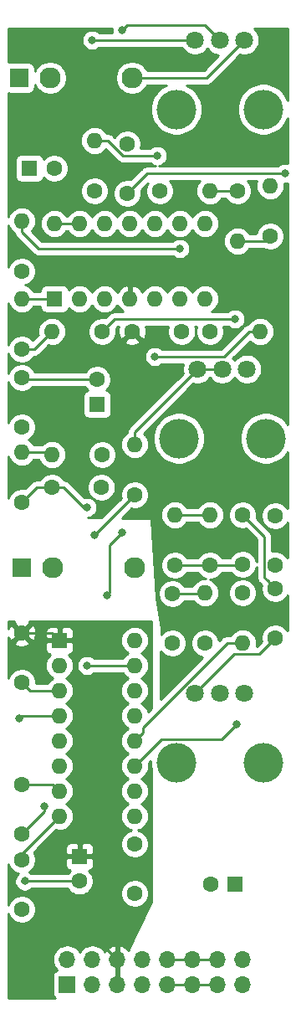
<source format=gbr>
G04 #@! TF.GenerationSoftware,KiCad,Pcbnew,(5.1.0)-1*
G04 #@! TF.CreationDate,2019-04-22T00:29:16-04:00*
G04 #@! TF.ProjectId,delay,64656c61-792e-46b6-9963-61645f706362,rev?*
G04 #@! TF.SameCoordinates,Original*
G04 #@! TF.FileFunction,Copper,L2,Bot*
G04 #@! TF.FilePolarity,Positive*
%FSLAX46Y46*%
G04 Gerber Fmt 4.6, Leading zero omitted, Abs format (unit mm)*
G04 Created by KiCad (PCBNEW (5.1.0)-1) date 2019-04-22 00:29:16*
%MOMM*%
%LPD*%
G04 APERTURE LIST*
%ADD10O,1.700000X1.700000*%
%ADD11R,1.700000X1.700000*%
%ADD12O,1.600000X1.600000*%
%ADD13R,1.600000X1.600000*%
%ADD14C,4.000000*%
%ADD15C,1.800000*%
%ADD16C,1.600000*%
%ADD17C,2.130000*%
%ADD18R,1.830000X1.930000*%
%ADD19C,0.800000*%
%ADD20C,0.250000*%
%ADD21C,0.254000*%
G04 APERTURE END LIST*
D10*
X75946000Y-143764000D03*
X75946000Y-146304000D03*
X73406000Y-143764000D03*
X73406000Y-146304000D03*
X70866000Y-143764000D03*
X70866000Y-146304000D03*
X68326000Y-143764000D03*
X68326000Y-146304000D03*
X65786000Y-143764000D03*
X65786000Y-146304000D03*
X63246000Y-143764000D03*
X63246000Y-146304000D03*
X60706000Y-143764000D03*
X60706000Y-146304000D03*
X58166000Y-143764000D03*
D11*
X58166000Y-146304000D03*
D12*
X56896000Y-69342000D03*
X72136000Y-76962000D03*
X59436000Y-69342000D03*
X69596000Y-76962000D03*
X61976000Y-69342000D03*
X67056000Y-76962000D03*
X64516000Y-69342000D03*
X64516000Y-76962000D03*
X67056000Y-69342000D03*
X61976000Y-76962000D03*
X69596000Y-69342000D03*
X59436000Y-76962000D03*
X72136000Y-69342000D03*
D13*
X56896000Y-76962000D03*
D12*
X65024000Y-111506000D03*
X57404000Y-129286000D03*
X65024000Y-114046000D03*
X57404000Y-126746000D03*
X65024000Y-116586000D03*
X57404000Y-124206000D03*
X65024000Y-119126000D03*
X57404000Y-121666000D03*
X65024000Y-121666000D03*
X57404000Y-119126000D03*
X65024000Y-124206000D03*
X57404000Y-116586000D03*
X65024000Y-126746000D03*
X57404000Y-114046000D03*
X65024000Y-129286000D03*
D13*
X57404000Y-111506000D03*
D14*
X69220000Y-57800000D03*
X78020000Y-57800000D03*
D15*
X71120000Y-50800000D03*
X73620000Y-50800000D03*
X76120000Y-50800000D03*
D14*
X69220000Y-123840000D03*
X78020000Y-123840000D03*
D15*
X71120000Y-116840000D03*
X73620000Y-116840000D03*
X76120000Y-116840000D03*
D14*
X69474000Y-91074000D03*
X78274000Y-91074000D03*
D15*
X71374000Y-84074000D03*
X73874000Y-84074000D03*
X76374000Y-84074000D03*
D12*
X77724000Y-80264000D03*
D16*
X72644000Y-80264000D03*
D12*
X78740000Y-65532000D03*
D16*
X78740000Y-70612000D03*
D12*
X75438000Y-71120000D03*
D16*
X75438000Y-66040000D03*
D12*
X53594000Y-69088000D03*
D16*
X53594000Y-74168000D03*
D12*
X53594000Y-76962000D03*
D16*
X53594000Y-82042000D03*
D12*
X56642000Y-80264000D03*
D16*
X61722000Y-80264000D03*
D12*
X60960000Y-60960000D03*
D16*
X60960000Y-66040000D03*
D12*
X72644000Y-98806000D03*
D16*
X72644000Y-103886000D03*
D12*
X72644000Y-66040000D03*
D16*
X67564000Y-66040000D03*
D12*
X69088000Y-98806000D03*
D16*
X69088000Y-103886000D03*
D12*
X72136000Y-106680000D03*
D16*
X72136000Y-111760000D03*
D12*
X75946000Y-111760000D03*
D16*
X75946000Y-106680000D03*
D12*
X56642000Y-92710000D03*
D16*
X61722000Y-92710000D03*
D12*
X53594000Y-92456000D03*
D16*
X53594000Y-97536000D03*
D12*
X65024000Y-91694000D03*
D16*
X65024000Y-96774000D03*
D17*
X64994000Y-104140000D03*
D18*
X53594000Y-104140000D03*
D17*
X56694000Y-104140000D03*
X64740000Y-54610000D03*
D18*
X53340000Y-54610000D03*
D17*
X56440000Y-54610000D03*
D16*
X75946000Y-103806000D03*
X75946000Y-98806000D03*
X79248000Y-106252000D03*
X79248000Y-111252000D03*
X68834000Y-106760000D03*
X68834000Y-111760000D03*
X79248000Y-98886000D03*
X79248000Y-103886000D03*
X72684000Y-136144000D03*
D13*
X75184000Y-136144000D03*
D16*
X65024000Y-137080000D03*
X65024000Y-132080000D03*
X61642000Y-96012000D03*
X56642000Y-96012000D03*
X53594000Y-84916000D03*
X53594000Y-89916000D03*
X56856000Y-63754000D03*
D13*
X54356000Y-63754000D03*
D16*
X64262000Y-61294000D03*
X64262000Y-66294000D03*
X69770000Y-80264000D03*
X64770000Y-80264000D03*
X53594000Y-133684000D03*
X53594000Y-138684000D03*
X53594000Y-115744000D03*
X53594000Y-110744000D03*
X59436000Y-135850000D03*
D13*
X59436000Y-133350000D03*
D16*
X53594000Y-126064000D03*
X53594000Y-131064000D03*
X61214000Y-85130000D03*
D13*
X61214000Y-87630000D03*
D19*
X63754000Y-100584000D03*
X62230000Y-106934000D03*
X53340000Y-119380000D03*
X55880000Y-128270000D03*
X53888000Y-135850000D03*
X60706000Y-50800000D03*
X54719001Y-141333001D03*
X60198000Y-98044000D03*
X60198000Y-114046000D03*
X67056000Y-82804000D03*
X75311000Y-120015000D03*
X80264000Y-64262000D03*
X60923001Y-100874999D03*
X67310000Y-62484000D03*
X75184000Y-78994000D03*
X69596000Y-71882000D03*
X63754000Y-49784000D03*
D20*
X62484000Y-101854000D02*
X62484000Y-106680000D01*
X63754000Y-100584000D02*
X62484000Y-101854000D01*
X62484000Y-106680000D02*
X62230000Y-106934000D01*
X62230000Y-106934000D02*
X62230000Y-106934000D01*
X68326000Y-143764000D02*
X70866000Y-143764000D01*
X72068081Y-143764000D02*
X73406000Y-143764000D01*
X70866000Y-143764000D02*
X72068081Y-143764000D01*
X69528081Y-146304000D02*
X70866000Y-146304000D01*
X68326000Y-146304000D02*
X69528081Y-146304000D01*
X73406000Y-146304000D02*
X70866000Y-146304000D01*
X54436000Y-116586000D02*
X57404000Y-116586000D01*
X53594000Y-115744000D02*
X54436000Y-116586000D01*
X53594000Y-119126000D02*
X53340000Y-119380000D01*
X57404000Y-119126000D02*
X53594000Y-119126000D01*
X55880000Y-128778000D02*
X55880000Y-128270000D01*
X53594000Y-131064000D02*
X55880000Y-128778000D01*
X59436000Y-135850000D02*
X53888000Y-135850000D01*
X53634000Y-135850000D02*
X53594000Y-135890000D01*
X53888000Y-135850000D02*
X53634000Y-135850000D01*
X78448001Y-105452001D02*
X79248000Y-106252000D01*
X78122999Y-105126999D02*
X78448001Y-105452001D01*
X78122999Y-100982999D02*
X78122999Y-105126999D01*
X75946000Y-98806000D02*
X78122999Y-100982999D01*
X53808000Y-85130000D02*
X53594000Y-84916000D01*
X61214000Y-85130000D02*
X53808000Y-85130000D01*
X71120000Y-50800000D02*
X60706000Y-50800000D01*
X56642000Y-110744000D02*
X57404000Y-111506000D01*
X53594000Y-110744000D02*
X56642000Y-110744000D01*
X60815001Y-141333001D02*
X63246000Y-143764000D01*
X54719001Y-141333001D02*
X60815001Y-141333001D01*
X56722000Y-126064000D02*
X57404000Y-126746000D01*
X53594000Y-126064000D02*
X56722000Y-126064000D01*
X53594000Y-133096000D02*
X53594000Y-133684000D01*
X57404000Y-129286000D02*
X53594000Y-133096000D01*
X56388000Y-92456000D02*
X56642000Y-92710000D01*
X53594000Y-92456000D02*
X56388000Y-92456000D01*
X55118000Y-96012000D02*
X56642000Y-96012000D01*
X53594000Y-97536000D02*
X55118000Y-96012000D01*
X57773370Y-96012000D02*
X59805370Y-98044000D01*
X56642000Y-96012000D02*
X57773370Y-96012000D01*
X59805370Y-98044000D02*
X60198000Y-98044000D01*
X60198000Y-98044000D02*
X60198000Y-98044000D01*
X60198000Y-114046000D02*
X65024000Y-114046000D01*
X76592630Y-80264000D02*
X74052630Y-82804000D01*
X77724000Y-80264000D02*
X76592630Y-80264000D01*
X74052630Y-82804000D02*
X67056000Y-82804000D01*
X67056000Y-82804000D02*
X67056000Y-82804000D01*
X72310000Y-54610000D02*
X64740000Y-54610000D01*
X76120000Y-50800000D02*
X72310000Y-54610000D01*
X65823999Y-123406001D02*
X65024000Y-124206000D01*
X67715001Y-121514999D02*
X65823999Y-123406001D01*
X73811001Y-121514999D02*
X67715001Y-121514999D01*
X75311000Y-120015000D02*
X73811001Y-121514999D01*
X69088000Y-98806000D02*
X72644000Y-98806000D01*
X66294000Y-64262000D02*
X64262000Y-66294000D01*
X80264000Y-64262000D02*
X66294000Y-64262000D01*
X64224001Y-97573999D02*
X60923001Y-100874999D01*
X65024000Y-96774000D02*
X64224001Y-97573999D01*
X71374000Y-84074000D02*
X73874000Y-84074000D01*
X65024000Y-90424000D02*
X71374000Y-84074000D01*
X65024000Y-91694000D02*
X65024000Y-90424000D01*
X56896000Y-69342000D02*
X59436000Y-69342000D01*
X72019999Y-115940001D02*
X71120000Y-116840000D01*
X75074999Y-112885001D02*
X72019999Y-115940001D01*
X77614999Y-112885001D02*
X75074999Y-112885001D01*
X79248000Y-111252000D02*
X77614999Y-112885001D01*
X70219370Y-103886000D02*
X72644000Y-103886000D01*
X69088000Y-103886000D02*
X70219370Y-103886000D01*
X75866000Y-103886000D02*
X75946000Y-103806000D01*
X72644000Y-103886000D02*
X75866000Y-103886000D01*
X72056000Y-106760000D02*
X72136000Y-106680000D01*
X68834000Y-106760000D02*
X72056000Y-106760000D01*
X65823999Y-120866001D02*
X65024000Y-121666000D01*
X65823999Y-120322999D02*
X65823999Y-120866001D01*
X74386998Y-111760000D02*
X65823999Y-120322999D01*
X75946000Y-111760000D02*
X74386998Y-111760000D01*
X72644000Y-66040000D02*
X75438000Y-66040000D01*
X62262998Y-60960000D02*
X63786998Y-62484000D01*
X60960000Y-60960000D02*
X62262998Y-60960000D01*
X63786998Y-62484000D02*
X67310000Y-62484000D01*
X67310000Y-62484000D02*
X67310000Y-62484000D01*
X54864000Y-82042000D02*
X56642000Y-80264000D01*
X53594000Y-82042000D02*
X54864000Y-82042000D01*
X62992000Y-78994000D02*
X61722000Y-80264000D01*
X75184000Y-78994000D02*
X62992000Y-78994000D01*
X53594000Y-76962000D02*
X56896000Y-76962000D01*
X78232000Y-71120000D02*
X78740000Y-70612000D01*
X75438000Y-71120000D02*
X78232000Y-71120000D01*
X53594000Y-70219370D02*
X55256630Y-71882000D01*
X53594000Y-69088000D02*
X53594000Y-70219370D01*
X55256630Y-71882000D02*
X69596000Y-71882000D01*
X69596000Y-71882000D02*
X69596000Y-71882000D01*
X72720001Y-49900001D02*
X73620000Y-50800000D01*
X72115010Y-49295010D02*
X72720001Y-49900001D01*
X64242990Y-49295010D02*
X72115010Y-49295010D01*
X63754000Y-49784000D02*
X64242990Y-49295010D01*
D21*
G36*
X52780903Y-109751298D02*
G01*
X53594000Y-110564395D01*
X54407097Y-109751298D01*
X54362998Y-109601000D01*
X66675000Y-109601000D01*
X66675000Y-118397197D01*
X66389190Y-118683007D01*
X66356182Y-118574192D01*
X66222932Y-118324899D01*
X66043608Y-118106392D01*
X65825101Y-117927068D01*
X65692142Y-117856000D01*
X65825101Y-117784932D01*
X66043608Y-117605608D01*
X66222932Y-117387101D01*
X66356182Y-117137808D01*
X66438236Y-116867309D01*
X66465943Y-116586000D01*
X66438236Y-116304691D01*
X66356182Y-116034192D01*
X66222932Y-115784899D01*
X66043608Y-115566392D01*
X65825101Y-115387068D01*
X65692142Y-115316000D01*
X65825101Y-115244932D01*
X66043608Y-115065608D01*
X66222932Y-114847101D01*
X66356182Y-114597808D01*
X66438236Y-114327309D01*
X66465943Y-114046000D01*
X66438236Y-113764691D01*
X66356182Y-113494192D01*
X66222932Y-113244899D01*
X66043608Y-113026392D01*
X65825101Y-112847068D01*
X65692142Y-112776000D01*
X65825101Y-112704932D01*
X66043608Y-112525608D01*
X66222932Y-112307101D01*
X66356182Y-112057808D01*
X66438236Y-111787309D01*
X66465943Y-111506000D01*
X66438236Y-111224691D01*
X66356182Y-110954192D01*
X66222932Y-110704899D01*
X66043608Y-110486392D01*
X65825101Y-110307068D01*
X65575808Y-110173818D01*
X65305309Y-110091764D01*
X65094492Y-110071000D01*
X64953508Y-110071000D01*
X64742691Y-110091764D01*
X64472192Y-110173818D01*
X64222899Y-110307068D01*
X64004392Y-110486392D01*
X63825068Y-110704899D01*
X63691818Y-110954192D01*
X63609764Y-111224691D01*
X63582057Y-111506000D01*
X63609764Y-111787309D01*
X63691818Y-112057808D01*
X63825068Y-112307101D01*
X64004392Y-112525608D01*
X64222899Y-112704932D01*
X64355858Y-112776000D01*
X64222899Y-112847068D01*
X64004392Y-113026392D01*
X63825068Y-113244899D01*
X63803099Y-113286000D01*
X60901711Y-113286000D01*
X60857774Y-113242063D01*
X60688256Y-113128795D01*
X60499898Y-113050774D01*
X60299939Y-113011000D01*
X60096061Y-113011000D01*
X59896102Y-113050774D01*
X59707744Y-113128795D01*
X59538226Y-113242063D01*
X59394063Y-113386226D01*
X59280795Y-113555744D01*
X59202774Y-113744102D01*
X59163000Y-113944061D01*
X59163000Y-114147939D01*
X59202774Y-114347898D01*
X59280795Y-114536256D01*
X59394063Y-114705774D01*
X59538226Y-114849937D01*
X59707744Y-114963205D01*
X59896102Y-115041226D01*
X60096061Y-115081000D01*
X60299939Y-115081000D01*
X60499898Y-115041226D01*
X60688256Y-114963205D01*
X60857774Y-114849937D01*
X60901711Y-114806000D01*
X63803099Y-114806000D01*
X63825068Y-114847101D01*
X64004392Y-115065608D01*
X64222899Y-115244932D01*
X64355858Y-115316000D01*
X64222899Y-115387068D01*
X64004392Y-115566392D01*
X63825068Y-115784899D01*
X63691818Y-116034192D01*
X63609764Y-116304691D01*
X63582057Y-116586000D01*
X63609764Y-116867309D01*
X63691818Y-117137808D01*
X63825068Y-117387101D01*
X64004392Y-117605608D01*
X64222899Y-117784932D01*
X64355858Y-117856000D01*
X64222899Y-117927068D01*
X64004392Y-118106392D01*
X63825068Y-118324899D01*
X63691818Y-118574192D01*
X63609764Y-118844691D01*
X63582057Y-119126000D01*
X63609764Y-119407309D01*
X63691818Y-119677808D01*
X63825068Y-119927101D01*
X64004392Y-120145608D01*
X64222899Y-120324932D01*
X64355858Y-120396000D01*
X64222899Y-120467068D01*
X64004392Y-120646392D01*
X63825068Y-120864899D01*
X63691818Y-121114192D01*
X63609764Y-121384691D01*
X63582057Y-121666000D01*
X63609764Y-121947309D01*
X63691818Y-122217808D01*
X63825068Y-122467101D01*
X64004392Y-122685608D01*
X64222899Y-122864932D01*
X64355858Y-122936000D01*
X64222899Y-123007068D01*
X64004392Y-123186392D01*
X63825068Y-123404899D01*
X63691818Y-123654192D01*
X63609764Y-123924691D01*
X63582057Y-124206000D01*
X63609764Y-124487309D01*
X63691818Y-124757808D01*
X63825068Y-125007101D01*
X64004392Y-125225608D01*
X64222899Y-125404932D01*
X64355858Y-125476000D01*
X64222899Y-125547068D01*
X64004392Y-125726392D01*
X63825068Y-125944899D01*
X63691818Y-126194192D01*
X63609764Y-126464691D01*
X63582057Y-126746000D01*
X63609764Y-127027309D01*
X63691818Y-127297808D01*
X63825068Y-127547101D01*
X64004392Y-127765608D01*
X64222899Y-127944932D01*
X64355858Y-128016000D01*
X64222899Y-128087068D01*
X64004392Y-128266392D01*
X63825068Y-128484899D01*
X63691818Y-128734192D01*
X63609764Y-129004691D01*
X63582057Y-129286000D01*
X63609764Y-129567309D01*
X63691818Y-129837808D01*
X63825068Y-130087101D01*
X64004392Y-130305608D01*
X64222899Y-130484932D01*
X64472192Y-130618182D01*
X64688151Y-130683692D01*
X64605426Y-130700147D01*
X64344273Y-130808320D01*
X64109241Y-130965363D01*
X63909363Y-131165241D01*
X63752320Y-131400273D01*
X63644147Y-131661426D01*
X63589000Y-131938665D01*
X63589000Y-132221335D01*
X63644147Y-132498574D01*
X63752320Y-132759727D01*
X63909363Y-132994759D01*
X64109241Y-133194637D01*
X64344273Y-133351680D01*
X64605426Y-133459853D01*
X64882665Y-133515000D01*
X65165335Y-133515000D01*
X65442574Y-133459853D01*
X65703727Y-133351680D01*
X65938759Y-133194637D01*
X66138637Y-132994759D01*
X66295680Y-132759727D01*
X66403853Y-132498574D01*
X66459000Y-132221335D01*
X66459000Y-131938665D01*
X66403853Y-131661426D01*
X66295680Y-131400273D01*
X66138637Y-131165241D01*
X65938759Y-130965363D01*
X65703727Y-130808320D01*
X65442574Y-130700147D01*
X65359849Y-130683692D01*
X65575808Y-130618182D01*
X65825101Y-130484932D01*
X66043608Y-130305608D01*
X66222932Y-130087101D01*
X66356182Y-129837808D01*
X66438236Y-129567309D01*
X66465943Y-129286000D01*
X66438236Y-129004691D01*
X66356182Y-128734192D01*
X66222932Y-128484899D01*
X66043608Y-128266392D01*
X65825101Y-128087068D01*
X65692142Y-128016000D01*
X65825101Y-127944932D01*
X66043608Y-127765608D01*
X66222932Y-127547101D01*
X66356182Y-127297808D01*
X66438236Y-127027309D01*
X66465943Y-126746000D01*
X66438236Y-126464691D01*
X66356182Y-126194192D01*
X66222932Y-125944899D01*
X66043608Y-125726392D01*
X65825101Y-125547068D01*
X65692142Y-125476000D01*
X65825101Y-125404932D01*
X66043608Y-125225608D01*
X66222932Y-125007101D01*
X66356182Y-124757808D01*
X66438236Y-124487309D01*
X66465943Y-124206000D01*
X66438236Y-123924691D01*
X66424708Y-123880093D01*
X66585000Y-123719801D01*
X66585000Y-124099525D01*
X66675000Y-124551988D01*
X66675000Y-137893441D01*
X64401225Y-142693633D01*
X64392824Y-142717069D01*
X64389158Y-142741658D01*
X64385213Y-142820557D01*
X64246269Y-142666412D01*
X64012920Y-142492359D01*
X63750099Y-142367175D01*
X63602890Y-142322524D01*
X63373000Y-142443845D01*
X63373000Y-143637000D01*
X63393000Y-143637000D01*
X63393000Y-143891000D01*
X63373000Y-143891000D01*
X63373000Y-146177000D01*
X63393000Y-146177000D01*
X63393000Y-146431000D01*
X63373000Y-146431000D01*
X63373000Y-146451000D01*
X63119000Y-146451000D01*
X63119000Y-146431000D01*
X63099000Y-146431000D01*
X63099000Y-146177000D01*
X63119000Y-146177000D01*
X63119000Y-143891000D01*
X63099000Y-143891000D01*
X63099000Y-143637000D01*
X63119000Y-143637000D01*
X63119000Y-142443845D01*
X62889110Y-142322524D01*
X62741901Y-142367175D01*
X62479080Y-142492359D01*
X62245731Y-142666412D01*
X62050822Y-142882645D01*
X61981201Y-142999523D01*
X61946706Y-142934986D01*
X61761134Y-142708866D01*
X61535014Y-142523294D01*
X61277034Y-142385401D01*
X60997111Y-142300487D01*
X60778950Y-142279000D01*
X60633050Y-142279000D01*
X60414889Y-142300487D01*
X60134966Y-142385401D01*
X59876986Y-142523294D01*
X59650866Y-142708866D01*
X59465294Y-142934986D01*
X59436000Y-142989791D01*
X59406706Y-142934986D01*
X59221134Y-142708866D01*
X58995014Y-142523294D01*
X58737034Y-142385401D01*
X58457111Y-142300487D01*
X58238950Y-142279000D01*
X58093050Y-142279000D01*
X57874889Y-142300487D01*
X57594966Y-142385401D01*
X57336986Y-142523294D01*
X57110866Y-142708866D01*
X56925294Y-142934986D01*
X56787401Y-143192966D01*
X56702487Y-143472889D01*
X56673815Y-143764000D01*
X56702487Y-144055111D01*
X56787401Y-144335034D01*
X56925294Y-144593014D01*
X57110866Y-144819134D01*
X57140687Y-144843607D01*
X57071820Y-144864498D01*
X56961506Y-144923463D01*
X56864815Y-145002815D01*
X56785463Y-145099506D01*
X56726498Y-145209820D01*
X56690188Y-145329518D01*
X56677928Y-145454000D01*
X56677928Y-147154000D01*
X56690188Y-147278482D01*
X56726498Y-147398180D01*
X56785463Y-147508494D01*
X56864815Y-147605185D01*
X56961506Y-147684537D01*
X56992306Y-147701000D01*
X52220000Y-147701000D01*
X52220000Y-139116704D01*
X52322320Y-139363727D01*
X52479363Y-139598759D01*
X52679241Y-139798637D01*
X52914273Y-139955680D01*
X53175426Y-140063853D01*
X53452665Y-140119000D01*
X53735335Y-140119000D01*
X54012574Y-140063853D01*
X54273727Y-139955680D01*
X54508759Y-139798637D01*
X54708637Y-139598759D01*
X54865680Y-139363727D01*
X54973853Y-139102574D01*
X55029000Y-138825335D01*
X55029000Y-138542665D01*
X54973853Y-138265426D01*
X54865680Y-138004273D01*
X54708637Y-137769241D01*
X54508759Y-137569363D01*
X54273727Y-137412320D01*
X54012574Y-137304147D01*
X53735335Y-137249000D01*
X53452665Y-137249000D01*
X53175426Y-137304147D01*
X52914273Y-137412320D01*
X52679241Y-137569363D01*
X52479363Y-137769241D01*
X52322320Y-138004273D01*
X52220000Y-138251296D01*
X52220000Y-134116704D01*
X52322320Y-134363727D01*
X52479363Y-134598759D01*
X52679241Y-134798637D01*
X52914273Y-134955680D01*
X53175426Y-135063853D01*
X53204627Y-135069662D01*
X53084063Y-135190226D01*
X52970795Y-135359744D01*
X52892774Y-135548102D01*
X52872314Y-135650963D01*
X52844998Y-135741015D01*
X52830324Y-135890000D01*
X52844998Y-136038985D01*
X52888454Y-136182246D01*
X52959026Y-136314276D01*
X52961061Y-136316755D01*
X52970795Y-136340256D01*
X53084063Y-136509774D01*
X53228226Y-136653937D01*
X53397744Y-136767205D01*
X53586102Y-136845226D01*
X53786061Y-136885000D01*
X53989939Y-136885000D01*
X54189898Y-136845226D01*
X54378256Y-136767205D01*
X54547774Y-136653937D01*
X54591711Y-136610000D01*
X58217957Y-136610000D01*
X58321363Y-136764759D01*
X58521241Y-136964637D01*
X58756273Y-137121680D01*
X59017426Y-137229853D01*
X59294665Y-137285000D01*
X59577335Y-137285000D01*
X59854574Y-137229853D01*
X60115727Y-137121680D01*
X60350759Y-136964637D01*
X60376731Y-136938665D01*
X63589000Y-136938665D01*
X63589000Y-137221335D01*
X63644147Y-137498574D01*
X63752320Y-137759727D01*
X63909363Y-137994759D01*
X64109241Y-138194637D01*
X64344273Y-138351680D01*
X64605426Y-138459853D01*
X64882665Y-138515000D01*
X65165335Y-138515000D01*
X65442574Y-138459853D01*
X65703727Y-138351680D01*
X65938759Y-138194637D01*
X66138637Y-137994759D01*
X66295680Y-137759727D01*
X66403853Y-137498574D01*
X66459000Y-137221335D01*
X66459000Y-136938665D01*
X66403853Y-136661426D01*
X66295680Y-136400273D01*
X66138637Y-136165241D01*
X65938759Y-135965363D01*
X65703727Y-135808320D01*
X65442574Y-135700147D01*
X65165335Y-135645000D01*
X64882665Y-135645000D01*
X64605426Y-135700147D01*
X64344273Y-135808320D01*
X64109241Y-135965363D01*
X63909363Y-136165241D01*
X63752320Y-136400273D01*
X63644147Y-136661426D01*
X63589000Y-136938665D01*
X60376731Y-136938665D01*
X60550637Y-136764759D01*
X60707680Y-136529727D01*
X60815853Y-136268574D01*
X60871000Y-135991335D01*
X60871000Y-135708665D01*
X60815853Y-135431426D01*
X60707680Y-135170273D01*
X60550637Y-134935241D01*
X60384057Y-134768661D01*
X60480180Y-134739502D01*
X60590494Y-134680537D01*
X60687185Y-134601185D01*
X60766537Y-134504494D01*
X60825502Y-134394180D01*
X60861812Y-134274482D01*
X60874072Y-134150000D01*
X60871000Y-133635750D01*
X60712250Y-133477000D01*
X59563000Y-133477000D01*
X59563000Y-133497000D01*
X59309000Y-133497000D01*
X59309000Y-133477000D01*
X58159750Y-133477000D01*
X58001000Y-133635750D01*
X57997928Y-134150000D01*
X58010188Y-134274482D01*
X58046498Y-134394180D01*
X58105463Y-134504494D01*
X58184815Y-134601185D01*
X58281506Y-134680537D01*
X58391820Y-134739502D01*
X58487943Y-134768661D01*
X58321363Y-134935241D01*
X58217957Y-135090000D01*
X54591711Y-135090000D01*
X54547774Y-135046063D01*
X54378256Y-134932795D01*
X54334872Y-134914825D01*
X54508759Y-134798637D01*
X54708637Y-134598759D01*
X54865680Y-134363727D01*
X54973853Y-134102574D01*
X55029000Y-133825335D01*
X55029000Y-133542665D01*
X54973853Y-133265426D01*
X54865680Y-133004273D01*
X54823562Y-132941239D01*
X55214801Y-132550000D01*
X57997928Y-132550000D01*
X58001000Y-133064250D01*
X58159750Y-133223000D01*
X59309000Y-133223000D01*
X59309000Y-132073750D01*
X59563000Y-132073750D01*
X59563000Y-133223000D01*
X60712250Y-133223000D01*
X60871000Y-133064250D01*
X60874072Y-132550000D01*
X60861812Y-132425518D01*
X60825502Y-132305820D01*
X60766537Y-132195506D01*
X60687185Y-132098815D01*
X60590494Y-132019463D01*
X60480180Y-131960498D01*
X60360482Y-131924188D01*
X60236000Y-131911928D01*
X59721750Y-131915000D01*
X59563000Y-132073750D01*
X59309000Y-132073750D01*
X59150250Y-131915000D01*
X58636000Y-131911928D01*
X58511518Y-131924188D01*
X58391820Y-131960498D01*
X58281506Y-132019463D01*
X58184815Y-132098815D01*
X58105463Y-132195506D01*
X58046498Y-132305820D01*
X58010188Y-132425518D01*
X57997928Y-132550000D01*
X55214801Y-132550000D01*
X57078094Y-130686708D01*
X57122691Y-130700236D01*
X57333508Y-130721000D01*
X57474492Y-130721000D01*
X57685309Y-130700236D01*
X57955808Y-130618182D01*
X58205101Y-130484932D01*
X58423608Y-130305608D01*
X58602932Y-130087101D01*
X58736182Y-129837808D01*
X58818236Y-129567309D01*
X58845943Y-129286000D01*
X58818236Y-129004691D01*
X58736182Y-128734192D01*
X58602932Y-128484899D01*
X58423608Y-128266392D01*
X58205101Y-128087068D01*
X58072142Y-128016000D01*
X58205101Y-127944932D01*
X58423608Y-127765608D01*
X58602932Y-127547101D01*
X58736182Y-127297808D01*
X58818236Y-127027309D01*
X58845943Y-126746000D01*
X58818236Y-126464691D01*
X58736182Y-126194192D01*
X58602932Y-125944899D01*
X58423608Y-125726392D01*
X58205101Y-125547068D01*
X58072142Y-125476000D01*
X58205101Y-125404932D01*
X58423608Y-125225608D01*
X58602932Y-125007101D01*
X58736182Y-124757808D01*
X58818236Y-124487309D01*
X58845943Y-124206000D01*
X58818236Y-123924691D01*
X58736182Y-123654192D01*
X58602932Y-123404899D01*
X58423608Y-123186392D01*
X58205101Y-123007068D01*
X58072142Y-122936000D01*
X58205101Y-122864932D01*
X58423608Y-122685608D01*
X58602932Y-122467101D01*
X58736182Y-122217808D01*
X58818236Y-121947309D01*
X58845943Y-121666000D01*
X58818236Y-121384691D01*
X58736182Y-121114192D01*
X58602932Y-120864899D01*
X58423608Y-120646392D01*
X58205101Y-120467068D01*
X58072142Y-120396000D01*
X58205101Y-120324932D01*
X58423608Y-120145608D01*
X58602932Y-119927101D01*
X58736182Y-119677808D01*
X58818236Y-119407309D01*
X58845943Y-119126000D01*
X58818236Y-118844691D01*
X58736182Y-118574192D01*
X58602932Y-118324899D01*
X58423608Y-118106392D01*
X58205101Y-117927068D01*
X58072142Y-117856000D01*
X58205101Y-117784932D01*
X58423608Y-117605608D01*
X58602932Y-117387101D01*
X58736182Y-117137808D01*
X58818236Y-116867309D01*
X58845943Y-116586000D01*
X58818236Y-116304691D01*
X58736182Y-116034192D01*
X58602932Y-115784899D01*
X58423608Y-115566392D01*
X58205101Y-115387068D01*
X58072142Y-115316000D01*
X58205101Y-115244932D01*
X58423608Y-115065608D01*
X58602932Y-114847101D01*
X58736182Y-114597808D01*
X58818236Y-114327309D01*
X58845943Y-114046000D01*
X58818236Y-113764691D01*
X58736182Y-113494192D01*
X58602932Y-113244899D01*
X58423608Y-113026392D01*
X58310518Y-112933581D01*
X58328482Y-112931812D01*
X58448180Y-112895502D01*
X58558494Y-112836537D01*
X58655185Y-112757185D01*
X58734537Y-112660494D01*
X58793502Y-112550180D01*
X58829812Y-112430482D01*
X58842072Y-112306000D01*
X58839000Y-111791750D01*
X58680250Y-111633000D01*
X57531000Y-111633000D01*
X57531000Y-111653000D01*
X57277000Y-111653000D01*
X57277000Y-111633000D01*
X56127750Y-111633000D01*
X55969000Y-111791750D01*
X55965928Y-112306000D01*
X55978188Y-112430482D01*
X56014498Y-112550180D01*
X56073463Y-112660494D01*
X56152815Y-112757185D01*
X56249506Y-112836537D01*
X56359820Y-112895502D01*
X56479518Y-112931812D01*
X56497482Y-112933581D01*
X56384392Y-113026392D01*
X56205068Y-113244899D01*
X56071818Y-113494192D01*
X55989764Y-113764691D01*
X55962057Y-114046000D01*
X55989764Y-114327309D01*
X56071818Y-114597808D01*
X56205068Y-114847101D01*
X56384392Y-115065608D01*
X56602899Y-115244932D01*
X56735858Y-115316000D01*
X56602899Y-115387068D01*
X56384392Y-115566392D01*
X56205068Y-115784899D01*
X56183099Y-115826000D01*
X55029000Y-115826000D01*
X55029000Y-115602665D01*
X54973853Y-115325426D01*
X54865680Y-115064273D01*
X54708637Y-114829241D01*
X54508759Y-114629363D01*
X54273727Y-114472320D01*
X54012574Y-114364147D01*
X53735335Y-114309000D01*
X53452665Y-114309000D01*
X53175426Y-114364147D01*
X52914273Y-114472320D01*
X52679241Y-114629363D01*
X52479363Y-114829241D01*
X52322320Y-115064273D01*
X52220000Y-115311296D01*
X52220000Y-111736702D01*
X52780903Y-111736702D01*
X52852486Y-111980671D01*
X53107996Y-112101571D01*
X53382184Y-112170300D01*
X53664512Y-112184217D01*
X53944130Y-112142787D01*
X54210292Y-112047603D01*
X54335514Y-111980671D01*
X54407097Y-111736702D01*
X53594000Y-110923605D01*
X52780903Y-111736702D01*
X52220000Y-111736702D01*
X52220000Y-111163442D01*
X52290397Y-111360292D01*
X52357329Y-111485514D01*
X52601298Y-111557097D01*
X53414395Y-110744000D01*
X53773605Y-110744000D01*
X54586702Y-111557097D01*
X54830671Y-111485514D01*
X54951571Y-111230004D01*
X55020300Y-110955816D01*
X55032614Y-110706000D01*
X55965928Y-110706000D01*
X55969000Y-111220250D01*
X56127750Y-111379000D01*
X57277000Y-111379000D01*
X57277000Y-110229750D01*
X57531000Y-110229750D01*
X57531000Y-111379000D01*
X58680250Y-111379000D01*
X58839000Y-111220250D01*
X58842072Y-110706000D01*
X58829812Y-110581518D01*
X58793502Y-110461820D01*
X58734537Y-110351506D01*
X58655185Y-110254815D01*
X58558494Y-110175463D01*
X58448180Y-110116498D01*
X58328482Y-110080188D01*
X58204000Y-110067928D01*
X57689750Y-110071000D01*
X57531000Y-110229750D01*
X57277000Y-110229750D01*
X57118250Y-110071000D01*
X56604000Y-110067928D01*
X56479518Y-110080188D01*
X56359820Y-110116498D01*
X56249506Y-110175463D01*
X56152815Y-110254815D01*
X56073463Y-110351506D01*
X56014498Y-110461820D01*
X55978188Y-110581518D01*
X55965928Y-110706000D01*
X55032614Y-110706000D01*
X55034217Y-110673488D01*
X54992787Y-110393870D01*
X54897603Y-110127708D01*
X54830671Y-110002486D01*
X54586702Y-109930903D01*
X53773605Y-110744000D01*
X53414395Y-110744000D01*
X52601298Y-109930903D01*
X52357329Y-110002486D01*
X52236429Y-110257996D01*
X52220000Y-110323538D01*
X52220000Y-109601000D01*
X52825002Y-109601000D01*
X52780903Y-109751298D01*
X52780903Y-109751298D01*
G37*
X52780903Y-109751298D02*
X53594000Y-110564395D01*
X54407097Y-109751298D01*
X54362998Y-109601000D01*
X66675000Y-109601000D01*
X66675000Y-118397197D01*
X66389190Y-118683007D01*
X66356182Y-118574192D01*
X66222932Y-118324899D01*
X66043608Y-118106392D01*
X65825101Y-117927068D01*
X65692142Y-117856000D01*
X65825101Y-117784932D01*
X66043608Y-117605608D01*
X66222932Y-117387101D01*
X66356182Y-117137808D01*
X66438236Y-116867309D01*
X66465943Y-116586000D01*
X66438236Y-116304691D01*
X66356182Y-116034192D01*
X66222932Y-115784899D01*
X66043608Y-115566392D01*
X65825101Y-115387068D01*
X65692142Y-115316000D01*
X65825101Y-115244932D01*
X66043608Y-115065608D01*
X66222932Y-114847101D01*
X66356182Y-114597808D01*
X66438236Y-114327309D01*
X66465943Y-114046000D01*
X66438236Y-113764691D01*
X66356182Y-113494192D01*
X66222932Y-113244899D01*
X66043608Y-113026392D01*
X65825101Y-112847068D01*
X65692142Y-112776000D01*
X65825101Y-112704932D01*
X66043608Y-112525608D01*
X66222932Y-112307101D01*
X66356182Y-112057808D01*
X66438236Y-111787309D01*
X66465943Y-111506000D01*
X66438236Y-111224691D01*
X66356182Y-110954192D01*
X66222932Y-110704899D01*
X66043608Y-110486392D01*
X65825101Y-110307068D01*
X65575808Y-110173818D01*
X65305309Y-110091764D01*
X65094492Y-110071000D01*
X64953508Y-110071000D01*
X64742691Y-110091764D01*
X64472192Y-110173818D01*
X64222899Y-110307068D01*
X64004392Y-110486392D01*
X63825068Y-110704899D01*
X63691818Y-110954192D01*
X63609764Y-111224691D01*
X63582057Y-111506000D01*
X63609764Y-111787309D01*
X63691818Y-112057808D01*
X63825068Y-112307101D01*
X64004392Y-112525608D01*
X64222899Y-112704932D01*
X64355858Y-112776000D01*
X64222899Y-112847068D01*
X64004392Y-113026392D01*
X63825068Y-113244899D01*
X63803099Y-113286000D01*
X60901711Y-113286000D01*
X60857774Y-113242063D01*
X60688256Y-113128795D01*
X60499898Y-113050774D01*
X60299939Y-113011000D01*
X60096061Y-113011000D01*
X59896102Y-113050774D01*
X59707744Y-113128795D01*
X59538226Y-113242063D01*
X59394063Y-113386226D01*
X59280795Y-113555744D01*
X59202774Y-113744102D01*
X59163000Y-113944061D01*
X59163000Y-114147939D01*
X59202774Y-114347898D01*
X59280795Y-114536256D01*
X59394063Y-114705774D01*
X59538226Y-114849937D01*
X59707744Y-114963205D01*
X59896102Y-115041226D01*
X60096061Y-115081000D01*
X60299939Y-115081000D01*
X60499898Y-115041226D01*
X60688256Y-114963205D01*
X60857774Y-114849937D01*
X60901711Y-114806000D01*
X63803099Y-114806000D01*
X63825068Y-114847101D01*
X64004392Y-115065608D01*
X64222899Y-115244932D01*
X64355858Y-115316000D01*
X64222899Y-115387068D01*
X64004392Y-115566392D01*
X63825068Y-115784899D01*
X63691818Y-116034192D01*
X63609764Y-116304691D01*
X63582057Y-116586000D01*
X63609764Y-116867309D01*
X63691818Y-117137808D01*
X63825068Y-117387101D01*
X64004392Y-117605608D01*
X64222899Y-117784932D01*
X64355858Y-117856000D01*
X64222899Y-117927068D01*
X64004392Y-118106392D01*
X63825068Y-118324899D01*
X63691818Y-118574192D01*
X63609764Y-118844691D01*
X63582057Y-119126000D01*
X63609764Y-119407309D01*
X63691818Y-119677808D01*
X63825068Y-119927101D01*
X64004392Y-120145608D01*
X64222899Y-120324932D01*
X64355858Y-120396000D01*
X64222899Y-120467068D01*
X64004392Y-120646392D01*
X63825068Y-120864899D01*
X63691818Y-121114192D01*
X63609764Y-121384691D01*
X63582057Y-121666000D01*
X63609764Y-121947309D01*
X63691818Y-122217808D01*
X63825068Y-122467101D01*
X64004392Y-122685608D01*
X64222899Y-122864932D01*
X64355858Y-122936000D01*
X64222899Y-123007068D01*
X64004392Y-123186392D01*
X63825068Y-123404899D01*
X63691818Y-123654192D01*
X63609764Y-123924691D01*
X63582057Y-124206000D01*
X63609764Y-124487309D01*
X63691818Y-124757808D01*
X63825068Y-125007101D01*
X64004392Y-125225608D01*
X64222899Y-125404932D01*
X64355858Y-125476000D01*
X64222899Y-125547068D01*
X64004392Y-125726392D01*
X63825068Y-125944899D01*
X63691818Y-126194192D01*
X63609764Y-126464691D01*
X63582057Y-126746000D01*
X63609764Y-127027309D01*
X63691818Y-127297808D01*
X63825068Y-127547101D01*
X64004392Y-127765608D01*
X64222899Y-127944932D01*
X64355858Y-128016000D01*
X64222899Y-128087068D01*
X64004392Y-128266392D01*
X63825068Y-128484899D01*
X63691818Y-128734192D01*
X63609764Y-129004691D01*
X63582057Y-129286000D01*
X63609764Y-129567309D01*
X63691818Y-129837808D01*
X63825068Y-130087101D01*
X64004392Y-130305608D01*
X64222899Y-130484932D01*
X64472192Y-130618182D01*
X64688151Y-130683692D01*
X64605426Y-130700147D01*
X64344273Y-130808320D01*
X64109241Y-130965363D01*
X63909363Y-131165241D01*
X63752320Y-131400273D01*
X63644147Y-131661426D01*
X63589000Y-131938665D01*
X63589000Y-132221335D01*
X63644147Y-132498574D01*
X63752320Y-132759727D01*
X63909363Y-132994759D01*
X64109241Y-133194637D01*
X64344273Y-133351680D01*
X64605426Y-133459853D01*
X64882665Y-133515000D01*
X65165335Y-133515000D01*
X65442574Y-133459853D01*
X65703727Y-133351680D01*
X65938759Y-133194637D01*
X66138637Y-132994759D01*
X66295680Y-132759727D01*
X66403853Y-132498574D01*
X66459000Y-132221335D01*
X66459000Y-131938665D01*
X66403853Y-131661426D01*
X66295680Y-131400273D01*
X66138637Y-131165241D01*
X65938759Y-130965363D01*
X65703727Y-130808320D01*
X65442574Y-130700147D01*
X65359849Y-130683692D01*
X65575808Y-130618182D01*
X65825101Y-130484932D01*
X66043608Y-130305608D01*
X66222932Y-130087101D01*
X66356182Y-129837808D01*
X66438236Y-129567309D01*
X66465943Y-129286000D01*
X66438236Y-129004691D01*
X66356182Y-128734192D01*
X66222932Y-128484899D01*
X66043608Y-128266392D01*
X65825101Y-128087068D01*
X65692142Y-128016000D01*
X65825101Y-127944932D01*
X66043608Y-127765608D01*
X66222932Y-127547101D01*
X66356182Y-127297808D01*
X66438236Y-127027309D01*
X66465943Y-126746000D01*
X66438236Y-126464691D01*
X66356182Y-126194192D01*
X66222932Y-125944899D01*
X66043608Y-125726392D01*
X65825101Y-125547068D01*
X65692142Y-125476000D01*
X65825101Y-125404932D01*
X66043608Y-125225608D01*
X66222932Y-125007101D01*
X66356182Y-124757808D01*
X66438236Y-124487309D01*
X66465943Y-124206000D01*
X66438236Y-123924691D01*
X66424708Y-123880093D01*
X66585000Y-123719801D01*
X66585000Y-124099525D01*
X66675000Y-124551988D01*
X66675000Y-137893441D01*
X64401225Y-142693633D01*
X64392824Y-142717069D01*
X64389158Y-142741658D01*
X64385213Y-142820557D01*
X64246269Y-142666412D01*
X64012920Y-142492359D01*
X63750099Y-142367175D01*
X63602890Y-142322524D01*
X63373000Y-142443845D01*
X63373000Y-143637000D01*
X63393000Y-143637000D01*
X63393000Y-143891000D01*
X63373000Y-143891000D01*
X63373000Y-146177000D01*
X63393000Y-146177000D01*
X63393000Y-146431000D01*
X63373000Y-146431000D01*
X63373000Y-146451000D01*
X63119000Y-146451000D01*
X63119000Y-146431000D01*
X63099000Y-146431000D01*
X63099000Y-146177000D01*
X63119000Y-146177000D01*
X63119000Y-143891000D01*
X63099000Y-143891000D01*
X63099000Y-143637000D01*
X63119000Y-143637000D01*
X63119000Y-142443845D01*
X62889110Y-142322524D01*
X62741901Y-142367175D01*
X62479080Y-142492359D01*
X62245731Y-142666412D01*
X62050822Y-142882645D01*
X61981201Y-142999523D01*
X61946706Y-142934986D01*
X61761134Y-142708866D01*
X61535014Y-142523294D01*
X61277034Y-142385401D01*
X60997111Y-142300487D01*
X60778950Y-142279000D01*
X60633050Y-142279000D01*
X60414889Y-142300487D01*
X60134966Y-142385401D01*
X59876986Y-142523294D01*
X59650866Y-142708866D01*
X59465294Y-142934986D01*
X59436000Y-142989791D01*
X59406706Y-142934986D01*
X59221134Y-142708866D01*
X58995014Y-142523294D01*
X58737034Y-142385401D01*
X58457111Y-142300487D01*
X58238950Y-142279000D01*
X58093050Y-142279000D01*
X57874889Y-142300487D01*
X57594966Y-142385401D01*
X57336986Y-142523294D01*
X57110866Y-142708866D01*
X56925294Y-142934986D01*
X56787401Y-143192966D01*
X56702487Y-143472889D01*
X56673815Y-143764000D01*
X56702487Y-144055111D01*
X56787401Y-144335034D01*
X56925294Y-144593014D01*
X57110866Y-144819134D01*
X57140687Y-144843607D01*
X57071820Y-144864498D01*
X56961506Y-144923463D01*
X56864815Y-145002815D01*
X56785463Y-145099506D01*
X56726498Y-145209820D01*
X56690188Y-145329518D01*
X56677928Y-145454000D01*
X56677928Y-147154000D01*
X56690188Y-147278482D01*
X56726498Y-147398180D01*
X56785463Y-147508494D01*
X56864815Y-147605185D01*
X56961506Y-147684537D01*
X56992306Y-147701000D01*
X52220000Y-147701000D01*
X52220000Y-139116704D01*
X52322320Y-139363727D01*
X52479363Y-139598759D01*
X52679241Y-139798637D01*
X52914273Y-139955680D01*
X53175426Y-140063853D01*
X53452665Y-140119000D01*
X53735335Y-140119000D01*
X54012574Y-140063853D01*
X54273727Y-139955680D01*
X54508759Y-139798637D01*
X54708637Y-139598759D01*
X54865680Y-139363727D01*
X54973853Y-139102574D01*
X55029000Y-138825335D01*
X55029000Y-138542665D01*
X54973853Y-138265426D01*
X54865680Y-138004273D01*
X54708637Y-137769241D01*
X54508759Y-137569363D01*
X54273727Y-137412320D01*
X54012574Y-137304147D01*
X53735335Y-137249000D01*
X53452665Y-137249000D01*
X53175426Y-137304147D01*
X52914273Y-137412320D01*
X52679241Y-137569363D01*
X52479363Y-137769241D01*
X52322320Y-138004273D01*
X52220000Y-138251296D01*
X52220000Y-134116704D01*
X52322320Y-134363727D01*
X52479363Y-134598759D01*
X52679241Y-134798637D01*
X52914273Y-134955680D01*
X53175426Y-135063853D01*
X53204627Y-135069662D01*
X53084063Y-135190226D01*
X52970795Y-135359744D01*
X52892774Y-135548102D01*
X52872314Y-135650963D01*
X52844998Y-135741015D01*
X52830324Y-135890000D01*
X52844998Y-136038985D01*
X52888454Y-136182246D01*
X52959026Y-136314276D01*
X52961061Y-136316755D01*
X52970795Y-136340256D01*
X53084063Y-136509774D01*
X53228226Y-136653937D01*
X53397744Y-136767205D01*
X53586102Y-136845226D01*
X53786061Y-136885000D01*
X53989939Y-136885000D01*
X54189898Y-136845226D01*
X54378256Y-136767205D01*
X54547774Y-136653937D01*
X54591711Y-136610000D01*
X58217957Y-136610000D01*
X58321363Y-136764759D01*
X58521241Y-136964637D01*
X58756273Y-137121680D01*
X59017426Y-137229853D01*
X59294665Y-137285000D01*
X59577335Y-137285000D01*
X59854574Y-137229853D01*
X60115727Y-137121680D01*
X60350759Y-136964637D01*
X60376731Y-136938665D01*
X63589000Y-136938665D01*
X63589000Y-137221335D01*
X63644147Y-137498574D01*
X63752320Y-137759727D01*
X63909363Y-137994759D01*
X64109241Y-138194637D01*
X64344273Y-138351680D01*
X64605426Y-138459853D01*
X64882665Y-138515000D01*
X65165335Y-138515000D01*
X65442574Y-138459853D01*
X65703727Y-138351680D01*
X65938759Y-138194637D01*
X66138637Y-137994759D01*
X66295680Y-137759727D01*
X66403853Y-137498574D01*
X66459000Y-137221335D01*
X66459000Y-136938665D01*
X66403853Y-136661426D01*
X66295680Y-136400273D01*
X66138637Y-136165241D01*
X65938759Y-135965363D01*
X65703727Y-135808320D01*
X65442574Y-135700147D01*
X65165335Y-135645000D01*
X64882665Y-135645000D01*
X64605426Y-135700147D01*
X64344273Y-135808320D01*
X64109241Y-135965363D01*
X63909363Y-136165241D01*
X63752320Y-136400273D01*
X63644147Y-136661426D01*
X63589000Y-136938665D01*
X60376731Y-136938665D01*
X60550637Y-136764759D01*
X60707680Y-136529727D01*
X60815853Y-136268574D01*
X60871000Y-135991335D01*
X60871000Y-135708665D01*
X60815853Y-135431426D01*
X60707680Y-135170273D01*
X60550637Y-134935241D01*
X60384057Y-134768661D01*
X60480180Y-134739502D01*
X60590494Y-134680537D01*
X60687185Y-134601185D01*
X60766537Y-134504494D01*
X60825502Y-134394180D01*
X60861812Y-134274482D01*
X60874072Y-134150000D01*
X60871000Y-133635750D01*
X60712250Y-133477000D01*
X59563000Y-133477000D01*
X59563000Y-133497000D01*
X59309000Y-133497000D01*
X59309000Y-133477000D01*
X58159750Y-133477000D01*
X58001000Y-133635750D01*
X57997928Y-134150000D01*
X58010188Y-134274482D01*
X58046498Y-134394180D01*
X58105463Y-134504494D01*
X58184815Y-134601185D01*
X58281506Y-134680537D01*
X58391820Y-134739502D01*
X58487943Y-134768661D01*
X58321363Y-134935241D01*
X58217957Y-135090000D01*
X54591711Y-135090000D01*
X54547774Y-135046063D01*
X54378256Y-134932795D01*
X54334872Y-134914825D01*
X54508759Y-134798637D01*
X54708637Y-134598759D01*
X54865680Y-134363727D01*
X54973853Y-134102574D01*
X55029000Y-133825335D01*
X55029000Y-133542665D01*
X54973853Y-133265426D01*
X54865680Y-133004273D01*
X54823562Y-132941239D01*
X55214801Y-132550000D01*
X57997928Y-132550000D01*
X58001000Y-133064250D01*
X58159750Y-133223000D01*
X59309000Y-133223000D01*
X59309000Y-132073750D01*
X59563000Y-132073750D01*
X59563000Y-133223000D01*
X60712250Y-133223000D01*
X60871000Y-133064250D01*
X60874072Y-132550000D01*
X60861812Y-132425518D01*
X60825502Y-132305820D01*
X60766537Y-132195506D01*
X60687185Y-132098815D01*
X60590494Y-132019463D01*
X60480180Y-131960498D01*
X60360482Y-131924188D01*
X60236000Y-131911928D01*
X59721750Y-131915000D01*
X59563000Y-132073750D01*
X59309000Y-132073750D01*
X59150250Y-131915000D01*
X58636000Y-131911928D01*
X58511518Y-131924188D01*
X58391820Y-131960498D01*
X58281506Y-132019463D01*
X58184815Y-132098815D01*
X58105463Y-132195506D01*
X58046498Y-132305820D01*
X58010188Y-132425518D01*
X57997928Y-132550000D01*
X55214801Y-132550000D01*
X57078094Y-130686708D01*
X57122691Y-130700236D01*
X57333508Y-130721000D01*
X57474492Y-130721000D01*
X57685309Y-130700236D01*
X57955808Y-130618182D01*
X58205101Y-130484932D01*
X58423608Y-130305608D01*
X58602932Y-130087101D01*
X58736182Y-129837808D01*
X58818236Y-129567309D01*
X58845943Y-129286000D01*
X58818236Y-129004691D01*
X58736182Y-128734192D01*
X58602932Y-128484899D01*
X58423608Y-128266392D01*
X58205101Y-128087068D01*
X58072142Y-128016000D01*
X58205101Y-127944932D01*
X58423608Y-127765608D01*
X58602932Y-127547101D01*
X58736182Y-127297808D01*
X58818236Y-127027309D01*
X58845943Y-126746000D01*
X58818236Y-126464691D01*
X58736182Y-126194192D01*
X58602932Y-125944899D01*
X58423608Y-125726392D01*
X58205101Y-125547068D01*
X58072142Y-125476000D01*
X58205101Y-125404932D01*
X58423608Y-125225608D01*
X58602932Y-125007101D01*
X58736182Y-124757808D01*
X58818236Y-124487309D01*
X58845943Y-124206000D01*
X58818236Y-123924691D01*
X58736182Y-123654192D01*
X58602932Y-123404899D01*
X58423608Y-123186392D01*
X58205101Y-123007068D01*
X58072142Y-122936000D01*
X58205101Y-122864932D01*
X58423608Y-122685608D01*
X58602932Y-122467101D01*
X58736182Y-122217808D01*
X58818236Y-121947309D01*
X58845943Y-121666000D01*
X58818236Y-121384691D01*
X58736182Y-121114192D01*
X58602932Y-120864899D01*
X58423608Y-120646392D01*
X58205101Y-120467068D01*
X58072142Y-120396000D01*
X58205101Y-120324932D01*
X58423608Y-120145608D01*
X58602932Y-119927101D01*
X58736182Y-119677808D01*
X58818236Y-119407309D01*
X58845943Y-119126000D01*
X58818236Y-118844691D01*
X58736182Y-118574192D01*
X58602932Y-118324899D01*
X58423608Y-118106392D01*
X58205101Y-117927068D01*
X58072142Y-117856000D01*
X58205101Y-117784932D01*
X58423608Y-117605608D01*
X58602932Y-117387101D01*
X58736182Y-117137808D01*
X58818236Y-116867309D01*
X58845943Y-116586000D01*
X58818236Y-116304691D01*
X58736182Y-116034192D01*
X58602932Y-115784899D01*
X58423608Y-115566392D01*
X58205101Y-115387068D01*
X58072142Y-115316000D01*
X58205101Y-115244932D01*
X58423608Y-115065608D01*
X58602932Y-114847101D01*
X58736182Y-114597808D01*
X58818236Y-114327309D01*
X58845943Y-114046000D01*
X58818236Y-113764691D01*
X58736182Y-113494192D01*
X58602932Y-113244899D01*
X58423608Y-113026392D01*
X58310518Y-112933581D01*
X58328482Y-112931812D01*
X58448180Y-112895502D01*
X58558494Y-112836537D01*
X58655185Y-112757185D01*
X58734537Y-112660494D01*
X58793502Y-112550180D01*
X58829812Y-112430482D01*
X58842072Y-112306000D01*
X58839000Y-111791750D01*
X58680250Y-111633000D01*
X57531000Y-111633000D01*
X57531000Y-111653000D01*
X57277000Y-111653000D01*
X57277000Y-111633000D01*
X56127750Y-111633000D01*
X55969000Y-111791750D01*
X55965928Y-112306000D01*
X55978188Y-112430482D01*
X56014498Y-112550180D01*
X56073463Y-112660494D01*
X56152815Y-112757185D01*
X56249506Y-112836537D01*
X56359820Y-112895502D01*
X56479518Y-112931812D01*
X56497482Y-112933581D01*
X56384392Y-113026392D01*
X56205068Y-113244899D01*
X56071818Y-113494192D01*
X55989764Y-113764691D01*
X55962057Y-114046000D01*
X55989764Y-114327309D01*
X56071818Y-114597808D01*
X56205068Y-114847101D01*
X56384392Y-115065608D01*
X56602899Y-115244932D01*
X56735858Y-115316000D01*
X56602899Y-115387068D01*
X56384392Y-115566392D01*
X56205068Y-115784899D01*
X56183099Y-115826000D01*
X55029000Y-115826000D01*
X55029000Y-115602665D01*
X54973853Y-115325426D01*
X54865680Y-115064273D01*
X54708637Y-114829241D01*
X54508759Y-114629363D01*
X54273727Y-114472320D01*
X54012574Y-114364147D01*
X53735335Y-114309000D01*
X53452665Y-114309000D01*
X53175426Y-114364147D01*
X52914273Y-114472320D01*
X52679241Y-114629363D01*
X52479363Y-114829241D01*
X52322320Y-115064273D01*
X52220000Y-115311296D01*
X52220000Y-111736702D01*
X52780903Y-111736702D01*
X52852486Y-111980671D01*
X53107996Y-112101571D01*
X53382184Y-112170300D01*
X53664512Y-112184217D01*
X53944130Y-112142787D01*
X54210292Y-112047603D01*
X54335514Y-111980671D01*
X54407097Y-111736702D01*
X53594000Y-110923605D01*
X52780903Y-111736702D01*
X52220000Y-111736702D01*
X52220000Y-111163442D01*
X52290397Y-111360292D01*
X52357329Y-111485514D01*
X52601298Y-111557097D01*
X53414395Y-110744000D01*
X53773605Y-110744000D01*
X54586702Y-111557097D01*
X54830671Y-111485514D01*
X54951571Y-111230004D01*
X55020300Y-110955816D01*
X55032614Y-110706000D01*
X55965928Y-110706000D01*
X55969000Y-111220250D01*
X56127750Y-111379000D01*
X57277000Y-111379000D01*
X57277000Y-110229750D01*
X57531000Y-110229750D01*
X57531000Y-111379000D01*
X58680250Y-111379000D01*
X58839000Y-111220250D01*
X58842072Y-110706000D01*
X58829812Y-110581518D01*
X58793502Y-110461820D01*
X58734537Y-110351506D01*
X58655185Y-110254815D01*
X58558494Y-110175463D01*
X58448180Y-110116498D01*
X58328482Y-110080188D01*
X58204000Y-110067928D01*
X57689750Y-110071000D01*
X57531000Y-110229750D01*
X57277000Y-110229750D01*
X57118250Y-110071000D01*
X56604000Y-110067928D01*
X56479518Y-110080188D01*
X56359820Y-110116498D01*
X56249506Y-110175463D01*
X56152815Y-110254815D01*
X56073463Y-110351506D01*
X56014498Y-110461820D01*
X55978188Y-110581518D01*
X55965928Y-110706000D01*
X55032614Y-110706000D01*
X55034217Y-110673488D01*
X54992787Y-110393870D01*
X54897603Y-110127708D01*
X54830671Y-110002486D01*
X54586702Y-109930903D01*
X53773605Y-110744000D01*
X53414395Y-110744000D01*
X52601298Y-109930903D01*
X52357329Y-110002486D01*
X52236429Y-110257996D01*
X52220000Y-110323538D01*
X52220000Y-109601000D01*
X52825002Y-109601000D01*
X52780903Y-109751298D01*
G36*
X65913000Y-146177000D02*
G01*
X65933000Y-146177000D01*
X65933000Y-146431000D01*
X65913000Y-146431000D01*
X65913000Y-146451000D01*
X65697679Y-146451000D01*
X65759573Y-146157000D01*
X65913000Y-146157000D01*
X65913000Y-146177000D01*
X65913000Y-146177000D01*
G37*
X65913000Y-146177000D02*
X65933000Y-146177000D01*
X65933000Y-146431000D01*
X65913000Y-146431000D01*
X65913000Y-146451000D01*
X65697679Y-146451000D01*
X65759573Y-146157000D01*
X65913000Y-146157000D01*
X65913000Y-146177000D01*
G36*
X62719000Y-49682061D02*
G01*
X62719000Y-49885939D01*
X62749644Y-50040000D01*
X61409711Y-50040000D01*
X61365774Y-49996063D01*
X61196256Y-49882795D01*
X61007898Y-49804774D01*
X60807939Y-49765000D01*
X60604061Y-49765000D01*
X60404102Y-49804774D01*
X60215744Y-49882795D01*
X60046226Y-49996063D01*
X59902063Y-50140226D01*
X59788795Y-50309744D01*
X59710774Y-50498102D01*
X59671000Y-50698061D01*
X59671000Y-50901939D01*
X59710774Y-51101898D01*
X59788795Y-51290256D01*
X59902063Y-51459774D01*
X60046226Y-51603937D01*
X60215744Y-51717205D01*
X60404102Y-51795226D01*
X60604061Y-51835000D01*
X60807939Y-51835000D01*
X61007898Y-51795226D01*
X61196256Y-51717205D01*
X61365774Y-51603937D01*
X61409711Y-51560000D01*
X69781687Y-51560000D01*
X69927688Y-51778505D01*
X70141495Y-51992312D01*
X70392905Y-52160299D01*
X70672257Y-52276011D01*
X70968816Y-52335000D01*
X71271184Y-52335000D01*
X71567743Y-52276011D01*
X71847095Y-52160299D01*
X72098505Y-51992312D01*
X72312312Y-51778505D01*
X72370000Y-51692169D01*
X72427688Y-51778505D01*
X72641495Y-51992312D01*
X72892905Y-52160299D01*
X73172257Y-52276011D01*
X73468816Y-52335000D01*
X73510199Y-52335000D01*
X71995199Y-53850000D01*
X66265265Y-53850000D01*
X66246521Y-53804748D01*
X66060477Y-53526313D01*
X65823687Y-53289523D01*
X65545252Y-53103479D01*
X65235872Y-52975330D01*
X64907435Y-52910000D01*
X64572565Y-52910000D01*
X64244128Y-52975330D01*
X63934748Y-53103479D01*
X63656313Y-53289523D01*
X63419523Y-53526313D01*
X63233479Y-53804748D01*
X63105330Y-54114128D01*
X63040000Y-54442565D01*
X63040000Y-54777435D01*
X63105330Y-55105872D01*
X63233479Y-55415252D01*
X63419523Y-55693687D01*
X63656313Y-55930477D01*
X63934748Y-56116521D01*
X64244128Y-56244670D01*
X64572565Y-56310000D01*
X64907435Y-56310000D01*
X65235872Y-56244670D01*
X65545252Y-56116521D01*
X65823687Y-55930477D01*
X66060477Y-55693687D01*
X66246521Y-55415252D01*
X66265265Y-55370000D01*
X68200951Y-55370000D01*
X67971859Y-55464893D01*
X67540285Y-55753262D01*
X67173262Y-56120285D01*
X66884893Y-56551859D01*
X66686261Y-57031399D01*
X66585000Y-57540475D01*
X66585000Y-58059525D01*
X66686261Y-58568601D01*
X66884893Y-59048141D01*
X67173262Y-59479715D01*
X67540285Y-59846738D01*
X67971859Y-60135107D01*
X68451399Y-60333739D01*
X68960475Y-60435000D01*
X69479525Y-60435000D01*
X69988601Y-60333739D01*
X70468141Y-60135107D01*
X70899715Y-59846738D01*
X71266738Y-59479715D01*
X71555107Y-59048141D01*
X71753739Y-58568601D01*
X71855000Y-58059525D01*
X71855000Y-57540475D01*
X71753739Y-57031399D01*
X71555107Y-56551859D01*
X71266738Y-56120285D01*
X70899715Y-55753262D01*
X70468141Y-55464893D01*
X70239049Y-55370000D01*
X72272678Y-55370000D01*
X72310000Y-55373676D01*
X72347322Y-55370000D01*
X72347333Y-55370000D01*
X72458986Y-55359003D01*
X72602247Y-55315546D01*
X72734276Y-55244974D01*
X72850001Y-55150001D01*
X72873804Y-55120997D01*
X75711070Y-52283731D01*
X75968816Y-52335000D01*
X76271184Y-52335000D01*
X76567743Y-52276011D01*
X76847095Y-52160299D01*
X77098505Y-51992312D01*
X77312312Y-51778505D01*
X77480299Y-51527095D01*
X77596011Y-51247743D01*
X77655000Y-50951184D01*
X77655000Y-50648816D01*
X77596011Y-50352257D01*
X77480299Y-50072905D01*
X77312312Y-49821495D01*
X77098505Y-49607688D01*
X77094482Y-49605000D01*
X80495001Y-49605000D01*
X80495001Y-56889593D01*
X80355107Y-56551859D01*
X80066738Y-56120285D01*
X79699715Y-55753262D01*
X79268141Y-55464893D01*
X78788601Y-55266261D01*
X78279525Y-55165000D01*
X77760475Y-55165000D01*
X77251399Y-55266261D01*
X76771859Y-55464893D01*
X76340285Y-55753262D01*
X75973262Y-56120285D01*
X75684893Y-56551859D01*
X75486261Y-57031399D01*
X75385000Y-57540475D01*
X75385000Y-58059525D01*
X75486261Y-58568601D01*
X75684893Y-59048141D01*
X75973262Y-59479715D01*
X76340285Y-59846738D01*
X76771859Y-60135107D01*
X77251399Y-60333739D01*
X77760475Y-60435000D01*
X78279525Y-60435000D01*
X78788601Y-60333739D01*
X79268141Y-60135107D01*
X79699715Y-59846738D01*
X80066738Y-59479715D01*
X80355107Y-59048141D01*
X80495001Y-58710407D01*
X80495001Y-63252672D01*
X80365939Y-63227000D01*
X80162061Y-63227000D01*
X79962102Y-63266774D01*
X79773744Y-63344795D01*
X79604226Y-63458063D01*
X79560289Y-63502000D01*
X67497404Y-63502000D01*
X67611898Y-63479226D01*
X67800256Y-63401205D01*
X67969774Y-63287937D01*
X68113937Y-63143774D01*
X68227205Y-62974256D01*
X68305226Y-62785898D01*
X68345000Y-62585939D01*
X68345000Y-62382061D01*
X68305226Y-62182102D01*
X68227205Y-61993744D01*
X68113937Y-61824226D01*
X67969774Y-61680063D01*
X67800256Y-61566795D01*
X67611898Y-61488774D01*
X67411939Y-61449000D01*
X67208061Y-61449000D01*
X67008102Y-61488774D01*
X66819744Y-61566795D01*
X66650226Y-61680063D01*
X66606289Y-61724000D01*
X65637120Y-61724000D01*
X65641853Y-61712574D01*
X65697000Y-61435335D01*
X65697000Y-61152665D01*
X65641853Y-60875426D01*
X65533680Y-60614273D01*
X65376637Y-60379241D01*
X65176759Y-60179363D01*
X64941727Y-60022320D01*
X64680574Y-59914147D01*
X64403335Y-59859000D01*
X64120665Y-59859000D01*
X63843426Y-59914147D01*
X63582273Y-60022320D01*
X63347241Y-60179363D01*
X63147363Y-60379241D01*
X62991022Y-60613223D01*
X62826801Y-60449002D01*
X62802999Y-60419999D01*
X62687274Y-60325026D01*
X62555245Y-60254454D01*
X62411984Y-60210997D01*
X62300331Y-60200000D01*
X62300320Y-60200000D01*
X62262998Y-60196324D01*
X62225676Y-60200000D01*
X62180901Y-60200000D01*
X62158932Y-60158899D01*
X61979608Y-59940392D01*
X61761101Y-59761068D01*
X61511808Y-59627818D01*
X61241309Y-59545764D01*
X61030492Y-59525000D01*
X60889508Y-59525000D01*
X60678691Y-59545764D01*
X60408192Y-59627818D01*
X60158899Y-59761068D01*
X59940392Y-59940392D01*
X59761068Y-60158899D01*
X59627818Y-60408192D01*
X59545764Y-60678691D01*
X59518057Y-60960000D01*
X59545764Y-61241309D01*
X59627818Y-61511808D01*
X59761068Y-61761101D01*
X59940392Y-61979608D01*
X60158899Y-62158932D01*
X60408192Y-62292182D01*
X60678691Y-62374236D01*
X60889508Y-62395000D01*
X61030492Y-62395000D01*
X61241309Y-62374236D01*
X61511808Y-62292182D01*
X61761101Y-62158932D01*
X61979608Y-61979608D01*
X62082469Y-61854272D01*
X63223203Y-62995008D01*
X63246997Y-63024001D01*
X63275990Y-63047795D01*
X63275994Y-63047799D01*
X63346683Y-63105811D01*
X63362722Y-63118974D01*
X63494751Y-63189546D01*
X63638012Y-63233003D01*
X63749665Y-63244000D01*
X63749674Y-63244000D01*
X63786997Y-63247676D01*
X63824320Y-63244000D01*
X66606289Y-63244000D01*
X66650226Y-63287937D01*
X66819744Y-63401205D01*
X67008102Y-63479226D01*
X67122596Y-63502000D01*
X66331323Y-63502000D01*
X66294000Y-63498324D01*
X66256677Y-63502000D01*
X66256667Y-63502000D01*
X66145014Y-63512997D01*
X66001753Y-63556454D01*
X65869723Y-63627026D01*
X65786083Y-63695668D01*
X65753999Y-63721999D01*
X65730201Y-63750997D01*
X64585886Y-64895312D01*
X64403335Y-64859000D01*
X64120665Y-64859000D01*
X63843426Y-64914147D01*
X63582273Y-65022320D01*
X63347241Y-65179363D01*
X63147363Y-65379241D01*
X62990320Y-65614273D01*
X62882147Y-65875426D01*
X62827000Y-66152665D01*
X62827000Y-66435335D01*
X62882147Y-66712574D01*
X62990320Y-66973727D01*
X63147363Y-67208759D01*
X63347241Y-67408637D01*
X63582273Y-67565680D01*
X63843426Y-67673853D01*
X64120665Y-67729000D01*
X64403335Y-67729000D01*
X64680574Y-67673853D01*
X64941727Y-67565680D01*
X65176759Y-67408637D01*
X65376637Y-67208759D01*
X65533680Y-66973727D01*
X65641853Y-66712574D01*
X65697000Y-66435335D01*
X65697000Y-66152665D01*
X65660688Y-65970114D01*
X66336200Y-65294602D01*
X66292320Y-65360273D01*
X66184147Y-65621426D01*
X66129000Y-65898665D01*
X66129000Y-66181335D01*
X66184147Y-66458574D01*
X66292320Y-66719727D01*
X66449363Y-66954759D01*
X66649241Y-67154637D01*
X66884273Y-67311680D01*
X67145426Y-67419853D01*
X67422665Y-67475000D01*
X67705335Y-67475000D01*
X67982574Y-67419853D01*
X68243727Y-67311680D01*
X68478759Y-67154637D01*
X68678637Y-66954759D01*
X68835680Y-66719727D01*
X68943853Y-66458574D01*
X68999000Y-66181335D01*
X68999000Y-65898665D01*
X68943853Y-65621426D01*
X68835680Y-65360273D01*
X68678637Y-65125241D01*
X68575396Y-65022000D01*
X71623072Y-65022000D01*
X71445068Y-65238899D01*
X71311818Y-65488192D01*
X71229764Y-65758691D01*
X71202057Y-66040000D01*
X71229764Y-66321309D01*
X71311818Y-66591808D01*
X71445068Y-66841101D01*
X71624392Y-67059608D01*
X71842899Y-67238932D01*
X72092192Y-67372182D01*
X72362691Y-67454236D01*
X72573508Y-67475000D01*
X72714492Y-67475000D01*
X72925309Y-67454236D01*
X73195808Y-67372182D01*
X73445101Y-67238932D01*
X73663608Y-67059608D01*
X73842932Y-66841101D01*
X73864901Y-66800000D01*
X74219957Y-66800000D01*
X74323363Y-66954759D01*
X74523241Y-67154637D01*
X74758273Y-67311680D01*
X75019426Y-67419853D01*
X75296665Y-67475000D01*
X75579335Y-67475000D01*
X75856574Y-67419853D01*
X76117727Y-67311680D01*
X76352759Y-67154637D01*
X76552637Y-66954759D01*
X76709680Y-66719727D01*
X76817853Y-66458574D01*
X76873000Y-66181335D01*
X76873000Y-65898665D01*
X76817853Y-65621426D01*
X76709680Y-65360273D01*
X76552637Y-65125241D01*
X76449396Y-65022000D01*
X77395136Y-65022000D01*
X77325764Y-65250691D01*
X77298057Y-65532000D01*
X77325764Y-65813309D01*
X77407818Y-66083808D01*
X77541068Y-66333101D01*
X77720392Y-66551608D01*
X77938899Y-66730932D01*
X78188192Y-66864182D01*
X78458691Y-66946236D01*
X78669508Y-66967000D01*
X78810492Y-66967000D01*
X79021309Y-66946236D01*
X79291808Y-66864182D01*
X79541101Y-66730932D01*
X79759608Y-66551608D01*
X79938932Y-66333101D01*
X80072182Y-66083808D01*
X80154236Y-65813309D01*
X80181943Y-65532000D01*
X80158732Y-65296338D01*
X80162061Y-65297000D01*
X80365939Y-65297000D01*
X80495001Y-65271328D01*
X80495001Y-89655087D01*
X80320738Y-89394285D01*
X79953715Y-89027262D01*
X79522141Y-88738893D01*
X79042601Y-88540261D01*
X78533525Y-88439000D01*
X78014475Y-88439000D01*
X77505399Y-88540261D01*
X77025859Y-88738893D01*
X76594285Y-89027262D01*
X76227262Y-89394285D01*
X75938893Y-89825859D01*
X75740261Y-90305399D01*
X75639000Y-90814475D01*
X75639000Y-91333525D01*
X75740261Y-91842601D01*
X75938893Y-92322141D01*
X76227262Y-92753715D01*
X76594285Y-93120738D01*
X77025859Y-93409107D01*
X77505399Y-93607739D01*
X78014475Y-93709000D01*
X78533525Y-93709000D01*
X79042601Y-93607739D01*
X79522141Y-93409107D01*
X79953715Y-93120738D01*
X80320738Y-92753715D01*
X80495001Y-92492913D01*
X80495001Y-98169337D01*
X80362637Y-97971241D01*
X80162759Y-97771363D01*
X79927727Y-97614320D01*
X79666574Y-97506147D01*
X79389335Y-97451000D01*
X79106665Y-97451000D01*
X78829426Y-97506147D01*
X78568273Y-97614320D01*
X78333241Y-97771363D01*
X78133363Y-97971241D01*
X77976320Y-98206273D01*
X77868147Y-98467426D01*
X77813000Y-98744665D01*
X77813000Y-99027335D01*
X77868147Y-99304574D01*
X77976320Y-99565727D01*
X78133363Y-99800759D01*
X78333241Y-100000637D01*
X78568273Y-100157680D01*
X78829426Y-100265853D01*
X79106665Y-100321000D01*
X79389335Y-100321000D01*
X79666574Y-100265853D01*
X79927727Y-100157680D01*
X80162759Y-100000637D01*
X80362637Y-99800759D01*
X80495000Y-99602663D01*
X80495000Y-103169337D01*
X80362637Y-102971241D01*
X80162759Y-102771363D01*
X79927727Y-102614320D01*
X79666574Y-102506147D01*
X79389335Y-102451000D01*
X79106665Y-102451000D01*
X78882999Y-102495491D01*
X78882999Y-101020332D01*
X78886676Y-100982999D01*
X78872002Y-100834013D01*
X78828545Y-100690752D01*
X78757973Y-100558723D01*
X78686798Y-100471996D01*
X78663000Y-100442998D01*
X78634003Y-100419201D01*
X77344688Y-99129886D01*
X77381000Y-98947335D01*
X77381000Y-98664665D01*
X77325853Y-98387426D01*
X77217680Y-98126273D01*
X77060637Y-97891241D01*
X76860759Y-97691363D01*
X76625727Y-97534320D01*
X76364574Y-97426147D01*
X76087335Y-97371000D01*
X75804665Y-97371000D01*
X75527426Y-97426147D01*
X75266273Y-97534320D01*
X75031241Y-97691363D01*
X74831363Y-97891241D01*
X74674320Y-98126273D01*
X74566147Y-98387426D01*
X74511000Y-98664665D01*
X74511000Y-98947335D01*
X74566147Y-99224574D01*
X74674320Y-99485727D01*
X74831363Y-99720759D01*
X75031241Y-99920637D01*
X75266273Y-100077680D01*
X75527426Y-100185853D01*
X75804665Y-100241000D01*
X76087335Y-100241000D01*
X76269886Y-100204688D01*
X77362999Y-101297801D01*
X77363000Y-103574172D01*
X77325853Y-103387426D01*
X77217680Y-103126273D01*
X77060637Y-102891241D01*
X76860759Y-102691363D01*
X76625727Y-102534320D01*
X76364574Y-102426147D01*
X76087335Y-102371000D01*
X75804665Y-102371000D01*
X75527426Y-102426147D01*
X75266273Y-102534320D01*
X75031241Y-102691363D01*
X74831363Y-102891241D01*
X74674502Y-103126000D01*
X73862043Y-103126000D01*
X73758637Y-102971241D01*
X73558759Y-102771363D01*
X73323727Y-102614320D01*
X73062574Y-102506147D01*
X72785335Y-102451000D01*
X72502665Y-102451000D01*
X72225426Y-102506147D01*
X71964273Y-102614320D01*
X71729241Y-102771363D01*
X71529363Y-102971241D01*
X71425957Y-103126000D01*
X70306043Y-103126000D01*
X70202637Y-102971241D01*
X70002759Y-102771363D01*
X69767727Y-102614320D01*
X69506574Y-102506147D01*
X69229335Y-102451000D01*
X68946665Y-102451000D01*
X68669426Y-102506147D01*
X68408273Y-102614320D01*
X68173241Y-102771363D01*
X67973363Y-102971241D01*
X67816320Y-103206273D01*
X67708147Y-103467426D01*
X67653000Y-103744665D01*
X67653000Y-104027335D01*
X67708147Y-104304574D01*
X67816320Y-104565727D01*
X67973363Y-104800759D01*
X68173241Y-105000637D01*
X68408273Y-105157680D01*
X68669426Y-105265853D01*
X68946665Y-105321000D01*
X69229335Y-105321000D01*
X69506574Y-105265853D01*
X69767727Y-105157680D01*
X70002759Y-105000637D01*
X70202637Y-104800759D01*
X70306043Y-104646000D01*
X71425957Y-104646000D01*
X71529363Y-104800759D01*
X71729241Y-105000637D01*
X71964273Y-105157680D01*
X72175082Y-105245000D01*
X72065508Y-105245000D01*
X71854691Y-105265764D01*
X71584192Y-105347818D01*
X71334899Y-105481068D01*
X71116392Y-105660392D01*
X70937068Y-105878899D01*
X70872338Y-106000000D01*
X70052043Y-106000000D01*
X69948637Y-105845241D01*
X69748759Y-105645363D01*
X69513727Y-105488320D01*
X69252574Y-105380147D01*
X68975335Y-105325000D01*
X68692665Y-105325000D01*
X68415426Y-105380147D01*
X68154273Y-105488320D01*
X67919241Y-105645363D01*
X67719363Y-105845241D01*
X67562320Y-106080273D01*
X67454147Y-106341426D01*
X67399000Y-106618665D01*
X67399000Y-106901335D01*
X67454147Y-107178574D01*
X67562320Y-107439727D01*
X67719363Y-107674759D01*
X67919241Y-107874637D01*
X68154273Y-108031680D01*
X68415426Y-108139853D01*
X68692665Y-108195000D01*
X68975335Y-108195000D01*
X69252574Y-108139853D01*
X69513727Y-108031680D01*
X69748759Y-107874637D01*
X69948637Y-107674759D01*
X70052043Y-107520000D01*
X70968992Y-107520000D01*
X71116392Y-107699608D01*
X71334899Y-107878932D01*
X71584192Y-108012182D01*
X71854691Y-108094236D01*
X72065508Y-108115000D01*
X72206492Y-108115000D01*
X72417309Y-108094236D01*
X72687808Y-108012182D01*
X72937101Y-107878932D01*
X73155608Y-107699608D01*
X73334932Y-107481101D01*
X73468182Y-107231808D01*
X73550236Y-106961309D01*
X73577943Y-106680000D01*
X73564023Y-106538665D01*
X74511000Y-106538665D01*
X74511000Y-106821335D01*
X74566147Y-107098574D01*
X74674320Y-107359727D01*
X74831363Y-107594759D01*
X75031241Y-107794637D01*
X75266273Y-107951680D01*
X75527426Y-108059853D01*
X75804665Y-108115000D01*
X76087335Y-108115000D01*
X76364574Y-108059853D01*
X76625727Y-107951680D01*
X76860759Y-107794637D01*
X77060637Y-107594759D01*
X77217680Y-107359727D01*
X77325853Y-107098574D01*
X77381000Y-106821335D01*
X77381000Y-106538665D01*
X77325853Y-106261426D01*
X77217680Y-106000273D01*
X77060637Y-105765241D01*
X76860759Y-105565363D01*
X76625727Y-105408320D01*
X76364574Y-105300147D01*
X76087335Y-105245000D01*
X75804665Y-105245000D01*
X75527426Y-105300147D01*
X75266273Y-105408320D01*
X75031241Y-105565363D01*
X74831363Y-105765241D01*
X74674320Y-106000273D01*
X74566147Y-106261426D01*
X74511000Y-106538665D01*
X73564023Y-106538665D01*
X73550236Y-106398691D01*
X73468182Y-106128192D01*
X73334932Y-105878899D01*
X73155608Y-105660392D01*
X72937101Y-105481068D01*
X72687808Y-105347818D01*
X72599400Y-105321000D01*
X72785335Y-105321000D01*
X73062574Y-105265853D01*
X73323727Y-105157680D01*
X73558759Y-105000637D01*
X73758637Y-104800759D01*
X73862043Y-104646000D01*
X74781411Y-104646000D01*
X74831363Y-104720759D01*
X75031241Y-104920637D01*
X75266273Y-105077680D01*
X75527426Y-105185853D01*
X75804665Y-105241000D01*
X76087335Y-105241000D01*
X76364574Y-105185853D01*
X76625727Y-105077680D01*
X76860759Y-104920637D01*
X77060637Y-104720759D01*
X77217680Y-104485727D01*
X77325853Y-104224574D01*
X77363000Y-104037827D01*
X77363000Y-105089667D01*
X77359323Y-105126999D01*
X77373997Y-105275984D01*
X77417453Y-105419245D01*
X77488025Y-105551275D01*
X77557178Y-105635537D01*
X77582999Y-105667000D01*
X77611997Y-105690798D01*
X77849312Y-105928113D01*
X77813000Y-106110665D01*
X77813000Y-106393335D01*
X77868147Y-106670574D01*
X77976320Y-106931727D01*
X78133363Y-107166759D01*
X78333241Y-107366637D01*
X78568273Y-107523680D01*
X78829426Y-107631853D01*
X79106665Y-107687000D01*
X79389335Y-107687000D01*
X79666574Y-107631853D01*
X79927727Y-107523680D01*
X80162759Y-107366637D01*
X80362637Y-107166759D01*
X80495000Y-106968663D01*
X80495000Y-110535337D01*
X80362637Y-110337241D01*
X80162759Y-110137363D01*
X79927727Y-109980320D01*
X79666574Y-109872147D01*
X79389335Y-109817000D01*
X79106665Y-109817000D01*
X78829426Y-109872147D01*
X78568273Y-109980320D01*
X78333241Y-110137363D01*
X78133363Y-110337241D01*
X77976320Y-110572273D01*
X77868147Y-110833426D01*
X77813000Y-111110665D01*
X77813000Y-111393335D01*
X77849312Y-111575886D01*
X77349936Y-112075262D01*
X77360236Y-112041309D01*
X77387943Y-111760000D01*
X77360236Y-111478691D01*
X77278182Y-111208192D01*
X77144932Y-110958899D01*
X76965608Y-110740392D01*
X76747101Y-110561068D01*
X76497808Y-110427818D01*
X76227309Y-110345764D01*
X76016492Y-110325000D01*
X75875508Y-110325000D01*
X75664691Y-110345764D01*
X75394192Y-110427818D01*
X75144899Y-110561068D01*
X74926392Y-110740392D01*
X74747068Y-110958899D01*
X74725099Y-111000000D01*
X74424320Y-111000000D01*
X74386997Y-110996324D01*
X74349674Y-111000000D01*
X74349665Y-111000000D01*
X74238012Y-111010997D01*
X74094751Y-111054454D01*
X73962722Y-111125026D01*
X73846997Y-111219999D01*
X73823199Y-111248997D01*
X73551510Y-111520686D01*
X73515853Y-111341426D01*
X73407680Y-111080273D01*
X73250637Y-110845241D01*
X73050759Y-110645363D01*
X72815727Y-110488320D01*
X72554574Y-110380147D01*
X72277335Y-110325000D01*
X71994665Y-110325000D01*
X71717426Y-110380147D01*
X71456273Y-110488320D01*
X71221241Y-110645363D01*
X71021363Y-110845241D01*
X70864320Y-111080273D01*
X70756147Y-111341426D01*
X70701000Y-111618665D01*
X70701000Y-111901335D01*
X70756147Y-112178574D01*
X70864320Y-112439727D01*
X71021363Y-112674759D01*
X71221241Y-112874637D01*
X71456273Y-113031680D01*
X71717426Y-113139853D01*
X71896686Y-113175510D01*
X67625453Y-117446743D01*
X67669513Y-112600153D01*
X67719363Y-112674759D01*
X67919241Y-112874637D01*
X68154273Y-113031680D01*
X68415426Y-113139853D01*
X68692665Y-113195000D01*
X68975335Y-113195000D01*
X69252574Y-113139853D01*
X69513727Y-113031680D01*
X69748759Y-112874637D01*
X69948637Y-112674759D01*
X70105680Y-112439727D01*
X70213853Y-112178574D01*
X70269000Y-111901335D01*
X70269000Y-111618665D01*
X70213853Y-111341426D01*
X70105680Y-111080273D01*
X69948637Y-110845241D01*
X69748759Y-110645363D01*
X69513727Y-110488320D01*
X69252574Y-110380147D01*
X68975335Y-110325000D01*
X68692665Y-110325000D01*
X68415426Y-110380147D01*
X68154273Y-110488320D01*
X67919241Y-110645363D01*
X67719363Y-110845241D01*
X67684999Y-110896670D01*
X67690995Y-110237154D01*
X67689272Y-110215121D01*
X67182325Y-107173440D01*
X66674737Y-99305823D01*
X66670706Y-99281255D01*
X66661960Y-99257946D01*
X66648835Y-99236790D01*
X66631835Y-99218602D01*
X66611612Y-99204080D01*
X66588946Y-99193782D01*
X66564706Y-99188104D01*
X66550228Y-99187020D01*
X63735169Y-99137633D01*
X64066802Y-98806000D01*
X67646057Y-98806000D01*
X67673764Y-99087309D01*
X67755818Y-99357808D01*
X67889068Y-99607101D01*
X68068392Y-99825608D01*
X68286899Y-100004932D01*
X68536192Y-100138182D01*
X68806691Y-100220236D01*
X69017508Y-100241000D01*
X69158492Y-100241000D01*
X69369309Y-100220236D01*
X69639808Y-100138182D01*
X69889101Y-100004932D01*
X70107608Y-99825608D01*
X70286932Y-99607101D01*
X70308901Y-99566000D01*
X71423099Y-99566000D01*
X71445068Y-99607101D01*
X71624392Y-99825608D01*
X71842899Y-100004932D01*
X72092192Y-100138182D01*
X72362691Y-100220236D01*
X72573508Y-100241000D01*
X72714492Y-100241000D01*
X72925309Y-100220236D01*
X73195808Y-100138182D01*
X73445101Y-100004932D01*
X73663608Y-99825608D01*
X73842932Y-99607101D01*
X73976182Y-99357808D01*
X74058236Y-99087309D01*
X74085943Y-98806000D01*
X74058236Y-98524691D01*
X73976182Y-98254192D01*
X73842932Y-98004899D01*
X73663608Y-97786392D01*
X73445101Y-97607068D01*
X73195808Y-97473818D01*
X72925309Y-97391764D01*
X72714492Y-97371000D01*
X72573508Y-97371000D01*
X72362691Y-97391764D01*
X72092192Y-97473818D01*
X71842899Y-97607068D01*
X71624392Y-97786392D01*
X71445068Y-98004899D01*
X71423099Y-98046000D01*
X70308901Y-98046000D01*
X70286932Y-98004899D01*
X70107608Y-97786392D01*
X69889101Y-97607068D01*
X69639808Y-97473818D01*
X69369309Y-97391764D01*
X69158492Y-97371000D01*
X69017508Y-97371000D01*
X68806691Y-97391764D01*
X68536192Y-97473818D01*
X68286899Y-97607068D01*
X68068392Y-97786392D01*
X67889068Y-98004899D01*
X67755818Y-98254192D01*
X67673764Y-98524691D01*
X67646057Y-98806000D01*
X64066802Y-98806000D01*
X64700114Y-98172688D01*
X64882665Y-98209000D01*
X65165335Y-98209000D01*
X65442574Y-98153853D01*
X65703727Y-98045680D01*
X65938759Y-97888637D01*
X66138637Y-97688759D01*
X66295680Y-97453727D01*
X66403853Y-97192574D01*
X66459000Y-96915335D01*
X66459000Y-96632665D01*
X66403853Y-96355426D01*
X66295680Y-96094273D01*
X66138637Y-95859241D01*
X65938759Y-95659363D01*
X65703727Y-95502320D01*
X65442574Y-95394147D01*
X65165335Y-95339000D01*
X64882665Y-95339000D01*
X64605426Y-95394147D01*
X64344273Y-95502320D01*
X64109241Y-95659363D01*
X63909363Y-95859241D01*
X63752320Y-96094273D01*
X63644147Y-96355426D01*
X63589000Y-96632665D01*
X63589000Y-96915335D01*
X63625312Y-97097886D01*
X61622628Y-99100571D01*
X60307489Y-99077498D01*
X60499898Y-99039226D01*
X60688256Y-98961205D01*
X60857774Y-98847937D01*
X61001937Y-98703774D01*
X61115205Y-98534256D01*
X61193226Y-98345898D01*
X61233000Y-98145939D01*
X61233000Y-97942061D01*
X61193226Y-97742102D01*
X61115205Y-97553744D01*
X61001937Y-97384226D01*
X60857774Y-97240063D01*
X60688256Y-97126795D01*
X60499898Y-97048774D01*
X60299939Y-97009000D01*
X60096061Y-97009000D01*
X59896102Y-97048774D01*
X59888213Y-97052042D01*
X58706836Y-95870665D01*
X60207000Y-95870665D01*
X60207000Y-96153335D01*
X60262147Y-96430574D01*
X60370320Y-96691727D01*
X60527363Y-96926759D01*
X60727241Y-97126637D01*
X60962273Y-97283680D01*
X61223426Y-97391853D01*
X61500665Y-97447000D01*
X61783335Y-97447000D01*
X62060574Y-97391853D01*
X62321727Y-97283680D01*
X62556759Y-97126637D01*
X62756637Y-96926759D01*
X62913680Y-96691727D01*
X63021853Y-96430574D01*
X63077000Y-96153335D01*
X63077000Y-95870665D01*
X63021853Y-95593426D01*
X62913680Y-95332273D01*
X62756637Y-95097241D01*
X62556759Y-94897363D01*
X62321727Y-94740320D01*
X62060574Y-94632147D01*
X61783335Y-94577000D01*
X61500665Y-94577000D01*
X61223426Y-94632147D01*
X60962273Y-94740320D01*
X60727241Y-94897363D01*
X60527363Y-95097241D01*
X60370320Y-95332273D01*
X60262147Y-95593426D01*
X60207000Y-95870665D01*
X58706836Y-95870665D01*
X58337174Y-95501003D01*
X58313371Y-95471999D01*
X58197646Y-95377026D01*
X58065617Y-95306454D01*
X57922356Y-95262997D01*
X57863519Y-95257202D01*
X57756637Y-95097241D01*
X57556759Y-94897363D01*
X57321727Y-94740320D01*
X57060574Y-94632147D01*
X56783335Y-94577000D01*
X56500665Y-94577000D01*
X56223426Y-94632147D01*
X55962273Y-94740320D01*
X55727241Y-94897363D01*
X55527363Y-95097241D01*
X55423957Y-95252000D01*
X55155322Y-95252000D01*
X55117999Y-95248324D01*
X55080676Y-95252000D01*
X55080667Y-95252000D01*
X54969014Y-95262997D01*
X54825753Y-95306454D01*
X54693724Y-95377026D01*
X54693722Y-95377027D01*
X54693723Y-95377027D01*
X54606996Y-95448201D01*
X54606992Y-95448205D01*
X54577999Y-95471999D01*
X54554205Y-95500992D01*
X53917886Y-96137312D01*
X53735335Y-96101000D01*
X53452665Y-96101000D01*
X53175426Y-96156147D01*
X52914273Y-96264320D01*
X52679241Y-96421363D01*
X52479363Y-96621241D01*
X52322320Y-96856273D01*
X52220000Y-97103296D01*
X52220000Y-92869951D01*
X52261818Y-93007808D01*
X52395068Y-93257101D01*
X52574392Y-93475608D01*
X52792899Y-93654932D01*
X53042192Y-93788182D01*
X53312691Y-93870236D01*
X53523508Y-93891000D01*
X53664492Y-93891000D01*
X53875309Y-93870236D01*
X54145808Y-93788182D01*
X54395101Y-93654932D01*
X54613608Y-93475608D01*
X54792932Y-93257101D01*
X54814901Y-93216000D01*
X55295922Y-93216000D01*
X55309818Y-93261808D01*
X55443068Y-93511101D01*
X55622392Y-93729608D01*
X55840899Y-93908932D01*
X56090192Y-94042182D01*
X56360691Y-94124236D01*
X56571508Y-94145000D01*
X56712492Y-94145000D01*
X56923309Y-94124236D01*
X57193808Y-94042182D01*
X57443101Y-93908932D01*
X57661608Y-93729608D01*
X57840932Y-93511101D01*
X57974182Y-93261808D01*
X58056236Y-92991309D01*
X58083943Y-92710000D01*
X58070023Y-92568665D01*
X60287000Y-92568665D01*
X60287000Y-92851335D01*
X60342147Y-93128574D01*
X60450320Y-93389727D01*
X60607363Y-93624759D01*
X60807241Y-93824637D01*
X61042273Y-93981680D01*
X61303426Y-94089853D01*
X61580665Y-94145000D01*
X61863335Y-94145000D01*
X62140574Y-94089853D01*
X62401727Y-93981680D01*
X62636759Y-93824637D01*
X62836637Y-93624759D01*
X62993680Y-93389727D01*
X63101853Y-93128574D01*
X63157000Y-92851335D01*
X63157000Y-92568665D01*
X63101853Y-92291426D01*
X62993680Y-92030273D01*
X62836637Y-91795241D01*
X62735396Y-91694000D01*
X63582057Y-91694000D01*
X63609764Y-91975309D01*
X63691818Y-92245808D01*
X63825068Y-92495101D01*
X64004392Y-92713608D01*
X64222899Y-92892932D01*
X64472192Y-93026182D01*
X64742691Y-93108236D01*
X64953508Y-93129000D01*
X65094492Y-93129000D01*
X65305309Y-93108236D01*
X65575808Y-93026182D01*
X65825101Y-92892932D01*
X66043608Y-92713608D01*
X66222932Y-92495101D01*
X66356182Y-92245808D01*
X66438236Y-91975309D01*
X66465943Y-91694000D01*
X66438236Y-91412691D01*
X66356182Y-91142192D01*
X66222932Y-90892899D01*
X66158572Y-90814475D01*
X66839000Y-90814475D01*
X66839000Y-91333525D01*
X66940261Y-91842601D01*
X67138893Y-92322141D01*
X67427262Y-92753715D01*
X67794285Y-93120738D01*
X68225859Y-93409107D01*
X68705399Y-93607739D01*
X69214475Y-93709000D01*
X69733525Y-93709000D01*
X70242601Y-93607739D01*
X70722141Y-93409107D01*
X71153715Y-93120738D01*
X71520738Y-92753715D01*
X71809107Y-92322141D01*
X72007739Y-91842601D01*
X72109000Y-91333525D01*
X72109000Y-90814475D01*
X72007739Y-90305399D01*
X71809107Y-89825859D01*
X71520738Y-89394285D01*
X71153715Y-89027262D01*
X70722141Y-88738893D01*
X70242601Y-88540261D01*
X69733525Y-88439000D01*
X69214475Y-88439000D01*
X68705399Y-88540261D01*
X68225859Y-88738893D01*
X67794285Y-89027262D01*
X67427262Y-89394285D01*
X67138893Y-89825859D01*
X66940261Y-90305399D01*
X66839000Y-90814475D01*
X66158572Y-90814475D01*
X66043608Y-90674392D01*
X65936396Y-90586405D01*
X70965070Y-85557731D01*
X71222816Y-85609000D01*
X71525184Y-85609000D01*
X71821743Y-85550011D01*
X72101095Y-85434299D01*
X72352505Y-85266312D01*
X72566312Y-85052505D01*
X72624000Y-84966169D01*
X72681688Y-85052505D01*
X72895495Y-85266312D01*
X73146905Y-85434299D01*
X73426257Y-85550011D01*
X73722816Y-85609000D01*
X74025184Y-85609000D01*
X74321743Y-85550011D01*
X74601095Y-85434299D01*
X74852505Y-85266312D01*
X75066312Y-85052505D01*
X75124000Y-84966169D01*
X75181688Y-85052505D01*
X75395495Y-85266312D01*
X75646905Y-85434299D01*
X75926257Y-85550011D01*
X76222816Y-85609000D01*
X76525184Y-85609000D01*
X76821743Y-85550011D01*
X77101095Y-85434299D01*
X77352505Y-85266312D01*
X77566312Y-85052505D01*
X77734299Y-84801095D01*
X77850011Y-84521743D01*
X77909000Y-84225184D01*
X77909000Y-83922816D01*
X77850011Y-83626257D01*
X77734299Y-83346905D01*
X77566312Y-83095495D01*
X77352505Y-82881688D01*
X77101095Y-82713701D01*
X76821743Y-82597989D01*
X76525184Y-82539000D01*
X76222816Y-82539000D01*
X75926257Y-82597989D01*
X75646905Y-82713701D01*
X75395495Y-82881688D01*
X75181688Y-83095495D01*
X75124000Y-83181831D01*
X75066312Y-83095495D01*
X74951124Y-82980307D01*
X76678894Y-81252539D01*
X76704392Y-81283608D01*
X76922899Y-81462932D01*
X77172192Y-81596182D01*
X77442691Y-81678236D01*
X77653508Y-81699000D01*
X77794492Y-81699000D01*
X78005309Y-81678236D01*
X78275808Y-81596182D01*
X78525101Y-81462932D01*
X78743608Y-81283608D01*
X78922932Y-81065101D01*
X79056182Y-80815808D01*
X79138236Y-80545309D01*
X79165943Y-80264000D01*
X79138236Y-79982691D01*
X79056182Y-79712192D01*
X78922932Y-79462899D01*
X78743608Y-79244392D01*
X78525101Y-79065068D01*
X78275808Y-78931818D01*
X78005309Y-78849764D01*
X77794492Y-78829000D01*
X77653508Y-78829000D01*
X77442691Y-78849764D01*
X77172192Y-78931818D01*
X76922899Y-79065068D01*
X76704392Y-79244392D01*
X76525068Y-79462899D01*
X76500198Y-79509427D01*
X76443644Y-79514997D01*
X76300383Y-79558454D01*
X76168354Y-79629026D01*
X76168352Y-79629027D01*
X76168353Y-79629027D01*
X76081626Y-79700201D01*
X76081622Y-79700205D01*
X76052629Y-79723999D01*
X76028835Y-79752992D01*
X73737829Y-82044000D01*
X67759711Y-82044000D01*
X67715774Y-82000063D01*
X67546256Y-81886795D01*
X67357898Y-81808774D01*
X67157939Y-81769000D01*
X66954061Y-81769000D01*
X66754102Y-81808774D01*
X66565744Y-81886795D01*
X66396226Y-82000063D01*
X66252063Y-82144226D01*
X66138795Y-82313744D01*
X66060774Y-82502102D01*
X66021000Y-82702061D01*
X66021000Y-82905939D01*
X66060774Y-83105898D01*
X66138795Y-83294256D01*
X66252063Y-83463774D01*
X66396226Y-83607937D01*
X66565744Y-83721205D01*
X66754102Y-83799226D01*
X66954061Y-83839000D01*
X67157939Y-83839000D01*
X67357898Y-83799226D01*
X67546256Y-83721205D01*
X67715774Y-83607937D01*
X67759711Y-83564000D01*
X69923777Y-83564000D01*
X69897989Y-83626257D01*
X69839000Y-83922816D01*
X69839000Y-84225184D01*
X69890269Y-84482930D01*
X64512998Y-89860201D01*
X64484000Y-89883999D01*
X64460202Y-89912997D01*
X64460201Y-89912998D01*
X64389026Y-89999724D01*
X64318454Y-90131754D01*
X64288180Y-90231558D01*
X64274998Y-90275014D01*
X64264001Y-90386667D01*
X64260324Y-90424000D01*
X64264001Y-90461332D01*
X64264001Y-90473099D01*
X64222899Y-90495068D01*
X64004392Y-90674392D01*
X63825068Y-90892899D01*
X63691818Y-91142192D01*
X63609764Y-91412691D01*
X63582057Y-91694000D01*
X62735396Y-91694000D01*
X62636759Y-91595363D01*
X62401727Y-91438320D01*
X62140574Y-91330147D01*
X61863335Y-91275000D01*
X61580665Y-91275000D01*
X61303426Y-91330147D01*
X61042273Y-91438320D01*
X60807241Y-91595363D01*
X60607363Y-91795241D01*
X60450320Y-92030273D01*
X60342147Y-92291426D01*
X60287000Y-92568665D01*
X58070023Y-92568665D01*
X58056236Y-92428691D01*
X57974182Y-92158192D01*
X57840932Y-91908899D01*
X57661608Y-91690392D01*
X57443101Y-91511068D01*
X57193808Y-91377818D01*
X56923309Y-91295764D01*
X56712492Y-91275000D01*
X56571508Y-91275000D01*
X56360691Y-91295764D01*
X56090192Y-91377818D01*
X55840899Y-91511068D01*
X55622392Y-91690392D01*
X55617790Y-91696000D01*
X54814901Y-91696000D01*
X54792932Y-91654899D01*
X54613608Y-91436392D01*
X54395101Y-91257068D01*
X54268971Y-91189650D01*
X54273727Y-91187680D01*
X54508759Y-91030637D01*
X54708637Y-90830759D01*
X54865680Y-90595727D01*
X54973853Y-90334574D01*
X55029000Y-90057335D01*
X55029000Y-89774665D01*
X54973853Y-89497426D01*
X54865680Y-89236273D01*
X54708637Y-89001241D01*
X54508759Y-88801363D01*
X54273727Y-88644320D01*
X54012574Y-88536147D01*
X53735335Y-88481000D01*
X53452665Y-88481000D01*
X53175426Y-88536147D01*
X52914273Y-88644320D01*
X52679241Y-88801363D01*
X52479363Y-89001241D01*
X52322320Y-89236273D01*
X52220000Y-89483296D01*
X52220000Y-85348704D01*
X52322320Y-85595727D01*
X52479363Y-85830759D01*
X52679241Y-86030637D01*
X52914273Y-86187680D01*
X53175426Y-86295853D01*
X53452665Y-86351000D01*
X53735335Y-86351000D01*
X54012574Y-86295853D01*
X54273727Y-86187680D01*
X54508759Y-86030637D01*
X54649396Y-85890000D01*
X59995957Y-85890000D01*
X60099363Y-86044759D01*
X60265943Y-86211339D01*
X60169820Y-86240498D01*
X60059506Y-86299463D01*
X59962815Y-86378815D01*
X59883463Y-86475506D01*
X59824498Y-86585820D01*
X59788188Y-86705518D01*
X59775928Y-86830000D01*
X59775928Y-88430000D01*
X59788188Y-88554482D01*
X59824498Y-88674180D01*
X59883463Y-88784494D01*
X59962815Y-88881185D01*
X60059506Y-88960537D01*
X60169820Y-89019502D01*
X60289518Y-89055812D01*
X60414000Y-89068072D01*
X62014000Y-89068072D01*
X62138482Y-89055812D01*
X62258180Y-89019502D01*
X62368494Y-88960537D01*
X62465185Y-88881185D01*
X62544537Y-88784494D01*
X62603502Y-88674180D01*
X62639812Y-88554482D01*
X62652072Y-88430000D01*
X62652072Y-86830000D01*
X62639812Y-86705518D01*
X62603502Y-86585820D01*
X62544537Y-86475506D01*
X62465185Y-86378815D01*
X62368494Y-86299463D01*
X62258180Y-86240498D01*
X62162057Y-86211339D01*
X62328637Y-86044759D01*
X62485680Y-85809727D01*
X62593853Y-85548574D01*
X62649000Y-85271335D01*
X62649000Y-84988665D01*
X62593853Y-84711426D01*
X62485680Y-84450273D01*
X62328637Y-84215241D01*
X62128759Y-84015363D01*
X61893727Y-83858320D01*
X61632574Y-83750147D01*
X61355335Y-83695000D01*
X61072665Y-83695000D01*
X60795426Y-83750147D01*
X60534273Y-83858320D01*
X60299241Y-84015363D01*
X60099363Y-84215241D01*
X59995957Y-84370000D01*
X54921071Y-84370000D01*
X54865680Y-84236273D01*
X54708637Y-84001241D01*
X54508759Y-83801363D01*
X54273727Y-83644320D01*
X54012574Y-83536147D01*
X53735335Y-83481000D01*
X53452665Y-83481000D01*
X53175426Y-83536147D01*
X52914273Y-83644320D01*
X52679241Y-83801363D01*
X52479363Y-84001241D01*
X52322320Y-84236273D01*
X52220000Y-84483296D01*
X52220000Y-82474704D01*
X52322320Y-82721727D01*
X52479363Y-82956759D01*
X52679241Y-83156637D01*
X52914273Y-83313680D01*
X53175426Y-83421853D01*
X53452665Y-83477000D01*
X53735335Y-83477000D01*
X54012574Y-83421853D01*
X54273727Y-83313680D01*
X54508759Y-83156637D01*
X54708637Y-82956759D01*
X54812043Y-82802000D01*
X54826678Y-82802000D01*
X54864000Y-82805676D01*
X54901322Y-82802000D01*
X54901333Y-82802000D01*
X55012986Y-82791003D01*
X55156247Y-82747546D01*
X55288276Y-82676974D01*
X55404001Y-82582001D01*
X55427804Y-82552997D01*
X56316094Y-81664708D01*
X56360691Y-81678236D01*
X56571508Y-81699000D01*
X56712492Y-81699000D01*
X56923309Y-81678236D01*
X57193808Y-81596182D01*
X57443101Y-81462932D01*
X57661608Y-81283608D01*
X57840932Y-81065101D01*
X57974182Y-80815808D01*
X58056236Y-80545309D01*
X58083943Y-80264000D01*
X58056236Y-79982691D01*
X57974182Y-79712192D01*
X57840932Y-79462899D01*
X57661608Y-79244392D01*
X57443101Y-79065068D01*
X57193808Y-78931818D01*
X56923309Y-78849764D01*
X56712492Y-78829000D01*
X56571508Y-78829000D01*
X56360691Y-78849764D01*
X56090192Y-78931818D01*
X55840899Y-79065068D01*
X55622392Y-79244392D01*
X55443068Y-79462899D01*
X55309818Y-79712192D01*
X55227764Y-79982691D01*
X55200057Y-80264000D01*
X55227764Y-80545309D01*
X55241292Y-80589906D01*
X54706297Y-81124901D01*
X54508759Y-80927363D01*
X54273727Y-80770320D01*
X54012574Y-80662147D01*
X53735335Y-80607000D01*
X53452665Y-80607000D01*
X53175426Y-80662147D01*
X52914273Y-80770320D01*
X52679241Y-80927363D01*
X52479363Y-81127241D01*
X52322320Y-81362273D01*
X52220000Y-81609296D01*
X52220000Y-77375951D01*
X52261818Y-77513808D01*
X52395068Y-77763101D01*
X52574392Y-77981608D01*
X52792899Y-78160932D01*
X53042192Y-78294182D01*
X53312691Y-78376236D01*
X53523508Y-78397000D01*
X53664492Y-78397000D01*
X53875309Y-78376236D01*
X54145808Y-78294182D01*
X54395101Y-78160932D01*
X54613608Y-77981608D01*
X54792932Y-77763101D01*
X54814901Y-77722000D01*
X55457928Y-77722000D01*
X55457928Y-77762000D01*
X55470188Y-77886482D01*
X55506498Y-78006180D01*
X55565463Y-78116494D01*
X55644815Y-78213185D01*
X55741506Y-78292537D01*
X55851820Y-78351502D01*
X55971518Y-78387812D01*
X56096000Y-78400072D01*
X57696000Y-78400072D01*
X57820482Y-78387812D01*
X57940180Y-78351502D01*
X58050494Y-78292537D01*
X58147185Y-78213185D01*
X58226537Y-78116494D01*
X58285502Y-78006180D01*
X58321812Y-77886482D01*
X58323581Y-77868518D01*
X58416392Y-77981608D01*
X58634899Y-78160932D01*
X58884192Y-78294182D01*
X59154691Y-78376236D01*
X59365508Y-78397000D01*
X59506492Y-78397000D01*
X59717309Y-78376236D01*
X59987808Y-78294182D01*
X60237101Y-78160932D01*
X60455608Y-77981608D01*
X60634932Y-77763101D01*
X60706000Y-77630142D01*
X60777068Y-77763101D01*
X60956392Y-77981608D01*
X61174899Y-78160932D01*
X61424192Y-78294182D01*
X61694691Y-78376236D01*
X61905508Y-78397000D01*
X62046492Y-78397000D01*
X62257309Y-78376236D01*
X62527808Y-78294182D01*
X62777101Y-78160932D01*
X62995608Y-77981608D01*
X63174932Y-77763101D01*
X63248579Y-77625318D01*
X63363615Y-77817131D01*
X63552586Y-78025519D01*
X63778580Y-78193037D01*
X63865248Y-78234000D01*
X63029322Y-78234000D01*
X62991999Y-78230324D01*
X62954676Y-78234000D01*
X62954667Y-78234000D01*
X62843014Y-78244997D01*
X62699753Y-78288454D01*
X62567724Y-78359026D01*
X62451999Y-78453999D01*
X62428201Y-78482997D01*
X62045886Y-78865312D01*
X61863335Y-78829000D01*
X61580665Y-78829000D01*
X61303426Y-78884147D01*
X61042273Y-78992320D01*
X60807241Y-79149363D01*
X60607363Y-79349241D01*
X60450320Y-79584273D01*
X60342147Y-79845426D01*
X60287000Y-80122665D01*
X60287000Y-80405335D01*
X60342147Y-80682574D01*
X60450320Y-80943727D01*
X60607363Y-81178759D01*
X60807241Y-81378637D01*
X61042273Y-81535680D01*
X61303426Y-81643853D01*
X61580665Y-81699000D01*
X61863335Y-81699000D01*
X62140574Y-81643853D01*
X62401727Y-81535680D01*
X62636759Y-81378637D01*
X62758694Y-81256702D01*
X63956903Y-81256702D01*
X64028486Y-81500671D01*
X64283996Y-81621571D01*
X64558184Y-81690300D01*
X64840512Y-81704217D01*
X65120130Y-81662787D01*
X65386292Y-81567603D01*
X65511514Y-81500671D01*
X65583097Y-81256702D01*
X64770000Y-80443605D01*
X63956903Y-81256702D01*
X62758694Y-81256702D01*
X62836637Y-81178759D01*
X62993680Y-80943727D01*
X63101853Y-80682574D01*
X63157000Y-80405335D01*
X63157000Y-80122665D01*
X63120688Y-79940114D01*
X63306802Y-79754000D01*
X63423783Y-79754000D01*
X63412429Y-79777996D01*
X63343700Y-80052184D01*
X63329783Y-80334512D01*
X63371213Y-80614130D01*
X63466397Y-80880292D01*
X63533329Y-81005514D01*
X63777298Y-81077097D01*
X64590395Y-80264000D01*
X64576253Y-80249858D01*
X64755858Y-80070253D01*
X64770000Y-80084395D01*
X64784143Y-80070253D01*
X64963748Y-80249858D01*
X64949605Y-80264000D01*
X65762702Y-81077097D01*
X66006671Y-81005514D01*
X66127571Y-80750004D01*
X66196300Y-80475816D01*
X66210217Y-80193488D01*
X66168787Y-79913870D01*
X66111615Y-79754000D01*
X68428017Y-79754000D01*
X68390147Y-79845426D01*
X68335000Y-80122665D01*
X68335000Y-80405335D01*
X68390147Y-80682574D01*
X68498320Y-80943727D01*
X68655363Y-81178759D01*
X68855241Y-81378637D01*
X69090273Y-81535680D01*
X69351426Y-81643853D01*
X69628665Y-81699000D01*
X69911335Y-81699000D01*
X70188574Y-81643853D01*
X70449727Y-81535680D01*
X70684759Y-81378637D01*
X70884637Y-81178759D01*
X71041680Y-80943727D01*
X71149853Y-80682574D01*
X71205000Y-80405335D01*
X71205000Y-80122665D01*
X71149853Y-79845426D01*
X71111983Y-79754000D01*
X71302017Y-79754000D01*
X71264147Y-79845426D01*
X71209000Y-80122665D01*
X71209000Y-80405335D01*
X71264147Y-80682574D01*
X71372320Y-80943727D01*
X71529363Y-81178759D01*
X71729241Y-81378637D01*
X71964273Y-81535680D01*
X72225426Y-81643853D01*
X72502665Y-81699000D01*
X72785335Y-81699000D01*
X73062574Y-81643853D01*
X73323727Y-81535680D01*
X73558759Y-81378637D01*
X73758637Y-81178759D01*
X73915680Y-80943727D01*
X74023853Y-80682574D01*
X74079000Y-80405335D01*
X74079000Y-80122665D01*
X74023853Y-79845426D01*
X73985983Y-79754000D01*
X74480289Y-79754000D01*
X74524226Y-79797937D01*
X74693744Y-79911205D01*
X74882102Y-79989226D01*
X75082061Y-80029000D01*
X75285939Y-80029000D01*
X75485898Y-79989226D01*
X75674256Y-79911205D01*
X75843774Y-79797937D01*
X75987937Y-79653774D01*
X76101205Y-79484256D01*
X76179226Y-79295898D01*
X76219000Y-79095939D01*
X76219000Y-78892061D01*
X76179226Y-78692102D01*
X76101205Y-78503744D01*
X75987937Y-78334226D01*
X75843774Y-78190063D01*
X75674256Y-78076795D01*
X75485898Y-77998774D01*
X75285939Y-77959000D01*
X75082061Y-77959000D01*
X74882102Y-77998774D01*
X74693744Y-78076795D01*
X74524226Y-78190063D01*
X74480289Y-78234000D01*
X72800401Y-78234000D01*
X72937101Y-78160932D01*
X73155608Y-77981608D01*
X73334932Y-77763101D01*
X73468182Y-77513808D01*
X73550236Y-77243309D01*
X73577943Y-76962000D01*
X73550236Y-76680691D01*
X73468182Y-76410192D01*
X73334932Y-76160899D01*
X73155608Y-75942392D01*
X72937101Y-75763068D01*
X72687808Y-75629818D01*
X72417309Y-75547764D01*
X72206492Y-75527000D01*
X72065508Y-75527000D01*
X71854691Y-75547764D01*
X71584192Y-75629818D01*
X71334899Y-75763068D01*
X71116392Y-75942392D01*
X70937068Y-76160899D01*
X70866000Y-76293858D01*
X70794932Y-76160899D01*
X70615608Y-75942392D01*
X70397101Y-75763068D01*
X70147808Y-75629818D01*
X69877309Y-75547764D01*
X69666492Y-75527000D01*
X69525508Y-75527000D01*
X69314691Y-75547764D01*
X69044192Y-75629818D01*
X68794899Y-75763068D01*
X68576392Y-75942392D01*
X68397068Y-76160899D01*
X68326000Y-76293858D01*
X68254932Y-76160899D01*
X68075608Y-75942392D01*
X67857101Y-75763068D01*
X67607808Y-75629818D01*
X67337309Y-75547764D01*
X67126492Y-75527000D01*
X66985508Y-75527000D01*
X66774691Y-75547764D01*
X66504192Y-75629818D01*
X66254899Y-75763068D01*
X66036392Y-75942392D01*
X65857068Y-76160899D01*
X65783421Y-76298682D01*
X65668385Y-76106869D01*
X65479414Y-75898481D01*
X65253420Y-75730963D01*
X64999087Y-75610754D01*
X64865039Y-75570096D01*
X64643000Y-75692085D01*
X64643000Y-76835000D01*
X64663000Y-76835000D01*
X64663000Y-77089000D01*
X64643000Y-77089000D01*
X64643000Y-77109000D01*
X64389000Y-77109000D01*
X64389000Y-77089000D01*
X64369000Y-77089000D01*
X64369000Y-76835000D01*
X64389000Y-76835000D01*
X64389000Y-75692085D01*
X64166961Y-75570096D01*
X64032913Y-75610754D01*
X63778580Y-75730963D01*
X63552586Y-75898481D01*
X63363615Y-76106869D01*
X63248579Y-76298682D01*
X63174932Y-76160899D01*
X62995608Y-75942392D01*
X62777101Y-75763068D01*
X62527808Y-75629818D01*
X62257309Y-75547764D01*
X62046492Y-75527000D01*
X61905508Y-75527000D01*
X61694691Y-75547764D01*
X61424192Y-75629818D01*
X61174899Y-75763068D01*
X60956392Y-75942392D01*
X60777068Y-76160899D01*
X60706000Y-76293858D01*
X60634932Y-76160899D01*
X60455608Y-75942392D01*
X60237101Y-75763068D01*
X59987808Y-75629818D01*
X59717309Y-75547764D01*
X59506492Y-75527000D01*
X59365508Y-75527000D01*
X59154691Y-75547764D01*
X58884192Y-75629818D01*
X58634899Y-75763068D01*
X58416392Y-75942392D01*
X58323581Y-76055482D01*
X58321812Y-76037518D01*
X58285502Y-75917820D01*
X58226537Y-75807506D01*
X58147185Y-75710815D01*
X58050494Y-75631463D01*
X57940180Y-75572498D01*
X57820482Y-75536188D01*
X57696000Y-75523928D01*
X56096000Y-75523928D01*
X55971518Y-75536188D01*
X55851820Y-75572498D01*
X55741506Y-75631463D01*
X55644815Y-75710815D01*
X55565463Y-75807506D01*
X55506498Y-75917820D01*
X55470188Y-76037518D01*
X55457928Y-76162000D01*
X55457928Y-76202000D01*
X54814901Y-76202000D01*
X54792932Y-76160899D01*
X54613608Y-75942392D01*
X54395101Y-75763068D01*
X54145808Y-75629818D01*
X53929849Y-75564308D01*
X54012574Y-75547853D01*
X54273727Y-75439680D01*
X54508759Y-75282637D01*
X54708637Y-75082759D01*
X54865680Y-74847727D01*
X54973853Y-74586574D01*
X55029000Y-74309335D01*
X55029000Y-74026665D01*
X54973853Y-73749426D01*
X54865680Y-73488273D01*
X54708637Y-73253241D01*
X54508759Y-73053363D01*
X54273727Y-72896320D01*
X54012574Y-72788147D01*
X53735335Y-72733000D01*
X53452665Y-72733000D01*
X53175426Y-72788147D01*
X52914273Y-72896320D01*
X52679241Y-73053363D01*
X52479363Y-73253241D01*
X52322320Y-73488273D01*
X52220000Y-73735296D01*
X52220000Y-69501951D01*
X52261818Y-69639808D01*
X52395068Y-69889101D01*
X52574392Y-70107608D01*
X52792899Y-70286932D01*
X52839428Y-70311802D01*
X52844998Y-70368355D01*
X52888454Y-70511616D01*
X52959026Y-70643646D01*
X52984087Y-70674182D01*
X53054000Y-70759371D01*
X53082998Y-70783169D01*
X54692831Y-72393003D01*
X54716629Y-72422001D01*
X54745627Y-72445799D01*
X54832353Y-72516974D01*
X54964383Y-72587546D01*
X55107644Y-72631003D01*
X55219297Y-72642000D01*
X55219307Y-72642000D01*
X55256630Y-72645676D01*
X55293953Y-72642000D01*
X68892289Y-72642000D01*
X68936226Y-72685937D01*
X69105744Y-72799205D01*
X69294102Y-72877226D01*
X69494061Y-72917000D01*
X69697939Y-72917000D01*
X69897898Y-72877226D01*
X70086256Y-72799205D01*
X70255774Y-72685937D01*
X70399937Y-72541774D01*
X70513205Y-72372256D01*
X70591226Y-72183898D01*
X70631000Y-71983939D01*
X70631000Y-71780061D01*
X70591226Y-71580102D01*
X70513205Y-71391744D01*
X70399937Y-71222226D01*
X70297711Y-71120000D01*
X73996057Y-71120000D01*
X74023764Y-71401309D01*
X74105818Y-71671808D01*
X74239068Y-71921101D01*
X74418392Y-72139608D01*
X74636899Y-72318932D01*
X74886192Y-72452182D01*
X75156691Y-72534236D01*
X75367508Y-72555000D01*
X75508492Y-72555000D01*
X75719309Y-72534236D01*
X75989808Y-72452182D01*
X76239101Y-72318932D01*
X76457608Y-72139608D01*
X76636932Y-71921101D01*
X76658901Y-71880000D01*
X78054765Y-71880000D01*
X78060273Y-71883680D01*
X78321426Y-71991853D01*
X78598665Y-72047000D01*
X78881335Y-72047000D01*
X79158574Y-71991853D01*
X79419727Y-71883680D01*
X79654759Y-71726637D01*
X79854637Y-71526759D01*
X80011680Y-71291727D01*
X80119853Y-71030574D01*
X80175000Y-70753335D01*
X80175000Y-70470665D01*
X80119853Y-70193426D01*
X80011680Y-69932273D01*
X79854637Y-69697241D01*
X79654759Y-69497363D01*
X79419727Y-69340320D01*
X79158574Y-69232147D01*
X78881335Y-69177000D01*
X78598665Y-69177000D01*
X78321426Y-69232147D01*
X78060273Y-69340320D01*
X77825241Y-69497363D01*
X77625363Y-69697241D01*
X77468320Y-69932273D01*
X77360147Y-70193426D01*
X77327013Y-70360000D01*
X76658901Y-70360000D01*
X76636932Y-70318899D01*
X76457608Y-70100392D01*
X76239101Y-69921068D01*
X75989808Y-69787818D01*
X75719309Y-69705764D01*
X75508492Y-69685000D01*
X75367508Y-69685000D01*
X75156691Y-69705764D01*
X74886192Y-69787818D01*
X74636899Y-69921068D01*
X74418392Y-70100392D01*
X74239068Y-70318899D01*
X74105818Y-70568192D01*
X74023764Y-70838691D01*
X73996057Y-71120000D01*
X70297711Y-71120000D01*
X70255774Y-71078063D01*
X70086256Y-70964795D01*
X69897898Y-70886774D01*
X69697939Y-70847000D01*
X69494061Y-70847000D01*
X69294102Y-70886774D01*
X69105744Y-70964795D01*
X68936226Y-71078063D01*
X68892289Y-71122000D01*
X55571432Y-71122000D01*
X54582538Y-70133107D01*
X54613608Y-70107608D01*
X54792932Y-69889101D01*
X54926182Y-69639808D01*
X55008236Y-69369309D01*
X55010925Y-69342000D01*
X55454057Y-69342000D01*
X55481764Y-69623309D01*
X55563818Y-69893808D01*
X55697068Y-70143101D01*
X55876392Y-70361608D01*
X56094899Y-70540932D01*
X56344192Y-70674182D01*
X56614691Y-70756236D01*
X56825508Y-70777000D01*
X56966492Y-70777000D01*
X57177309Y-70756236D01*
X57447808Y-70674182D01*
X57697101Y-70540932D01*
X57915608Y-70361608D01*
X58094932Y-70143101D01*
X58116901Y-70102000D01*
X58215099Y-70102000D01*
X58237068Y-70143101D01*
X58416392Y-70361608D01*
X58634899Y-70540932D01*
X58884192Y-70674182D01*
X59154691Y-70756236D01*
X59365508Y-70777000D01*
X59506492Y-70777000D01*
X59717309Y-70756236D01*
X59987808Y-70674182D01*
X60237101Y-70540932D01*
X60455608Y-70361608D01*
X60634932Y-70143101D01*
X60706000Y-70010142D01*
X60777068Y-70143101D01*
X60956392Y-70361608D01*
X61174899Y-70540932D01*
X61424192Y-70674182D01*
X61694691Y-70756236D01*
X61905508Y-70777000D01*
X62046492Y-70777000D01*
X62257309Y-70756236D01*
X62527808Y-70674182D01*
X62777101Y-70540932D01*
X62995608Y-70361608D01*
X63174932Y-70143101D01*
X63246000Y-70010142D01*
X63317068Y-70143101D01*
X63496392Y-70361608D01*
X63714899Y-70540932D01*
X63964192Y-70674182D01*
X64234691Y-70756236D01*
X64445508Y-70777000D01*
X64586492Y-70777000D01*
X64797309Y-70756236D01*
X65067808Y-70674182D01*
X65317101Y-70540932D01*
X65535608Y-70361608D01*
X65714932Y-70143101D01*
X65786000Y-70010142D01*
X65857068Y-70143101D01*
X66036392Y-70361608D01*
X66254899Y-70540932D01*
X66504192Y-70674182D01*
X66774691Y-70756236D01*
X66985508Y-70777000D01*
X67126492Y-70777000D01*
X67337309Y-70756236D01*
X67607808Y-70674182D01*
X67857101Y-70540932D01*
X68075608Y-70361608D01*
X68254932Y-70143101D01*
X68326000Y-70010142D01*
X68397068Y-70143101D01*
X68576392Y-70361608D01*
X68794899Y-70540932D01*
X69044192Y-70674182D01*
X69314691Y-70756236D01*
X69525508Y-70777000D01*
X69666492Y-70777000D01*
X69877309Y-70756236D01*
X70147808Y-70674182D01*
X70397101Y-70540932D01*
X70615608Y-70361608D01*
X70794932Y-70143101D01*
X70866000Y-70010142D01*
X70937068Y-70143101D01*
X71116392Y-70361608D01*
X71334899Y-70540932D01*
X71584192Y-70674182D01*
X71854691Y-70756236D01*
X72065508Y-70777000D01*
X72206492Y-70777000D01*
X72417309Y-70756236D01*
X72687808Y-70674182D01*
X72937101Y-70540932D01*
X73155608Y-70361608D01*
X73334932Y-70143101D01*
X73468182Y-69893808D01*
X73550236Y-69623309D01*
X73577943Y-69342000D01*
X73550236Y-69060691D01*
X73468182Y-68790192D01*
X73334932Y-68540899D01*
X73155608Y-68322392D01*
X72937101Y-68143068D01*
X72687808Y-68009818D01*
X72417309Y-67927764D01*
X72206492Y-67907000D01*
X72065508Y-67907000D01*
X71854691Y-67927764D01*
X71584192Y-68009818D01*
X71334899Y-68143068D01*
X71116392Y-68322392D01*
X70937068Y-68540899D01*
X70866000Y-68673858D01*
X70794932Y-68540899D01*
X70615608Y-68322392D01*
X70397101Y-68143068D01*
X70147808Y-68009818D01*
X69877309Y-67927764D01*
X69666492Y-67907000D01*
X69525508Y-67907000D01*
X69314691Y-67927764D01*
X69044192Y-68009818D01*
X68794899Y-68143068D01*
X68576392Y-68322392D01*
X68397068Y-68540899D01*
X68326000Y-68673858D01*
X68254932Y-68540899D01*
X68075608Y-68322392D01*
X67857101Y-68143068D01*
X67607808Y-68009818D01*
X67337309Y-67927764D01*
X67126492Y-67907000D01*
X66985508Y-67907000D01*
X66774691Y-67927764D01*
X66504192Y-68009818D01*
X66254899Y-68143068D01*
X66036392Y-68322392D01*
X65857068Y-68540899D01*
X65786000Y-68673858D01*
X65714932Y-68540899D01*
X65535608Y-68322392D01*
X65317101Y-68143068D01*
X65067808Y-68009818D01*
X64797309Y-67927764D01*
X64586492Y-67907000D01*
X64445508Y-67907000D01*
X64234691Y-67927764D01*
X63964192Y-68009818D01*
X63714899Y-68143068D01*
X63496392Y-68322392D01*
X63317068Y-68540899D01*
X63246000Y-68673858D01*
X63174932Y-68540899D01*
X62995608Y-68322392D01*
X62777101Y-68143068D01*
X62527808Y-68009818D01*
X62257309Y-67927764D01*
X62046492Y-67907000D01*
X61905508Y-67907000D01*
X61694691Y-67927764D01*
X61424192Y-68009818D01*
X61174899Y-68143068D01*
X60956392Y-68322392D01*
X60777068Y-68540899D01*
X60706000Y-68673858D01*
X60634932Y-68540899D01*
X60455608Y-68322392D01*
X60237101Y-68143068D01*
X59987808Y-68009818D01*
X59717309Y-67927764D01*
X59506492Y-67907000D01*
X59365508Y-67907000D01*
X59154691Y-67927764D01*
X58884192Y-68009818D01*
X58634899Y-68143068D01*
X58416392Y-68322392D01*
X58237068Y-68540899D01*
X58215099Y-68582000D01*
X58116901Y-68582000D01*
X58094932Y-68540899D01*
X57915608Y-68322392D01*
X57697101Y-68143068D01*
X57447808Y-68009818D01*
X57177309Y-67927764D01*
X56966492Y-67907000D01*
X56825508Y-67907000D01*
X56614691Y-67927764D01*
X56344192Y-68009818D01*
X56094899Y-68143068D01*
X55876392Y-68322392D01*
X55697068Y-68540899D01*
X55563818Y-68790192D01*
X55481764Y-69060691D01*
X55454057Y-69342000D01*
X55010925Y-69342000D01*
X55035943Y-69088000D01*
X55008236Y-68806691D01*
X54926182Y-68536192D01*
X54792932Y-68286899D01*
X54613608Y-68068392D01*
X54395101Y-67889068D01*
X54145808Y-67755818D01*
X53875309Y-67673764D01*
X53664492Y-67653000D01*
X53523508Y-67653000D01*
X53312691Y-67673764D01*
X53042192Y-67755818D01*
X52792899Y-67889068D01*
X52574392Y-68068392D01*
X52395068Y-68286899D01*
X52261818Y-68536192D01*
X52220000Y-68674049D01*
X52220000Y-65898665D01*
X59525000Y-65898665D01*
X59525000Y-66181335D01*
X59580147Y-66458574D01*
X59688320Y-66719727D01*
X59845363Y-66954759D01*
X60045241Y-67154637D01*
X60280273Y-67311680D01*
X60541426Y-67419853D01*
X60818665Y-67475000D01*
X61101335Y-67475000D01*
X61378574Y-67419853D01*
X61639727Y-67311680D01*
X61874759Y-67154637D01*
X62074637Y-66954759D01*
X62231680Y-66719727D01*
X62339853Y-66458574D01*
X62395000Y-66181335D01*
X62395000Y-65898665D01*
X62339853Y-65621426D01*
X62231680Y-65360273D01*
X62074637Y-65125241D01*
X61874759Y-64925363D01*
X61639727Y-64768320D01*
X61378574Y-64660147D01*
X61101335Y-64605000D01*
X60818665Y-64605000D01*
X60541426Y-64660147D01*
X60280273Y-64768320D01*
X60045241Y-64925363D01*
X59845363Y-65125241D01*
X59688320Y-65360273D01*
X59580147Y-65621426D01*
X59525000Y-65898665D01*
X52220000Y-65898665D01*
X52220000Y-62954000D01*
X52917928Y-62954000D01*
X52917928Y-64554000D01*
X52930188Y-64678482D01*
X52966498Y-64798180D01*
X53025463Y-64908494D01*
X53104815Y-65005185D01*
X53201506Y-65084537D01*
X53311820Y-65143502D01*
X53431518Y-65179812D01*
X53556000Y-65192072D01*
X55156000Y-65192072D01*
X55280482Y-65179812D01*
X55400180Y-65143502D01*
X55510494Y-65084537D01*
X55607185Y-65005185D01*
X55686537Y-64908494D01*
X55745502Y-64798180D01*
X55774661Y-64702057D01*
X55941241Y-64868637D01*
X56176273Y-65025680D01*
X56437426Y-65133853D01*
X56714665Y-65189000D01*
X56997335Y-65189000D01*
X57274574Y-65133853D01*
X57535727Y-65025680D01*
X57770759Y-64868637D01*
X57970637Y-64668759D01*
X58127680Y-64433727D01*
X58235853Y-64172574D01*
X58291000Y-63895335D01*
X58291000Y-63612665D01*
X58235853Y-63335426D01*
X58127680Y-63074273D01*
X57970637Y-62839241D01*
X57770759Y-62639363D01*
X57535727Y-62482320D01*
X57274574Y-62374147D01*
X56997335Y-62319000D01*
X56714665Y-62319000D01*
X56437426Y-62374147D01*
X56176273Y-62482320D01*
X55941241Y-62639363D01*
X55774661Y-62805943D01*
X55745502Y-62709820D01*
X55686537Y-62599506D01*
X55607185Y-62502815D01*
X55510494Y-62423463D01*
X55400180Y-62364498D01*
X55280482Y-62328188D01*
X55156000Y-62315928D01*
X53556000Y-62315928D01*
X53431518Y-62328188D01*
X53311820Y-62364498D01*
X53201506Y-62423463D01*
X53104815Y-62502815D01*
X53025463Y-62599506D01*
X52966498Y-62709820D01*
X52930188Y-62829518D01*
X52917928Y-62954000D01*
X52220000Y-62954000D01*
X52220000Y-56176387D01*
X52300518Y-56200812D01*
X52425000Y-56213072D01*
X54255000Y-56213072D01*
X54379482Y-56200812D01*
X54499180Y-56164502D01*
X54609494Y-56105537D01*
X54706185Y-56026185D01*
X54785537Y-55929494D01*
X54844502Y-55819180D01*
X54880812Y-55699482D01*
X54893072Y-55575000D01*
X54893072Y-55317701D01*
X54933479Y-55415252D01*
X55119523Y-55693687D01*
X55356313Y-55930477D01*
X55634748Y-56116521D01*
X55944128Y-56244670D01*
X56272565Y-56310000D01*
X56607435Y-56310000D01*
X56935872Y-56244670D01*
X57245252Y-56116521D01*
X57523687Y-55930477D01*
X57760477Y-55693687D01*
X57946521Y-55415252D01*
X58074670Y-55105872D01*
X58140000Y-54777435D01*
X58140000Y-54442565D01*
X58074670Y-54114128D01*
X57946521Y-53804748D01*
X57760477Y-53526313D01*
X57523687Y-53289523D01*
X57245252Y-53103479D01*
X56935872Y-52975330D01*
X56607435Y-52910000D01*
X56272565Y-52910000D01*
X55944128Y-52975330D01*
X55634748Y-53103479D01*
X55356313Y-53289523D01*
X55119523Y-53526313D01*
X54933479Y-53804748D01*
X54893072Y-53902299D01*
X54893072Y-53645000D01*
X54880812Y-53520518D01*
X54844502Y-53400820D01*
X54785537Y-53290506D01*
X54706185Y-53193815D01*
X54609494Y-53114463D01*
X54499180Y-53055498D01*
X54379482Y-53019188D01*
X54255000Y-53006928D01*
X52425000Y-53006928D01*
X52300518Y-53019188D01*
X52220000Y-53043613D01*
X52220000Y-49605000D01*
X62734328Y-49605000D01*
X62719000Y-49682061D01*
X62719000Y-49682061D01*
G37*
X62719000Y-49682061D02*
X62719000Y-49885939D01*
X62749644Y-50040000D01*
X61409711Y-50040000D01*
X61365774Y-49996063D01*
X61196256Y-49882795D01*
X61007898Y-49804774D01*
X60807939Y-49765000D01*
X60604061Y-49765000D01*
X60404102Y-49804774D01*
X60215744Y-49882795D01*
X60046226Y-49996063D01*
X59902063Y-50140226D01*
X59788795Y-50309744D01*
X59710774Y-50498102D01*
X59671000Y-50698061D01*
X59671000Y-50901939D01*
X59710774Y-51101898D01*
X59788795Y-51290256D01*
X59902063Y-51459774D01*
X60046226Y-51603937D01*
X60215744Y-51717205D01*
X60404102Y-51795226D01*
X60604061Y-51835000D01*
X60807939Y-51835000D01*
X61007898Y-51795226D01*
X61196256Y-51717205D01*
X61365774Y-51603937D01*
X61409711Y-51560000D01*
X69781687Y-51560000D01*
X69927688Y-51778505D01*
X70141495Y-51992312D01*
X70392905Y-52160299D01*
X70672257Y-52276011D01*
X70968816Y-52335000D01*
X71271184Y-52335000D01*
X71567743Y-52276011D01*
X71847095Y-52160299D01*
X72098505Y-51992312D01*
X72312312Y-51778505D01*
X72370000Y-51692169D01*
X72427688Y-51778505D01*
X72641495Y-51992312D01*
X72892905Y-52160299D01*
X73172257Y-52276011D01*
X73468816Y-52335000D01*
X73510199Y-52335000D01*
X71995199Y-53850000D01*
X66265265Y-53850000D01*
X66246521Y-53804748D01*
X66060477Y-53526313D01*
X65823687Y-53289523D01*
X65545252Y-53103479D01*
X65235872Y-52975330D01*
X64907435Y-52910000D01*
X64572565Y-52910000D01*
X64244128Y-52975330D01*
X63934748Y-53103479D01*
X63656313Y-53289523D01*
X63419523Y-53526313D01*
X63233479Y-53804748D01*
X63105330Y-54114128D01*
X63040000Y-54442565D01*
X63040000Y-54777435D01*
X63105330Y-55105872D01*
X63233479Y-55415252D01*
X63419523Y-55693687D01*
X63656313Y-55930477D01*
X63934748Y-56116521D01*
X64244128Y-56244670D01*
X64572565Y-56310000D01*
X64907435Y-56310000D01*
X65235872Y-56244670D01*
X65545252Y-56116521D01*
X65823687Y-55930477D01*
X66060477Y-55693687D01*
X66246521Y-55415252D01*
X66265265Y-55370000D01*
X68200951Y-55370000D01*
X67971859Y-55464893D01*
X67540285Y-55753262D01*
X67173262Y-56120285D01*
X66884893Y-56551859D01*
X66686261Y-57031399D01*
X66585000Y-57540475D01*
X66585000Y-58059525D01*
X66686261Y-58568601D01*
X66884893Y-59048141D01*
X67173262Y-59479715D01*
X67540285Y-59846738D01*
X67971859Y-60135107D01*
X68451399Y-60333739D01*
X68960475Y-60435000D01*
X69479525Y-60435000D01*
X69988601Y-60333739D01*
X70468141Y-60135107D01*
X70899715Y-59846738D01*
X71266738Y-59479715D01*
X71555107Y-59048141D01*
X71753739Y-58568601D01*
X71855000Y-58059525D01*
X71855000Y-57540475D01*
X71753739Y-57031399D01*
X71555107Y-56551859D01*
X71266738Y-56120285D01*
X70899715Y-55753262D01*
X70468141Y-55464893D01*
X70239049Y-55370000D01*
X72272678Y-55370000D01*
X72310000Y-55373676D01*
X72347322Y-55370000D01*
X72347333Y-55370000D01*
X72458986Y-55359003D01*
X72602247Y-55315546D01*
X72734276Y-55244974D01*
X72850001Y-55150001D01*
X72873804Y-55120997D01*
X75711070Y-52283731D01*
X75968816Y-52335000D01*
X76271184Y-52335000D01*
X76567743Y-52276011D01*
X76847095Y-52160299D01*
X77098505Y-51992312D01*
X77312312Y-51778505D01*
X77480299Y-51527095D01*
X77596011Y-51247743D01*
X77655000Y-50951184D01*
X77655000Y-50648816D01*
X77596011Y-50352257D01*
X77480299Y-50072905D01*
X77312312Y-49821495D01*
X77098505Y-49607688D01*
X77094482Y-49605000D01*
X80495001Y-49605000D01*
X80495001Y-56889593D01*
X80355107Y-56551859D01*
X80066738Y-56120285D01*
X79699715Y-55753262D01*
X79268141Y-55464893D01*
X78788601Y-55266261D01*
X78279525Y-55165000D01*
X77760475Y-55165000D01*
X77251399Y-55266261D01*
X76771859Y-55464893D01*
X76340285Y-55753262D01*
X75973262Y-56120285D01*
X75684893Y-56551859D01*
X75486261Y-57031399D01*
X75385000Y-57540475D01*
X75385000Y-58059525D01*
X75486261Y-58568601D01*
X75684893Y-59048141D01*
X75973262Y-59479715D01*
X76340285Y-59846738D01*
X76771859Y-60135107D01*
X77251399Y-60333739D01*
X77760475Y-60435000D01*
X78279525Y-60435000D01*
X78788601Y-60333739D01*
X79268141Y-60135107D01*
X79699715Y-59846738D01*
X80066738Y-59479715D01*
X80355107Y-59048141D01*
X80495001Y-58710407D01*
X80495001Y-63252672D01*
X80365939Y-63227000D01*
X80162061Y-63227000D01*
X79962102Y-63266774D01*
X79773744Y-63344795D01*
X79604226Y-63458063D01*
X79560289Y-63502000D01*
X67497404Y-63502000D01*
X67611898Y-63479226D01*
X67800256Y-63401205D01*
X67969774Y-63287937D01*
X68113937Y-63143774D01*
X68227205Y-62974256D01*
X68305226Y-62785898D01*
X68345000Y-62585939D01*
X68345000Y-62382061D01*
X68305226Y-62182102D01*
X68227205Y-61993744D01*
X68113937Y-61824226D01*
X67969774Y-61680063D01*
X67800256Y-61566795D01*
X67611898Y-61488774D01*
X67411939Y-61449000D01*
X67208061Y-61449000D01*
X67008102Y-61488774D01*
X66819744Y-61566795D01*
X66650226Y-61680063D01*
X66606289Y-61724000D01*
X65637120Y-61724000D01*
X65641853Y-61712574D01*
X65697000Y-61435335D01*
X65697000Y-61152665D01*
X65641853Y-60875426D01*
X65533680Y-60614273D01*
X65376637Y-60379241D01*
X65176759Y-60179363D01*
X64941727Y-60022320D01*
X64680574Y-59914147D01*
X64403335Y-59859000D01*
X64120665Y-59859000D01*
X63843426Y-59914147D01*
X63582273Y-60022320D01*
X63347241Y-60179363D01*
X63147363Y-60379241D01*
X62991022Y-60613223D01*
X62826801Y-60449002D01*
X62802999Y-60419999D01*
X62687274Y-60325026D01*
X62555245Y-60254454D01*
X62411984Y-60210997D01*
X62300331Y-60200000D01*
X62300320Y-60200000D01*
X62262998Y-60196324D01*
X62225676Y-60200000D01*
X62180901Y-60200000D01*
X62158932Y-60158899D01*
X61979608Y-59940392D01*
X61761101Y-59761068D01*
X61511808Y-59627818D01*
X61241309Y-59545764D01*
X61030492Y-59525000D01*
X60889508Y-59525000D01*
X60678691Y-59545764D01*
X60408192Y-59627818D01*
X60158899Y-59761068D01*
X59940392Y-59940392D01*
X59761068Y-60158899D01*
X59627818Y-60408192D01*
X59545764Y-60678691D01*
X59518057Y-60960000D01*
X59545764Y-61241309D01*
X59627818Y-61511808D01*
X59761068Y-61761101D01*
X59940392Y-61979608D01*
X60158899Y-62158932D01*
X60408192Y-62292182D01*
X60678691Y-62374236D01*
X60889508Y-62395000D01*
X61030492Y-62395000D01*
X61241309Y-62374236D01*
X61511808Y-62292182D01*
X61761101Y-62158932D01*
X61979608Y-61979608D01*
X62082469Y-61854272D01*
X63223203Y-62995008D01*
X63246997Y-63024001D01*
X63275990Y-63047795D01*
X63275994Y-63047799D01*
X63346683Y-63105811D01*
X63362722Y-63118974D01*
X63494751Y-63189546D01*
X63638012Y-63233003D01*
X63749665Y-63244000D01*
X63749674Y-63244000D01*
X63786997Y-63247676D01*
X63824320Y-63244000D01*
X66606289Y-63244000D01*
X66650226Y-63287937D01*
X66819744Y-63401205D01*
X67008102Y-63479226D01*
X67122596Y-63502000D01*
X66331323Y-63502000D01*
X66294000Y-63498324D01*
X66256677Y-63502000D01*
X66256667Y-63502000D01*
X66145014Y-63512997D01*
X66001753Y-63556454D01*
X65869723Y-63627026D01*
X65786083Y-63695668D01*
X65753999Y-63721999D01*
X65730201Y-63750997D01*
X64585886Y-64895312D01*
X64403335Y-64859000D01*
X64120665Y-64859000D01*
X63843426Y-64914147D01*
X63582273Y-65022320D01*
X63347241Y-65179363D01*
X63147363Y-65379241D01*
X62990320Y-65614273D01*
X62882147Y-65875426D01*
X62827000Y-66152665D01*
X62827000Y-66435335D01*
X62882147Y-66712574D01*
X62990320Y-66973727D01*
X63147363Y-67208759D01*
X63347241Y-67408637D01*
X63582273Y-67565680D01*
X63843426Y-67673853D01*
X64120665Y-67729000D01*
X64403335Y-67729000D01*
X64680574Y-67673853D01*
X64941727Y-67565680D01*
X65176759Y-67408637D01*
X65376637Y-67208759D01*
X65533680Y-66973727D01*
X65641853Y-66712574D01*
X65697000Y-66435335D01*
X65697000Y-66152665D01*
X65660688Y-65970114D01*
X66336200Y-65294602D01*
X66292320Y-65360273D01*
X66184147Y-65621426D01*
X66129000Y-65898665D01*
X66129000Y-66181335D01*
X66184147Y-66458574D01*
X66292320Y-66719727D01*
X66449363Y-66954759D01*
X66649241Y-67154637D01*
X66884273Y-67311680D01*
X67145426Y-67419853D01*
X67422665Y-67475000D01*
X67705335Y-67475000D01*
X67982574Y-67419853D01*
X68243727Y-67311680D01*
X68478759Y-67154637D01*
X68678637Y-66954759D01*
X68835680Y-66719727D01*
X68943853Y-66458574D01*
X68999000Y-66181335D01*
X68999000Y-65898665D01*
X68943853Y-65621426D01*
X68835680Y-65360273D01*
X68678637Y-65125241D01*
X68575396Y-65022000D01*
X71623072Y-65022000D01*
X71445068Y-65238899D01*
X71311818Y-65488192D01*
X71229764Y-65758691D01*
X71202057Y-66040000D01*
X71229764Y-66321309D01*
X71311818Y-66591808D01*
X71445068Y-66841101D01*
X71624392Y-67059608D01*
X71842899Y-67238932D01*
X72092192Y-67372182D01*
X72362691Y-67454236D01*
X72573508Y-67475000D01*
X72714492Y-67475000D01*
X72925309Y-67454236D01*
X73195808Y-67372182D01*
X73445101Y-67238932D01*
X73663608Y-67059608D01*
X73842932Y-66841101D01*
X73864901Y-66800000D01*
X74219957Y-66800000D01*
X74323363Y-66954759D01*
X74523241Y-67154637D01*
X74758273Y-67311680D01*
X75019426Y-67419853D01*
X75296665Y-67475000D01*
X75579335Y-67475000D01*
X75856574Y-67419853D01*
X76117727Y-67311680D01*
X76352759Y-67154637D01*
X76552637Y-66954759D01*
X76709680Y-66719727D01*
X76817853Y-66458574D01*
X76873000Y-66181335D01*
X76873000Y-65898665D01*
X76817853Y-65621426D01*
X76709680Y-65360273D01*
X76552637Y-65125241D01*
X76449396Y-65022000D01*
X77395136Y-65022000D01*
X77325764Y-65250691D01*
X77298057Y-65532000D01*
X77325764Y-65813309D01*
X77407818Y-66083808D01*
X77541068Y-66333101D01*
X77720392Y-66551608D01*
X77938899Y-66730932D01*
X78188192Y-66864182D01*
X78458691Y-66946236D01*
X78669508Y-66967000D01*
X78810492Y-66967000D01*
X79021309Y-66946236D01*
X79291808Y-66864182D01*
X79541101Y-66730932D01*
X79759608Y-66551608D01*
X79938932Y-66333101D01*
X80072182Y-66083808D01*
X80154236Y-65813309D01*
X80181943Y-65532000D01*
X80158732Y-65296338D01*
X80162061Y-65297000D01*
X80365939Y-65297000D01*
X80495001Y-65271328D01*
X80495001Y-89655087D01*
X80320738Y-89394285D01*
X79953715Y-89027262D01*
X79522141Y-88738893D01*
X79042601Y-88540261D01*
X78533525Y-88439000D01*
X78014475Y-88439000D01*
X77505399Y-88540261D01*
X77025859Y-88738893D01*
X76594285Y-89027262D01*
X76227262Y-89394285D01*
X75938893Y-89825859D01*
X75740261Y-90305399D01*
X75639000Y-90814475D01*
X75639000Y-91333525D01*
X75740261Y-91842601D01*
X75938893Y-92322141D01*
X76227262Y-92753715D01*
X76594285Y-93120738D01*
X77025859Y-93409107D01*
X77505399Y-93607739D01*
X78014475Y-93709000D01*
X78533525Y-93709000D01*
X79042601Y-93607739D01*
X79522141Y-93409107D01*
X79953715Y-93120738D01*
X80320738Y-92753715D01*
X80495001Y-92492913D01*
X80495001Y-98169337D01*
X80362637Y-97971241D01*
X80162759Y-97771363D01*
X79927727Y-97614320D01*
X79666574Y-97506147D01*
X79389335Y-97451000D01*
X79106665Y-97451000D01*
X78829426Y-97506147D01*
X78568273Y-97614320D01*
X78333241Y-97771363D01*
X78133363Y-97971241D01*
X77976320Y-98206273D01*
X77868147Y-98467426D01*
X77813000Y-98744665D01*
X77813000Y-99027335D01*
X77868147Y-99304574D01*
X77976320Y-99565727D01*
X78133363Y-99800759D01*
X78333241Y-100000637D01*
X78568273Y-100157680D01*
X78829426Y-100265853D01*
X79106665Y-100321000D01*
X79389335Y-100321000D01*
X79666574Y-100265853D01*
X79927727Y-100157680D01*
X80162759Y-100000637D01*
X80362637Y-99800759D01*
X80495000Y-99602663D01*
X80495000Y-103169337D01*
X80362637Y-102971241D01*
X80162759Y-102771363D01*
X79927727Y-102614320D01*
X79666574Y-102506147D01*
X79389335Y-102451000D01*
X79106665Y-102451000D01*
X78882999Y-102495491D01*
X78882999Y-101020332D01*
X78886676Y-100982999D01*
X78872002Y-100834013D01*
X78828545Y-100690752D01*
X78757973Y-100558723D01*
X78686798Y-100471996D01*
X78663000Y-100442998D01*
X78634003Y-100419201D01*
X77344688Y-99129886D01*
X77381000Y-98947335D01*
X77381000Y-98664665D01*
X77325853Y-98387426D01*
X77217680Y-98126273D01*
X77060637Y-97891241D01*
X76860759Y-97691363D01*
X76625727Y-97534320D01*
X76364574Y-97426147D01*
X76087335Y-97371000D01*
X75804665Y-97371000D01*
X75527426Y-97426147D01*
X75266273Y-97534320D01*
X75031241Y-97691363D01*
X74831363Y-97891241D01*
X74674320Y-98126273D01*
X74566147Y-98387426D01*
X74511000Y-98664665D01*
X74511000Y-98947335D01*
X74566147Y-99224574D01*
X74674320Y-99485727D01*
X74831363Y-99720759D01*
X75031241Y-99920637D01*
X75266273Y-100077680D01*
X75527426Y-100185853D01*
X75804665Y-100241000D01*
X76087335Y-100241000D01*
X76269886Y-100204688D01*
X77362999Y-101297801D01*
X77363000Y-103574172D01*
X77325853Y-103387426D01*
X77217680Y-103126273D01*
X77060637Y-102891241D01*
X76860759Y-102691363D01*
X76625727Y-102534320D01*
X76364574Y-102426147D01*
X76087335Y-102371000D01*
X75804665Y-102371000D01*
X75527426Y-102426147D01*
X75266273Y-102534320D01*
X75031241Y-102691363D01*
X74831363Y-102891241D01*
X74674502Y-103126000D01*
X73862043Y-103126000D01*
X73758637Y-102971241D01*
X73558759Y-102771363D01*
X73323727Y-102614320D01*
X73062574Y-102506147D01*
X72785335Y-102451000D01*
X72502665Y-102451000D01*
X72225426Y-102506147D01*
X71964273Y-102614320D01*
X71729241Y-102771363D01*
X71529363Y-102971241D01*
X71425957Y-103126000D01*
X70306043Y-103126000D01*
X70202637Y-102971241D01*
X70002759Y-102771363D01*
X69767727Y-102614320D01*
X69506574Y-102506147D01*
X69229335Y-102451000D01*
X68946665Y-102451000D01*
X68669426Y-102506147D01*
X68408273Y-102614320D01*
X68173241Y-102771363D01*
X67973363Y-102971241D01*
X67816320Y-103206273D01*
X67708147Y-103467426D01*
X67653000Y-103744665D01*
X67653000Y-104027335D01*
X67708147Y-104304574D01*
X67816320Y-104565727D01*
X67973363Y-104800759D01*
X68173241Y-105000637D01*
X68408273Y-105157680D01*
X68669426Y-105265853D01*
X68946665Y-105321000D01*
X69229335Y-105321000D01*
X69506574Y-105265853D01*
X69767727Y-105157680D01*
X70002759Y-105000637D01*
X70202637Y-104800759D01*
X70306043Y-104646000D01*
X71425957Y-104646000D01*
X71529363Y-104800759D01*
X71729241Y-105000637D01*
X71964273Y-105157680D01*
X72175082Y-105245000D01*
X72065508Y-105245000D01*
X71854691Y-105265764D01*
X71584192Y-105347818D01*
X71334899Y-105481068D01*
X71116392Y-105660392D01*
X70937068Y-105878899D01*
X70872338Y-106000000D01*
X70052043Y-106000000D01*
X69948637Y-105845241D01*
X69748759Y-105645363D01*
X69513727Y-105488320D01*
X69252574Y-105380147D01*
X68975335Y-105325000D01*
X68692665Y-105325000D01*
X68415426Y-105380147D01*
X68154273Y-105488320D01*
X67919241Y-105645363D01*
X67719363Y-105845241D01*
X67562320Y-106080273D01*
X67454147Y-106341426D01*
X67399000Y-106618665D01*
X67399000Y-106901335D01*
X67454147Y-107178574D01*
X67562320Y-107439727D01*
X67719363Y-107674759D01*
X67919241Y-107874637D01*
X68154273Y-108031680D01*
X68415426Y-108139853D01*
X68692665Y-108195000D01*
X68975335Y-108195000D01*
X69252574Y-108139853D01*
X69513727Y-108031680D01*
X69748759Y-107874637D01*
X69948637Y-107674759D01*
X70052043Y-107520000D01*
X70968992Y-107520000D01*
X71116392Y-107699608D01*
X71334899Y-107878932D01*
X71584192Y-108012182D01*
X71854691Y-108094236D01*
X72065508Y-108115000D01*
X72206492Y-108115000D01*
X72417309Y-108094236D01*
X72687808Y-108012182D01*
X72937101Y-107878932D01*
X73155608Y-107699608D01*
X73334932Y-107481101D01*
X73468182Y-107231808D01*
X73550236Y-106961309D01*
X73577943Y-106680000D01*
X73564023Y-106538665D01*
X74511000Y-106538665D01*
X74511000Y-106821335D01*
X74566147Y-107098574D01*
X74674320Y-107359727D01*
X74831363Y-107594759D01*
X75031241Y-107794637D01*
X75266273Y-107951680D01*
X75527426Y-108059853D01*
X75804665Y-108115000D01*
X76087335Y-108115000D01*
X76364574Y-108059853D01*
X76625727Y-107951680D01*
X76860759Y-107794637D01*
X77060637Y-107594759D01*
X77217680Y-107359727D01*
X77325853Y-107098574D01*
X77381000Y-106821335D01*
X77381000Y-106538665D01*
X77325853Y-106261426D01*
X77217680Y-106000273D01*
X77060637Y-105765241D01*
X76860759Y-105565363D01*
X76625727Y-105408320D01*
X76364574Y-105300147D01*
X76087335Y-105245000D01*
X75804665Y-105245000D01*
X75527426Y-105300147D01*
X75266273Y-105408320D01*
X75031241Y-105565363D01*
X74831363Y-105765241D01*
X74674320Y-106000273D01*
X74566147Y-106261426D01*
X74511000Y-106538665D01*
X73564023Y-106538665D01*
X73550236Y-106398691D01*
X73468182Y-106128192D01*
X73334932Y-105878899D01*
X73155608Y-105660392D01*
X72937101Y-105481068D01*
X72687808Y-105347818D01*
X72599400Y-105321000D01*
X72785335Y-105321000D01*
X73062574Y-105265853D01*
X73323727Y-105157680D01*
X73558759Y-105000637D01*
X73758637Y-104800759D01*
X73862043Y-104646000D01*
X74781411Y-104646000D01*
X74831363Y-104720759D01*
X75031241Y-104920637D01*
X75266273Y-105077680D01*
X75527426Y-105185853D01*
X75804665Y-105241000D01*
X76087335Y-105241000D01*
X76364574Y-105185853D01*
X76625727Y-105077680D01*
X76860759Y-104920637D01*
X77060637Y-104720759D01*
X77217680Y-104485727D01*
X77325853Y-104224574D01*
X77363000Y-104037827D01*
X77363000Y-105089667D01*
X77359323Y-105126999D01*
X77373997Y-105275984D01*
X77417453Y-105419245D01*
X77488025Y-105551275D01*
X77557178Y-105635537D01*
X77582999Y-105667000D01*
X77611997Y-105690798D01*
X77849312Y-105928113D01*
X77813000Y-106110665D01*
X77813000Y-106393335D01*
X77868147Y-106670574D01*
X77976320Y-106931727D01*
X78133363Y-107166759D01*
X78333241Y-107366637D01*
X78568273Y-107523680D01*
X78829426Y-107631853D01*
X79106665Y-107687000D01*
X79389335Y-107687000D01*
X79666574Y-107631853D01*
X79927727Y-107523680D01*
X80162759Y-107366637D01*
X80362637Y-107166759D01*
X80495000Y-106968663D01*
X80495000Y-110535337D01*
X80362637Y-110337241D01*
X80162759Y-110137363D01*
X79927727Y-109980320D01*
X79666574Y-109872147D01*
X79389335Y-109817000D01*
X79106665Y-109817000D01*
X78829426Y-109872147D01*
X78568273Y-109980320D01*
X78333241Y-110137363D01*
X78133363Y-110337241D01*
X77976320Y-110572273D01*
X77868147Y-110833426D01*
X77813000Y-111110665D01*
X77813000Y-111393335D01*
X77849312Y-111575886D01*
X77349936Y-112075262D01*
X77360236Y-112041309D01*
X77387943Y-111760000D01*
X77360236Y-111478691D01*
X77278182Y-111208192D01*
X77144932Y-110958899D01*
X76965608Y-110740392D01*
X76747101Y-110561068D01*
X76497808Y-110427818D01*
X76227309Y-110345764D01*
X76016492Y-110325000D01*
X75875508Y-110325000D01*
X75664691Y-110345764D01*
X75394192Y-110427818D01*
X75144899Y-110561068D01*
X74926392Y-110740392D01*
X74747068Y-110958899D01*
X74725099Y-111000000D01*
X74424320Y-111000000D01*
X74386997Y-110996324D01*
X74349674Y-111000000D01*
X74349665Y-111000000D01*
X74238012Y-111010997D01*
X74094751Y-111054454D01*
X73962722Y-111125026D01*
X73846997Y-111219999D01*
X73823199Y-111248997D01*
X73551510Y-111520686D01*
X73515853Y-111341426D01*
X73407680Y-111080273D01*
X73250637Y-110845241D01*
X73050759Y-110645363D01*
X72815727Y-110488320D01*
X72554574Y-110380147D01*
X72277335Y-110325000D01*
X71994665Y-110325000D01*
X71717426Y-110380147D01*
X71456273Y-110488320D01*
X71221241Y-110645363D01*
X71021363Y-110845241D01*
X70864320Y-111080273D01*
X70756147Y-111341426D01*
X70701000Y-111618665D01*
X70701000Y-111901335D01*
X70756147Y-112178574D01*
X70864320Y-112439727D01*
X71021363Y-112674759D01*
X71221241Y-112874637D01*
X71456273Y-113031680D01*
X71717426Y-113139853D01*
X71896686Y-113175510D01*
X67625453Y-117446743D01*
X67669513Y-112600153D01*
X67719363Y-112674759D01*
X67919241Y-112874637D01*
X68154273Y-113031680D01*
X68415426Y-113139853D01*
X68692665Y-113195000D01*
X68975335Y-113195000D01*
X69252574Y-113139853D01*
X69513727Y-113031680D01*
X69748759Y-112874637D01*
X69948637Y-112674759D01*
X70105680Y-112439727D01*
X70213853Y-112178574D01*
X70269000Y-111901335D01*
X70269000Y-111618665D01*
X70213853Y-111341426D01*
X70105680Y-111080273D01*
X69948637Y-110845241D01*
X69748759Y-110645363D01*
X69513727Y-110488320D01*
X69252574Y-110380147D01*
X68975335Y-110325000D01*
X68692665Y-110325000D01*
X68415426Y-110380147D01*
X68154273Y-110488320D01*
X67919241Y-110645363D01*
X67719363Y-110845241D01*
X67684999Y-110896670D01*
X67690995Y-110237154D01*
X67689272Y-110215121D01*
X67182325Y-107173440D01*
X66674737Y-99305823D01*
X66670706Y-99281255D01*
X66661960Y-99257946D01*
X66648835Y-99236790D01*
X66631835Y-99218602D01*
X66611612Y-99204080D01*
X66588946Y-99193782D01*
X66564706Y-99188104D01*
X66550228Y-99187020D01*
X63735169Y-99137633D01*
X64066802Y-98806000D01*
X67646057Y-98806000D01*
X67673764Y-99087309D01*
X67755818Y-99357808D01*
X67889068Y-99607101D01*
X68068392Y-99825608D01*
X68286899Y-100004932D01*
X68536192Y-100138182D01*
X68806691Y-100220236D01*
X69017508Y-100241000D01*
X69158492Y-100241000D01*
X69369309Y-100220236D01*
X69639808Y-100138182D01*
X69889101Y-100004932D01*
X70107608Y-99825608D01*
X70286932Y-99607101D01*
X70308901Y-99566000D01*
X71423099Y-99566000D01*
X71445068Y-99607101D01*
X71624392Y-99825608D01*
X71842899Y-100004932D01*
X72092192Y-100138182D01*
X72362691Y-100220236D01*
X72573508Y-100241000D01*
X72714492Y-100241000D01*
X72925309Y-100220236D01*
X73195808Y-100138182D01*
X73445101Y-100004932D01*
X73663608Y-99825608D01*
X73842932Y-99607101D01*
X73976182Y-99357808D01*
X74058236Y-99087309D01*
X74085943Y-98806000D01*
X74058236Y-98524691D01*
X73976182Y-98254192D01*
X73842932Y-98004899D01*
X73663608Y-97786392D01*
X73445101Y-97607068D01*
X73195808Y-97473818D01*
X72925309Y-97391764D01*
X72714492Y-97371000D01*
X72573508Y-97371000D01*
X72362691Y-97391764D01*
X72092192Y-97473818D01*
X71842899Y-97607068D01*
X71624392Y-97786392D01*
X71445068Y-98004899D01*
X71423099Y-98046000D01*
X70308901Y-98046000D01*
X70286932Y-98004899D01*
X70107608Y-97786392D01*
X69889101Y-97607068D01*
X69639808Y-97473818D01*
X69369309Y-97391764D01*
X69158492Y-97371000D01*
X69017508Y-97371000D01*
X68806691Y-97391764D01*
X68536192Y-97473818D01*
X68286899Y-97607068D01*
X68068392Y-97786392D01*
X67889068Y-98004899D01*
X67755818Y-98254192D01*
X67673764Y-98524691D01*
X67646057Y-98806000D01*
X64066802Y-98806000D01*
X64700114Y-98172688D01*
X64882665Y-98209000D01*
X65165335Y-98209000D01*
X65442574Y-98153853D01*
X65703727Y-98045680D01*
X65938759Y-97888637D01*
X66138637Y-97688759D01*
X66295680Y-97453727D01*
X66403853Y-97192574D01*
X66459000Y-96915335D01*
X66459000Y-96632665D01*
X66403853Y-96355426D01*
X66295680Y-96094273D01*
X66138637Y-95859241D01*
X65938759Y-95659363D01*
X65703727Y-95502320D01*
X65442574Y-95394147D01*
X65165335Y-95339000D01*
X64882665Y-95339000D01*
X64605426Y-95394147D01*
X64344273Y-95502320D01*
X64109241Y-95659363D01*
X63909363Y-95859241D01*
X63752320Y-96094273D01*
X63644147Y-96355426D01*
X63589000Y-96632665D01*
X63589000Y-96915335D01*
X63625312Y-97097886D01*
X61622628Y-99100571D01*
X60307489Y-99077498D01*
X60499898Y-99039226D01*
X60688256Y-98961205D01*
X60857774Y-98847937D01*
X61001937Y-98703774D01*
X61115205Y-98534256D01*
X61193226Y-98345898D01*
X61233000Y-98145939D01*
X61233000Y-97942061D01*
X61193226Y-97742102D01*
X61115205Y-97553744D01*
X61001937Y-97384226D01*
X60857774Y-97240063D01*
X60688256Y-97126795D01*
X60499898Y-97048774D01*
X60299939Y-97009000D01*
X60096061Y-97009000D01*
X59896102Y-97048774D01*
X59888213Y-97052042D01*
X58706836Y-95870665D01*
X60207000Y-95870665D01*
X60207000Y-96153335D01*
X60262147Y-96430574D01*
X60370320Y-96691727D01*
X60527363Y-96926759D01*
X60727241Y-97126637D01*
X60962273Y-97283680D01*
X61223426Y-97391853D01*
X61500665Y-97447000D01*
X61783335Y-97447000D01*
X62060574Y-97391853D01*
X62321727Y-97283680D01*
X62556759Y-97126637D01*
X62756637Y-96926759D01*
X62913680Y-96691727D01*
X63021853Y-96430574D01*
X63077000Y-96153335D01*
X63077000Y-95870665D01*
X63021853Y-95593426D01*
X62913680Y-95332273D01*
X62756637Y-95097241D01*
X62556759Y-94897363D01*
X62321727Y-94740320D01*
X62060574Y-94632147D01*
X61783335Y-94577000D01*
X61500665Y-94577000D01*
X61223426Y-94632147D01*
X60962273Y-94740320D01*
X60727241Y-94897363D01*
X60527363Y-95097241D01*
X60370320Y-95332273D01*
X60262147Y-95593426D01*
X60207000Y-95870665D01*
X58706836Y-95870665D01*
X58337174Y-95501003D01*
X58313371Y-95471999D01*
X58197646Y-95377026D01*
X58065617Y-95306454D01*
X57922356Y-95262997D01*
X57863519Y-95257202D01*
X57756637Y-95097241D01*
X57556759Y-94897363D01*
X57321727Y-94740320D01*
X57060574Y-94632147D01*
X56783335Y-94577000D01*
X56500665Y-94577000D01*
X56223426Y-94632147D01*
X55962273Y-94740320D01*
X55727241Y-94897363D01*
X55527363Y-95097241D01*
X55423957Y-95252000D01*
X55155322Y-95252000D01*
X55117999Y-95248324D01*
X55080676Y-95252000D01*
X55080667Y-95252000D01*
X54969014Y-95262997D01*
X54825753Y-95306454D01*
X54693724Y-95377026D01*
X54693722Y-95377027D01*
X54693723Y-95377027D01*
X54606996Y-95448201D01*
X54606992Y-95448205D01*
X54577999Y-95471999D01*
X54554205Y-95500992D01*
X53917886Y-96137312D01*
X53735335Y-96101000D01*
X53452665Y-96101000D01*
X53175426Y-96156147D01*
X52914273Y-96264320D01*
X52679241Y-96421363D01*
X52479363Y-96621241D01*
X52322320Y-96856273D01*
X52220000Y-97103296D01*
X52220000Y-92869951D01*
X52261818Y-93007808D01*
X52395068Y-93257101D01*
X52574392Y-93475608D01*
X52792899Y-93654932D01*
X53042192Y-93788182D01*
X53312691Y-93870236D01*
X53523508Y-93891000D01*
X53664492Y-93891000D01*
X53875309Y-93870236D01*
X54145808Y-93788182D01*
X54395101Y-93654932D01*
X54613608Y-93475608D01*
X54792932Y-93257101D01*
X54814901Y-93216000D01*
X55295922Y-93216000D01*
X55309818Y-93261808D01*
X55443068Y-93511101D01*
X55622392Y-93729608D01*
X55840899Y-93908932D01*
X56090192Y-94042182D01*
X56360691Y-94124236D01*
X56571508Y-94145000D01*
X56712492Y-94145000D01*
X56923309Y-94124236D01*
X57193808Y-94042182D01*
X57443101Y-93908932D01*
X57661608Y-93729608D01*
X57840932Y-93511101D01*
X57974182Y-93261808D01*
X58056236Y-92991309D01*
X58083943Y-92710000D01*
X58070023Y-92568665D01*
X60287000Y-92568665D01*
X60287000Y-92851335D01*
X60342147Y-93128574D01*
X60450320Y-93389727D01*
X60607363Y-93624759D01*
X60807241Y-93824637D01*
X61042273Y-93981680D01*
X61303426Y-94089853D01*
X61580665Y-94145000D01*
X61863335Y-94145000D01*
X62140574Y-94089853D01*
X62401727Y-93981680D01*
X62636759Y-93824637D01*
X62836637Y-93624759D01*
X62993680Y-93389727D01*
X63101853Y-93128574D01*
X63157000Y-92851335D01*
X63157000Y-92568665D01*
X63101853Y-92291426D01*
X62993680Y-92030273D01*
X62836637Y-91795241D01*
X62735396Y-91694000D01*
X63582057Y-91694000D01*
X63609764Y-91975309D01*
X63691818Y-92245808D01*
X63825068Y-92495101D01*
X64004392Y-92713608D01*
X64222899Y-92892932D01*
X64472192Y-93026182D01*
X64742691Y-93108236D01*
X64953508Y-93129000D01*
X65094492Y-93129000D01*
X65305309Y-93108236D01*
X65575808Y-93026182D01*
X65825101Y-92892932D01*
X66043608Y-92713608D01*
X66222932Y-92495101D01*
X66356182Y-92245808D01*
X66438236Y-91975309D01*
X66465943Y-91694000D01*
X66438236Y-91412691D01*
X66356182Y-91142192D01*
X66222932Y-90892899D01*
X66158572Y-90814475D01*
X66839000Y-90814475D01*
X66839000Y-91333525D01*
X66940261Y-91842601D01*
X67138893Y-92322141D01*
X67427262Y-92753715D01*
X67794285Y-93120738D01*
X68225859Y-93409107D01*
X68705399Y-93607739D01*
X69214475Y-93709000D01*
X69733525Y-93709000D01*
X70242601Y-93607739D01*
X70722141Y-93409107D01*
X71153715Y-93120738D01*
X71520738Y-92753715D01*
X71809107Y-92322141D01*
X72007739Y-91842601D01*
X72109000Y-91333525D01*
X72109000Y-90814475D01*
X72007739Y-90305399D01*
X71809107Y-89825859D01*
X71520738Y-89394285D01*
X71153715Y-89027262D01*
X70722141Y-88738893D01*
X70242601Y-88540261D01*
X69733525Y-88439000D01*
X69214475Y-88439000D01*
X68705399Y-88540261D01*
X68225859Y-88738893D01*
X67794285Y-89027262D01*
X67427262Y-89394285D01*
X67138893Y-89825859D01*
X66940261Y-90305399D01*
X66839000Y-90814475D01*
X66158572Y-90814475D01*
X66043608Y-90674392D01*
X65936396Y-90586405D01*
X70965070Y-85557731D01*
X71222816Y-85609000D01*
X71525184Y-85609000D01*
X71821743Y-85550011D01*
X72101095Y-85434299D01*
X72352505Y-85266312D01*
X72566312Y-85052505D01*
X72624000Y-84966169D01*
X72681688Y-85052505D01*
X72895495Y-85266312D01*
X73146905Y-85434299D01*
X73426257Y-85550011D01*
X73722816Y-85609000D01*
X74025184Y-85609000D01*
X74321743Y-85550011D01*
X74601095Y-85434299D01*
X74852505Y-85266312D01*
X75066312Y-85052505D01*
X75124000Y-84966169D01*
X75181688Y-85052505D01*
X75395495Y-85266312D01*
X75646905Y-85434299D01*
X75926257Y-85550011D01*
X76222816Y-85609000D01*
X76525184Y-85609000D01*
X76821743Y-85550011D01*
X77101095Y-85434299D01*
X77352505Y-85266312D01*
X77566312Y-85052505D01*
X77734299Y-84801095D01*
X77850011Y-84521743D01*
X77909000Y-84225184D01*
X77909000Y-83922816D01*
X77850011Y-83626257D01*
X77734299Y-83346905D01*
X77566312Y-83095495D01*
X77352505Y-82881688D01*
X77101095Y-82713701D01*
X76821743Y-82597989D01*
X76525184Y-82539000D01*
X76222816Y-82539000D01*
X75926257Y-82597989D01*
X75646905Y-82713701D01*
X75395495Y-82881688D01*
X75181688Y-83095495D01*
X75124000Y-83181831D01*
X75066312Y-83095495D01*
X74951124Y-82980307D01*
X76678894Y-81252539D01*
X76704392Y-81283608D01*
X76922899Y-81462932D01*
X77172192Y-81596182D01*
X77442691Y-81678236D01*
X77653508Y-81699000D01*
X77794492Y-81699000D01*
X78005309Y-81678236D01*
X78275808Y-81596182D01*
X78525101Y-81462932D01*
X78743608Y-81283608D01*
X78922932Y-81065101D01*
X79056182Y-80815808D01*
X79138236Y-80545309D01*
X79165943Y-80264000D01*
X79138236Y-79982691D01*
X79056182Y-79712192D01*
X78922932Y-79462899D01*
X78743608Y-79244392D01*
X78525101Y-79065068D01*
X78275808Y-78931818D01*
X78005309Y-78849764D01*
X77794492Y-78829000D01*
X77653508Y-78829000D01*
X77442691Y-78849764D01*
X77172192Y-78931818D01*
X76922899Y-79065068D01*
X76704392Y-79244392D01*
X76525068Y-79462899D01*
X76500198Y-79509427D01*
X76443644Y-79514997D01*
X76300383Y-79558454D01*
X76168354Y-79629026D01*
X76168352Y-79629027D01*
X76168353Y-79629027D01*
X76081626Y-79700201D01*
X76081622Y-79700205D01*
X76052629Y-79723999D01*
X76028835Y-79752992D01*
X73737829Y-82044000D01*
X67759711Y-82044000D01*
X67715774Y-82000063D01*
X67546256Y-81886795D01*
X67357898Y-81808774D01*
X67157939Y-81769000D01*
X66954061Y-81769000D01*
X66754102Y-81808774D01*
X66565744Y-81886795D01*
X66396226Y-82000063D01*
X66252063Y-82144226D01*
X66138795Y-82313744D01*
X66060774Y-82502102D01*
X66021000Y-82702061D01*
X66021000Y-82905939D01*
X66060774Y-83105898D01*
X66138795Y-83294256D01*
X66252063Y-83463774D01*
X66396226Y-83607937D01*
X66565744Y-83721205D01*
X66754102Y-83799226D01*
X66954061Y-83839000D01*
X67157939Y-83839000D01*
X67357898Y-83799226D01*
X67546256Y-83721205D01*
X67715774Y-83607937D01*
X67759711Y-83564000D01*
X69923777Y-83564000D01*
X69897989Y-83626257D01*
X69839000Y-83922816D01*
X69839000Y-84225184D01*
X69890269Y-84482930D01*
X64512998Y-89860201D01*
X64484000Y-89883999D01*
X64460202Y-89912997D01*
X64460201Y-89912998D01*
X64389026Y-89999724D01*
X64318454Y-90131754D01*
X64288180Y-90231558D01*
X64274998Y-90275014D01*
X64264001Y-90386667D01*
X64260324Y-90424000D01*
X64264001Y-90461332D01*
X64264001Y-90473099D01*
X64222899Y-90495068D01*
X64004392Y-90674392D01*
X63825068Y-90892899D01*
X63691818Y-91142192D01*
X63609764Y-91412691D01*
X63582057Y-91694000D01*
X62735396Y-91694000D01*
X62636759Y-91595363D01*
X62401727Y-91438320D01*
X62140574Y-91330147D01*
X61863335Y-91275000D01*
X61580665Y-91275000D01*
X61303426Y-91330147D01*
X61042273Y-91438320D01*
X60807241Y-91595363D01*
X60607363Y-91795241D01*
X60450320Y-92030273D01*
X60342147Y-92291426D01*
X60287000Y-92568665D01*
X58070023Y-92568665D01*
X58056236Y-92428691D01*
X57974182Y-92158192D01*
X57840932Y-91908899D01*
X57661608Y-91690392D01*
X57443101Y-91511068D01*
X57193808Y-91377818D01*
X56923309Y-91295764D01*
X56712492Y-91275000D01*
X56571508Y-91275000D01*
X56360691Y-91295764D01*
X56090192Y-91377818D01*
X55840899Y-91511068D01*
X55622392Y-91690392D01*
X55617790Y-91696000D01*
X54814901Y-91696000D01*
X54792932Y-91654899D01*
X54613608Y-91436392D01*
X54395101Y-91257068D01*
X54268971Y-91189650D01*
X54273727Y-91187680D01*
X54508759Y-91030637D01*
X54708637Y-90830759D01*
X54865680Y-90595727D01*
X54973853Y-90334574D01*
X55029000Y-90057335D01*
X55029000Y-89774665D01*
X54973853Y-89497426D01*
X54865680Y-89236273D01*
X54708637Y-89001241D01*
X54508759Y-88801363D01*
X54273727Y-88644320D01*
X54012574Y-88536147D01*
X53735335Y-88481000D01*
X53452665Y-88481000D01*
X53175426Y-88536147D01*
X52914273Y-88644320D01*
X52679241Y-88801363D01*
X52479363Y-89001241D01*
X52322320Y-89236273D01*
X52220000Y-89483296D01*
X52220000Y-85348704D01*
X52322320Y-85595727D01*
X52479363Y-85830759D01*
X52679241Y-86030637D01*
X52914273Y-86187680D01*
X53175426Y-86295853D01*
X53452665Y-86351000D01*
X53735335Y-86351000D01*
X54012574Y-86295853D01*
X54273727Y-86187680D01*
X54508759Y-86030637D01*
X54649396Y-85890000D01*
X59995957Y-85890000D01*
X60099363Y-86044759D01*
X60265943Y-86211339D01*
X60169820Y-86240498D01*
X60059506Y-86299463D01*
X59962815Y-86378815D01*
X59883463Y-86475506D01*
X59824498Y-86585820D01*
X59788188Y-86705518D01*
X59775928Y-86830000D01*
X59775928Y-88430000D01*
X59788188Y-88554482D01*
X59824498Y-88674180D01*
X59883463Y-88784494D01*
X59962815Y-88881185D01*
X60059506Y-88960537D01*
X60169820Y-89019502D01*
X60289518Y-89055812D01*
X60414000Y-89068072D01*
X62014000Y-89068072D01*
X62138482Y-89055812D01*
X62258180Y-89019502D01*
X62368494Y-88960537D01*
X62465185Y-88881185D01*
X62544537Y-88784494D01*
X62603502Y-88674180D01*
X62639812Y-88554482D01*
X62652072Y-88430000D01*
X62652072Y-86830000D01*
X62639812Y-86705518D01*
X62603502Y-86585820D01*
X62544537Y-86475506D01*
X62465185Y-86378815D01*
X62368494Y-86299463D01*
X62258180Y-86240498D01*
X62162057Y-86211339D01*
X62328637Y-86044759D01*
X62485680Y-85809727D01*
X62593853Y-85548574D01*
X62649000Y-85271335D01*
X62649000Y-84988665D01*
X62593853Y-84711426D01*
X62485680Y-84450273D01*
X62328637Y-84215241D01*
X62128759Y-84015363D01*
X61893727Y-83858320D01*
X61632574Y-83750147D01*
X61355335Y-83695000D01*
X61072665Y-83695000D01*
X60795426Y-83750147D01*
X60534273Y-83858320D01*
X60299241Y-84015363D01*
X60099363Y-84215241D01*
X59995957Y-84370000D01*
X54921071Y-84370000D01*
X54865680Y-84236273D01*
X54708637Y-84001241D01*
X54508759Y-83801363D01*
X54273727Y-83644320D01*
X54012574Y-83536147D01*
X53735335Y-83481000D01*
X53452665Y-83481000D01*
X53175426Y-83536147D01*
X52914273Y-83644320D01*
X52679241Y-83801363D01*
X52479363Y-84001241D01*
X52322320Y-84236273D01*
X52220000Y-84483296D01*
X52220000Y-82474704D01*
X52322320Y-82721727D01*
X52479363Y-82956759D01*
X52679241Y-83156637D01*
X52914273Y-83313680D01*
X53175426Y-83421853D01*
X53452665Y-83477000D01*
X53735335Y-83477000D01*
X54012574Y-83421853D01*
X54273727Y-83313680D01*
X54508759Y-83156637D01*
X54708637Y-82956759D01*
X54812043Y-82802000D01*
X54826678Y-82802000D01*
X54864000Y-82805676D01*
X54901322Y-82802000D01*
X54901333Y-82802000D01*
X55012986Y-82791003D01*
X55156247Y-82747546D01*
X55288276Y-82676974D01*
X55404001Y-82582001D01*
X55427804Y-82552997D01*
X56316094Y-81664708D01*
X56360691Y-81678236D01*
X56571508Y-81699000D01*
X56712492Y-81699000D01*
X56923309Y-81678236D01*
X57193808Y-81596182D01*
X57443101Y-81462932D01*
X57661608Y-81283608D01*
X57840932Y-81065101D01*
X57974182Y-80815808D01*
X58056236Y-80545309D01*
X58083943Y-80264000D01*
X58056236Y-79982691D01*
X57974182Y-79712192D01*
X57840932Y-79462899D01*
X57661608Y-79244392D01*
X57443101Y-79065068D01*
X57193808Y-78931818D01*
X56923309Y-78849764D01*
X56712492Y-78829000D01*
X56571508Y-78829000D01*
X56360691Y-78849764D01*
X56090192Y-78931818D01*
X55840899Y-79065068D01*
X55622392Y-79244392D01*
X55443068Y-79462899D01*
X55309818Y-79712192D01*
X55227764Y-79982691D01*
X55200057Y-80264000D01*
X55227764Y-80545309D01*
X55241292Y-80589906D01*
X54706297Y-81124901D01*
X54508759Y-80927363D01*
X54273727Y-80770320D01*
X54012574Y-80662147D01*
X53735335Y-80607000D01*
X53452665Y-80607000D01*
X53175426Y-80662147D01*
X52914273Y-80770320D01*
X52679241Y-80927363D01*
X52479363Y-81127241D01*
X52322320Y-81362273D01*
X52220000Y-81609296D01*
X52220000Y-77375951D01*
X52261818Y-77513808D01*
X52395068Y-77763101D01*
X52574392Y-77981608D01*
X52792899Y-78160932D01*
X53042192Y-78294182D01*
X53312691Y-78376236D01*
X53523508Y-78397000D01*
X53664492Y-78397000D01*
X53875309Y-78376236D01*
X54145808Y-78294182D01*
X54395101Y-78160932D01*
X54613608Y-77981608D01*
X54792932Y-77763101D01*
X54814901Y-77722000D01*
X55457928Y-77722000D01*
X55457928Y-77762000D01*
X55470188Y-77886482D01*
X55506498Y-78006180D01*
X55565463Y-78116494D01*
X55644815Y-78213185D01*
X55741506Y-78292537D01*
X55851820Y-78351502D01*
X55971518Y-78387812D01*
X56096000Y-78400072D01*
X57696000Y-78400072D01*
X57820482Y-78387812D01*
X57940180Y-78351502D01*
X58050494Y-78292537D01*
X58147185Y-78213185D01*
X58226537Y-78116494D01*
X58285502Y-78006180D01*
X58321812Y-77886482D01*
X58323581Y-77868518D01*
X58416392Y-77981608D01*
X58634899Y-78160932D01*
X58884192Y-78294182D01*
X59154691Y-78376236D01*
X59365508Y-78397000D01*
X59506492Y-78397000D01*
X59717309Y-78376236D01*
X59987808Y-78294182D01*
X60237101Y-78160932D01*
X60455608Y-77981608D01*
X60634932Y-77763101D01*
X60706000Y-77630142D01*
X60777068Y-77763101D01*
X60956392Y-77981608D01*
X61174899Y-78160932D01*
X61424192Y-78294182D01*
X61694691Y-78376236D01*
X61905508Y-78397000D01*
X62046492Y-78397000D01*
X62257309Y-78376236D01*
X62527808Y-78294182D01*
X62777101Y-78160932D01*
X62995608Y-77981608D01*
X63174932Y-77763101D01*
X63248579Y-77625318D01*
X63363615Y-77817131D01*
X63552586Y-78025519D01*
X63778580Y-78193037D01*
X63865248Y-78234000D01*
X63029322Y-78234000D01*
X62991999Y-78230324D01*
X62954676Y-78234000D01*
X62954667Y-78234000D01*
X62843014Y-78244997D01*
X62699753Y-78288454D01*
X62567724Y-78359026D01*
X62451999Y-78453999D01*
X62428201Y-78482997D01*
X62045886Y-78865312D01*
X61863335Y-78829000D01*
X61580665Y-78829000D01*
X61303426Y-78884147D01*
X61042273Y-78992320D01*
X60807241Y-79149363D01*
X60607363Y-79349241D01*
X60450320Y-79584273D01*
X60342147Y-79845426D01*
X60287000Y-80122665D01*
X60287000Y-80405335D01*
X60342147Y-80682574D01*
X60450320Y-80943727D01*
X60607363Y-81178759D01*
X60807241Y-81378637D01*
X61042273Y-81535680D01*
X61303426Y-81643853D01*
X61580665Y-81699000D01*
X61863335Y-81699000D01*
X62140574Y-81643853D01*
X62401727Y-81535680D01*
X62636759Y-81378637D01*
X62758694Y-81256702D01*
X63956903Y-81256702D01*
X64028486Y-81500671D01*
X64283996Y-81621571D01*
X64558184Y-81690300D01*
X64840512Y-81704217D01*
X65120130Y-81662787D01*
X65386292Y-81567603D01*
X65511514Y-81500671D01*
X65583097Y-81256702D01*
X64770000Y-80443605D01*
X63956903Y-81256702D01*
X62758694Y-81256702D01*
X62836637Y-81178759D01*
X62993680Y-80943727D01*
X63101853Y-80682574D01*
X63157000Y-80405335D01*
X63157000Y-80122665D01*
X63120688Y-79940114D01*
X63306802Y-79754000D01*
X63423783Y-79754000D01*
X63412429Y-79777996D01*
X63343700Y-80052184D01*
X63329783Y-80334512D01*
X63371213Y-80614130D01*
X63466397Y-80880292D01*
X63533329Y-81005514D01*
X63777298Y-81077097D01*
X64590395Y-80264000D01*
X64576253Y-80249858D01*
X64755858Y-80070253D01*
X64770000Y-80084395D01*
X64784143Y-80070253D01*
X64963748Y-80249858D01*
X64949605Y-80264000D01*
X65762702Y-81077097D01*
X66006671Y-81005514D01*
X66127571Y-80750004D01*
X66196300Y-80475816D01*
X66210217Y-80193488D01*
X66168787Y-79913870D01*
X66111615Y-79754000D01*
X68428017Y-79754000D01*
X68390147Y-79845426D01*
X68335000Y-80122665D01*
X68335000Y-80405335D01*
X68390147Y-80682574D01*
X68498320Y-80943727D01*
X68655363Y-81178759D01*
X68855241Y-81378637D01*
X69090273Y-81535680D01*
X69351426Y-81643853D01*
X69628665Y-81699000D01*
X69911335Y-81699000D01*
X70188574Y-81643853D01*
X70449727Y-81535680D01*
X70684759Y-81378637D01*
X70884637Y-81178759D01*
X71041680Y-80943727D01*
X71149853Y-80682574D01*
X71205000Y-80405335D01*
X71205000Y-80122665D01*
X71149853Y-79845426D01*
X71111983Y-79754000D01*
X71302017Y-79754000D01*
X71264147Y-79845426D01*
X71209000Y-80122665D01*
X71209000Y-80405335D01*
X71264147Y-80682574D01*
X71372320Y-80943727D01*
X71529363Y-81178759D01*
X71729241Y-81378637D01*
X71964273Y-81535680D01*
X72225426Y-81643853D01*
X72502665Y-81699000D01*
X72785335Y-81699000D01*
X73062574Y-81643853D01*
X73323727Y-81535680D01*
X73558759Y-81378637D01*
X73758637Y-81178759D01*
X73915680Y-80943727D01*
X74023853Y-80682574D01*
X74079000Y-80405335D01*
X74079000Y-80122665D01*
X74023853Y-79845426D01*
X73985983Y-79754000D01*
X74480289Y-79754000D01*
X74524226Y-79797937D01*
X74693744Y-79911205D01*
X74882102Y-79989226D01*
X75082061Y-80029000D01*
X75285939Y-80029000D01*
X75485898Y-79989226D01*
X75674256Y-79911205D01*
X75843774Y-79797937D01*
X75987937Y-79653774D01*
X76101205Y-79484256D01*
X76179226Y-79295898D01*
X76219000Y-79095939D01*
X76219000Y-78892061D01*
X76179226Y-78692102D01*
X76101205Y-78503744D01*
X75987937Y-78334226D01*
X75843774Y-78190063D01*
X75674256Y-78076795D01*
X75485898Y-77998774D01*
X75285939Y-77959000D01*
X75082061Y-77959000D01*
X74882102Y-77998774D01*
X74693744Y-78076795D01*
X74524226Y-78190063D01*
X74480289Y-78234000D01*
X72800401Y-78234000D01*
X72937101Y-78160932D01*
X73155608Y-77981608D01*
X73334932Y-77763101D01*
X73468182Y-77513808D01*
X73550236Y-77243309D01*
X73577943Y-76962000D01*
X73550236Y-76680691D01*
X73468182Y-76410192D01*
X73334932Y-76160899D01*
X73155608Y-75942392D01*
X72937101Y-75763068D01*
X72687808Y-75629818D01*
X72417309Y-75547764D01*
X72206492Y-75527000D01*
X72065508Y-75527000D01*
X71854691Y-75547764D01*
X71584192Y-75629818D01*
X71334899Y-75763068D01*
X71116392Y-75942392D01*
X70937068Y-76160899D01*
X70866000Y-76293858D01*
X70794932Y-76160899D01*
X70615608Y-75942392D01*
X70397101Y-75763068D01*
X70147808Y-75629818D01*
X69877309Y-75547764D01*
X69666492Y-75527000D01*
X69525508Y-75527000D01*
X69314691Y-75547764D01*
X69044192Y-75629818D01*
X68794899Y-75763068D01*
X68576392Y-75942392D01*
X68397068Y-76160899D01*
X68326000Y-76293858D01*
X68254932Y-76160899D01*
X68075608Y-75942392D01*
X67857101Y-75763068D01*
X67607808Y-75629818D01*
X67337309Y-75547764D01*
X67126492Y-75527000D01*
X66985508Y-75527000D01*
X66774691Y-75547764D01*
X66504192Y-75629818D01*
X66254899Y-75763068D01*
X66036392Y-75942392D01*
X65857068Y-76160899D01*
X65783421Y-76298682D01*
X65668385Y-76106869D01*
X65479414Y-75898481D01*
X65253420Y-75730963D01*
X64999087Y-75610754D01*
X64865039Y-75570096D01*
X64643000Y-75692085D01*
X64643000Y-76835000D01*
X64663000Y-76835000D01*
X64663000Y-77089000D01*
X64643000Y-77089000D01*
X64643000Y-77109000D01*
X64389000Y-77109000D01*
X64389000Y-77089000D01*
X64369000Y-77089000D01*
X64369000Y-76835000D01*
X64389000Y-76835000D01*
X64389000Y-75692085D01*
X64166961Y-75570096D01*
X64032913Y-75610754D01*
X63778580Y-75730963D01*
X63552586Y-75898481D01*
X63363615Y-76106869D01*
X63248579Y-76298682D01*
X63174932Y-76160899D01*
X62995608Y-75942392D01*
X62777101Y-75763068D01*
X62527808Y-75629818D01*
X62257309Y-75547764D01*
X62046492Y-75527000D01*
X61905508Y-75527000D01*
X61694691Y-75547764D01*
X61424192Y-75629818D01*
X61174899Y-75763068D01*
X60956392Y-75942392D01*
X60777068Y-76160899D01*
X60706000Y-76293858D01*
X60634932Y-76160899D01*
X60455608Y-75942392D01*
X60237101Y-75763068D01*
X59987808Y-75629818D01*
X59717309Y-75547764D01*
X59506492Y-75527000D01*
X59365508Y-75527000D01*
X59154691Y-75547764D01*
X58884192Y-75629818D01*
X58634899Y-75763068D01*
X58416392Y-75942392D01*
X58323581Y-76055482D01*
X58321812Y-76037518D01*
X58285502Y-75917820D01*
X58226537Y-75807506D01*
X58147185Y-75710815D01*
X58050494Y-75631463D01*
X57940180Y-75572498D01*
X57820482Y-75536188D01*
X57696000Y-75523928D01*
X56096000Y-75523928D01*
X55971518Y-75536188D01*
X55851820Y-75572498D01*
X55741506Y-75631463D01*
X55644815Y-75710815D01*
X55565463Y-75807506D01*
X55506498Y-75917820D01*
X55470188Y-76037518D01*
X55457928Y-76162000D01*
X55457928Y-76202000D01*
X54814901Y-76202000D01*
X54792932Y-76160899D01*
X54613608Y-75942392D01*
X54395101Y-75763068D01*
X54145808Y-75629818D01*
X53929849Y-75564308D01*
X54012574Y-75547853D01*
X54273727Y-75439680D01*
X54508759Y-75282637D01*
X54708637Y-75082759D01*
X54865680Y-74847727D01*
X54973853Y-74586574D01*
X55029000Y-74309335D01*
X55029000Y-74026665D01*
X54973853Y-73749426D01*
X54865680Y-73488273D01*
X54708637Y-73253241D01*
X54508759Y-73053363D01*
X54273727Y-72896320D01*
X54012574Y-72788147D01*
X53735335Y-72733000D01*
X53452665Y-72733000D01*
X53175426Y-72788147D01*
X52914273Y-72896320D01*
X52679241Y-73053363D01*
X52479363Y-73253241D01*
X52322320Y-73488273D01*
X52220000Y-73735296D01*
X52220000Y-69501951D01*
X52261818Y-69639808D01*
X52395068Y-69889101D01*
X52574392Y-70107608D01*
X52792899Y-70286932D01*
X52839428Y-70311802D01*
X52844998Y-70368355D01*
X52888454Y-70511616D01*
X52959026Y-70643646D01*
X52984087Y-70674182D01*
X53054000Y-70759371D01*
X53082998Y-70783169D01*
X54692831Y-72393003D01*
X54716629Y-72422001D01*
X54745627Y-72445799D01*
X54832353Y-72516974D01*
X54964383Y-72587546D01*
X55107644Y-72631003D01*
X55219297Y-72642000D01*
X55219307Y-72642000D01*
X55256630Y-72645676D01*
X55293953Y-72642000D01*
X68892289Y-72642000D01*
X68936226Y-72685937D01*
X69105744Y-72799205D01*
X69294102Y-72877226D01*
X69494061Y-72917000D01*
X69697939Y-72917000D01*
X69897898Y-72877226D01*
X70086256Y-72799205D01*
X70255774Y-72685937D01*
X70399937Y-72541774D01*
X70513205Y-72372256D01*
X70591226Y-72183898D01*
X70631000Y-71983939D01*
X70631000Y-71780061D01*
X70591226Y-71580102D01*
X70513205Y-71391744D01*
X70399937Y-71222226D01*
X70297711Y-71120000D01*
X73996057Y-71120000D01*
X74023764Y-71401309D01*
X74105818Y-71671808D01*
X74239068Y-71921101D01*
X74418392Y-72139608D01*
X74636899Y-72318932D01*
X74886192Y-72452182D01*
X75156691Y-72534236D01*
X75367508Y-72555000D01*
X75508492Y-72555000D01*
X75719309Y-72534236D01*
X75989808Y-72452182D01*
X76239101Y-72318932D01*
X76457608Y-72139608D01*
X76636932Y-71921101D01*
X76658901Y-71880000D01*
X78054765Y-71880000D01*
X78060273Y-71883680D01*
X78321426Y-71991853D01*
X78598665Y-72047000D01*
X78881335Y-72047000D01*
X79158574Y-71991853D01*
X79419727Y-71883680D01*
X79654759Y-71726637D01*
X79854637Y-71526759D01*
X80011680Y-71291727D01*
X80119853Y-71030574D01*
X80175000Y-70753335D01*
X80175000Y-70470665D01*
X80119853Y-70193426D01*
X80011680Y-69932273D01*
X79854637Y-69697241D01*
X79654759Y-69497363D01*
X79419727Y-69340320D01*
X79158574Y-69232147D01*
X78881335Y-69177000D01*
X78598665Y-69177000D01*
X78321426Y-69232147D01*
X78060273Y-69340320D01*
X77825241Y-69497363D01*
X77625363Y-69697241D01*
X77468320Y-69932273D01*
X77360147Y-70193426D01*
X77327013Y-70360000D01*
X76658901Y-70360000D01*
X76636932Y-70318899D01*
X76457608Y-70100392D01*
X76239101Y-69921068D01*
X75989808Y-69787818D01*
X75719309Y-69705764D01*
X75508492Y-69685000D01*
X75367508Y-69685000D01*
X75156691Y-69705764D01*
X74886192Y-69787818D01*
X74636899Y-69921068D01*
X74418392Y-70100392D01*
X74239068Y-70318899D01*
X74105818Y-70568192D01*
X74023764Y-70838691D01*
X73996057Y-71120000D01*
X70297711Y-71120000D01*
X70255774Y-71078063D01*
X70086256Y-70964795D01*
X69897898Y-70886774D01*
X69697939Y-70847000D01*
X69494061Y-70847000D01*
X69294102Y-70886774D01*
X69105744Y-70964795D01*
X68936226Y-71078063D01*
X68892289Y-71122000D01*
X55571432Y-71122000D01*
X54582538Y-70133107D01*
X54613608Y-70107608D01*
X54792932Y-69889101D01*
X54926182Y-69639808D01*
X55008236Y-69369309D01*
X55010925Y-69342000D01*
X55454057Y-69342000D01*
X55481764Y-69623309D01*
X55563818Y-69893808D01*
X55697068Y-70143101D01*
X55876392Y-70361608D01*
X56094899Y-70540932D01*
X56344192Y-70674182D01*
X56614691Y-70756236D01*
X56825508Y-70777000D01*
X56966492Y-70777000D01*
X57177309Y-70756236D01*
X57447808Y-70674182D01*
X57697101Y-70540932D01*
X57915608Y-70361608D01*
X58094932Y-70143101D01*
X58116901Y-70102000D01*
X58215099Y-70102000D01*
X58237068Y-70143101D01*
X58416392Y-70361608D01*
X58634899Y-70540932D01*
X58884192Y-70674182D01*
X59154691Y-70756236D01*
X59365508Y-70777000D01*
X59506492Y-70777000D01*
X59717309Y-70756236D01*
X59987808Y-70674182D01*
X60237101Y-70540932D01*
X60455608Y-70361608D01*
X60634932Y-70143101D01*
X60706000Y-70010142D01*
X60777068Y-70143101D01*
X60956392Y-70361608D01*
X61174899Y-70540932D01*
X61424192Y-70674182D01*
X61694691Y-70756236D01*
X61905508Y-70777000D01*
X62046492Y-70777000D01*
X62257309Y-70756236D01*
X62527808Y-70674182D01*
X62777101Y-70540932D01*
X62995608Y-70361608D01*
X63174932Y-70143101D01*
X63246000Y-70010142D01*
X63317068Y-70143101D01*
X63496392Y-70361608D01*
X63714899Y-70540932D01*
X63964192Y-70674182D01*
X64234691Y-70756236D01*
X64445508Y-70777000D01*
X64586492Y-70777000D01*
X64797309Y-70756236D01*
X65067808Y-70674182D01*
X65317101Y-70540932D01*
X65535608Y-70361608D01*
X65714932Y-70143101D01*
X65786000Y-70010142D01*
X65857068Y-70143101D01*
X66036392Y-70361608D01*
X66254899Y-70540932D01*
X66504192Y-70674182D01*
X66774691Y-70756236D01*
X66985508Y-70777000D01*
X67126492Y-70777000D01*
X67337309Y-70756236D01*
X67607808Y-70674182D01*
X67857101Y-70540932D01*
X68075608Y-70361608D01*
X68254932Y-70143101D01*
X68326000Y-70010142D01*
X68397068Y-70143101D01*
X68576392Y-70361608D01*
X68794899Y-70540932D01*
X69044192Y-70674182D01*
X69314691Y-70756236D01*
X69525508Y-70777000D01*
X69666492Y-70777000D01*
X69877309Y-70756236D01*
X70147808Y-70674182D01*
X70397101Y-70540932D01*
X70615608Y-70361608D01*
X70794932Y-70143101D01*
X70866000Y-70010142D01*
X70937068Y-70143101D01*
X71116392Y-70361608D01*
X71334899Y-70540932D01*
X71584192Y-70674182D01*
X71854691Y-70756236D01*
X72065508Y-70777000D01*
X72206492Y-70777000D01*
X72417309Y-70756236D01*
X72687808Y-70674182D01*
X72937101Y-70540932D01*
X73155608Y-70361608D01*
X73334932Y-70143101D01*
X73468182Y-69893808D01*
X73550236Y-69623309D01*
X73577943Y-69342000D01*
X73550236Y-69060691D01*
X73468182Y-68790192D01*
X73334932Y-68540899D01*
X73155608Y-68322392D01*
X72937101Y-68143068D01*
X72687808Y-68009818D01*
X72417309Y-67927764D01*
X72206492Y-67907000D01*
X72065508Y-67907000D01*
X71854691Y-67927764D01*
X71584192Y-68009818D01*
X71334899Y-68143068D01*
X71116392Y-68322392D01*
X70937068Y-68540899D01*
X70866000Y-68673858D01*
X70794932Y-68540899D01*
X70615608Y-68322392D01*
X70397101Y-68143068D01*
X70147808Y-68009818D01*
X69877309Y-67927764D01*
X69666492Y-67907000D01*
X69525508Y-67907000D01*
X69314691Y-67927764D01*
X69044192Y-68009818D01*
X68794899Y-68143068D01*
X68576392Y-68322392D01*
X68397068Y-68540899D01*
X68326000Y-68673858D01*
X68254932Y-68540899D01*
X68075608Y-68322392D01*
X67857101Y-68143068D01*
X67607808Y-68009818D01*
X67337309Y-67927764D01*
X67126492Y-67907000D01*
X66985508Y-67907000D01*
X66774691Y-67927764D01*
X66504192Y-68009818D01*
X66254899Y-68143068D01*
X66036392Y-68322392D01*
X65857068Y-68540899D01*
X65786000Y-68673858D01*
X65714932Y-68540899D01*
X65535608Y-68322392D01*
X65317101Y-68143068D01*
X65067808Y-68009818D01*
X64797309Y-67927764D01*
X64586492Y-67907000D01*
X64445508Y-67907000D01*
X64234691Y-67927764D01*
X63964192Y-68009818D01*
X63714899Y-68143068D01*
X63496392Y-68322392D01*
X63317068Y-68540899D01*
X63246000Y-68673858D01*
X63174932Y-68540899D01*
X62995608Y-68322392D01*
X62777101Y-68143068D01*
X62527808Y-68009818D01*
X62257309Y-67927764D01*
X62046492Y-67907000D01*
X61905508Y-67907000D01*
X61694691Y-67927764D01*
X61424192Y-68009818D01*
X61174899Y-68143068D01*
X60956392Y-68322392D01*
X60777068Y-68540899D01*
X60706000Y-68673858D01*
X60634932Y-68540899D01*
X60455608Y-68322392D01*
X60237101Y-68143068D01*
X59987808Y-68009818D01*
X59717309Y-67927764D01*
X59506492Y-67907000D01*
X59365508Y-67907000D01*
X59154691Y-67927764D01*
X58884192Y-68009818D01*
X58634899Y-68143068D01*
X58416392Y-68322392D01*
X58237068Y-68540899D01*
X58215099Y-68582000D01*
X58116901Y-68582000D01*
X58094932Y-68540899D01*
X57915608Y-68322392D01*
X57697101Y-68143068D01*
X57447808Y-68009818D01*
X57177309Y-67927764D01*
X56966492Y-67907000D01*
X56825508Y-67907000D01*
X56614691Y-67927764D01*
X56344192Y-68009818D01*
X56094899Y-68143068D01*
X55876392Y-68322392D01*
X55697068Y-68540899D01*
X55563818Y-68790192D01*
X55481764Y-69060691D01*
X55454057Y-69342000D01*
X55010925Y-69342000D01*
X55035943Y-69088000D01*
X55008236Y-68806691D01*
X54926182Y-68536192D01*
X54792932Y-68286899D01*
X54613608Y-68068392D01*
X54395101Y-67889068D01*
X54145808Y-67755818D01*
X53875309Y-67673764D01*
X53664492Y-67653000D01*
X53523508Y-67653000D01*
X53312691Y-67673764D01*
X53042192Y-67755818D01*
X52792899Y-67889068D01*
X52574392Y-68068392D01*
X52395068Y-68286899D01*
X52261818Y-68536192D01*
X52220000Y-68674049D01*
X52220000Y-65898665D01*
X59525000Y-65898665D01*
X59525000Y-66181335D01*
X59580147Y-66458574D01*
X59688320Y-66719727D01*
X59845363Y-66954759D01*
X60045241Y-67154637D01*
X60280273Y-67311680D01*
X60541426Y-67419853D01*
X60818665Y-67475000D01*
X61101335Y-67475000D01*
X61378574Y-67419853D01*
X61639727Y-67311680D01*
X61874759Y-67154637D01*
X62074637Y-66954759D01*
X62231680Y-66719727D01*
X62339853Y-66458574D01*
X62395000Y-66181335D01*
X62395000Y-65898665D01*
X62339853Y-65621426D01*
X62231680Y-65360273D01*
X62074637Y-65125241D01*
X61874759Y-64925363D01*
X61639727Y-64768320D01*
X61378574Y-64660147D01*
X61101335Y-64605000D01*
X60818665Y-64605000D01*
X60541426Y-64660147D01*
X60280273Y-64768320D01*
X60045241Y-64925363D01*
X59845363Y-65125241D01*
X59688320Y-65360273D01*
X59580147Y-65621426D01*
X59525000Y-65898665D01*
X52220000Y-65898665D01*
X52220000Y-62954000D01*
X52917928Y-62954000D01*
X52917928Y-64554000D01*
X52930188Y-64678482D01*
X52966498Y-64798180D01*
X53025463Y-64908494D01*
X53104815Y-65005185D01*
X53201506Y-65084537D01*
X53311820Y-65143502D01*
X53431518Y-65179812D01*
X53556000Y-65192072D01*
X55156000Y-65192072D01*
X55280482Y-65179812D01*
X55400180Y-65143502D01*
X55510494Y-65084537D01*
X55607185Y-65005185D01*
X55686537Y-64908494D01*
X55745502Y-64798180D01*
X55774661Y-64702057D01*
X55941241Y-64868637D01*
X56176273Y-65025680D01*
X56437426Y-65133853D01*
X56714665Y-65189000D01*
X56997335Y-65189000D01*
X57274574Y-65133853D01*
X57535727Y-65025680D01*
X57770759Y-64868637D01*
X57970637Y-64668759D01*
X58127680Y-64433727D01*
X58235853Y-64172574D01*
X58291000Y-63895335D01*
X58291000Y-63612665D01*
X58235853Y-63335426D01*
X58127680Y-63074273D01*
X57970637Y-62839241D01*
X57770759Y-62639363D01*
X57535727Y-62482320D01*
X57274574Y-62374147D01*
X56997335Y-62319000D01*
X56714665Y-62319000D01*
X56437426Y-62374147D01*
X56176273Y-62482320D01*
X55941241Y-62639363D01*
X55774661Y-62805943D01*
X55745502Y-62709820D01*
X55686537Y-62599506D01*
X55607185Y-62502815D01*
X55510494Y-62423463D01*
X55400180Y-62364498D01*
X55280482Y-62328188D01*
X55156000Y-62315928D01*
X53556000Y-62315928D01*
X53431518Y-62328188D01*
X53311820Y-62364498D01*
X53201506Y-62423463D01*
X53104815Y-62502815D01*
X53025463Y-62599506D01*
X52966498Y-62709820D01*
X52930188Y-62829518D01*
X52917928Y-62954000D01*
X52220000Y-62954000D01*
X52220000Y-56176387D01*
X52300518Y-56200812D01*
X52425000Y-56213072D01*
X54255000Y-56213072D01*
X54379482Y-56200812D01*
X54499180Y-56164502D01*
X54609494Y-56105537D01*
X54706185Y-56026185D01*
X54785537Y-55929494D01*
X54844502Y-55819180D01*
X54880812Y-55699482D01*
X54893072Y-55575000D01*
X54893072Y-55317701D01*
X54933479Y-55415252D01*
X55119523Y-55693687D01*
X55356313Y-55930477D01*
X55634748Y-56116521D01*
X55944128Y-56244670D01*
X56272565Y-56310000D01*
X56607435Y-56310000D01*
X56935872Y-56244670D01*
X57245252Y-56116521D01*
X57523687Y-55930477D01*
X57760477Y-55693687D01*
X57946521Y-55415252D01*
X58074670Y-55105872D01*
X58140000Y-54777435D01*
X58140000Y-54442565D01*
X58074670Y-54114128D01*
X57946521Y-53804748D01*
X57760477Y-53526313D01*
X57523687Y-53289523D01*
X57245252Y-53103479D01*
X56935872Y-52975330D01*
X56607435Y-52910000D01*
X56272565Y-52910000D01*
X55944128Y-52975330D01*
X55634748Y-53103479D01*
X55356313Y-53289523D01*
X55119523Y-53526313D01*
X54933479Y-53804748D01*
X54893072Y-53902299D01*
X54893072Y-53645000D01*
X54880812Y-53520518D01*
X54844502Y-53400820D01*
X54785537Y-53290506D01*
X54706185Y-53193815D01*
X54609494Y-53114463D01*
X54499180Y-53055498D01*
X54379482Y-53019188D01*
X54255000Y-53006928D01*
X52425000Y-53006928D01*
X52300518Y-53019188D01*
X52220000Y-53043613D01*
X52220000Y-49605000D01*
X62734328Y-49605000D01*
X62719000Y-49682061D01*
M02*

</source>
